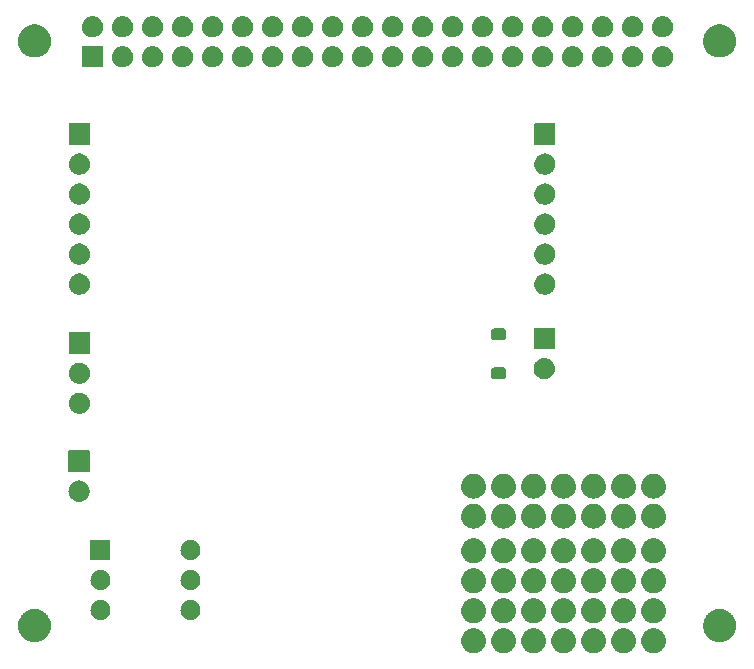
<source format=gbr>
G04 #@! TF.GenerationSoftware,KiCad,Pcbnew,8.0.1*
G04 #@! TF.CreationDate,2025-07-27T10:09:24+02:00*
G04 #@! TF.ProjectId,SVXLink_PiHat_v2,5356584c-696e-46b5-9f50-694861745f76,rev?*
G04 #@! TF.SameCoordinates,Original*
G04 #@! TF.FileFunction,Soldermask,Bot*
G04 #@! TF.FilePolarity,Negative*
%FSLAX46Y46*%
G04 Gerber Fmt 4.6, Leading zero omitted, Abs format (unit mm)*
G04 Created by KiCad (PCBNEW 8.0.1) date 2025-07-27 10:09:24*
%MOMM*%
%LPD*%
G01*
G04 APERTURE LIST*
G04 APERTURE END LIST*
G36*
X117719338Y-108747617D02*
G01*
X117765323Y-108747617D01*
X117816539Y-108757190D01*
X117873440Y-108762795D01*
X117916661Y-108775906D01*
X117955874Y-108783236D01*
X118010185Y-108804276D01*
X118070600Y-108822603D01*
X118105120Y-108841054D01*
X118136632Y-108853262D01*
X118191377Y-108887159D01*
X118252304Y-108919725D01*
X118277906Y-108940736D01*
X118301448Y-108955313D01*
X118353612Y-109002867D01*
X118411569Y-109050431D01*
X118428742Y-109071357D01*
X118444701Y-109085905D01*
X118491029Y-109147253D01*
X118542275Y-109209696D01*
X118552183Y-109228234D01*
X118561522Y-109240600D01*
X118598674Y-109315213D01*
X118639397Y-109391400D01*
X118643740Y-109405717D01*
X118647928Y-109414128D01*
X118672667Y-109501076D01*
X118699205Y-109588560D01*
X118700076Y-109597411D01*
X118700977Y-109600575D01*
X118710338Y-109701602D01*
X118719400Y-109793600D01*
X118710338Y-109885605D01*
X118700977Y-109986624D01*
X118700076Y-109989787D01*
X118699205Y-109998640D01*
X118672662Y-110086138D01*
X118647928Y-110173071D01*
X118643741Y-110181479D01*
X118639397Y-110195800D01*
X118598667Y-110271999D01*
X118561522Y-110346599D01*
X118552185Y-110358962D01*
X118542275Y-110377504D01*
X118491020Y-110439957D01*
X118444701Y-110501294D01*
X118428745Y-110515838D01*
X118411569Y-110536769D01*
X118353601Y-110584341D01*
X118301448Y-110631886D01*
X118277911Y-110646459D01*
X118252304Y-110667475D01*
X118191365Y-110700047D01*
X118136632Y-110733937D01*
X118105126Y-110746142D01*
X118070600Y-110764597D01*
X118010173Y-110782927D01*
X117955874Y-110803963D01*
X117916668Y-110811291D01*
X117873440Y-110824405D01*
X117816536Y-110830009D01*
X117765323Y-110839583D01*
X117719338Y-110839583D01*
X117668400Y-110844600D01*
X117617462Y-110839583D01*
X117571477Y-110839583D01*
X117520263Y-110830009D01*
X117463360Y-110824405D01*
X117420132Y-110811292D01*
X117380925Y-110803963D01*
X117326621Y-110782925D01*
X117266200Y-110764597D01*
X117231675Y-110746143D01*
X117200167Y-110733937D01*
X117145427Y-110700043D01*
X117084496Y-110667475D01*
X117058891Y-110646461D01*
X117035351Y-110631886D01*
X116983188Y-110584333D01*
X116925231Y-110536769D01*
X116908056Y-110515842D01*
X116892098Y-110501294D01*
X116845767Y-110439942D01*
X116794525Y-110377504D01*
X116784616Y-110358966D01*
X116775277Y-110346599D01*
X116738117Y-110271972D01*
X116697403Y-110195800D01*
X116693060Y-110181484D01*
X116688871Y-110173071D01*
X116664121Y-110086085D01*
X116637595Y-109998640D01*
X116636723Y-109989792D01*
X116635822Y-109986624D01*
X116626444Y-109885433D01*
X116617400Y-109793600D01*
X116626444Y-109701773D01*
X116635822Y-109600575D01*
X116636723Y-109597405D01*
X116637595Y-109588560D01*
X116664116Y-109501129D01*
X116688871Y-109414128D01*
X116693061Y-109405712D01*
X116697403Y-109391400D01*
X116738110Y-109315241D01*
X116775277Y-109240600D01*
X116784618Y-109228229D01*
X116794525Y-109209696D01*
X116845757Y-109147268D01*
X116892098Y-109085905D01*
X116908060Y-109071353D01*
X116925231Y-109050431D01*
X116983177Y-109002875D01*
X117035351Y-108955313D01*
X117058896Y-108940734D01*
X117084496Y-108919725D01*
X117145415Y-108887163D01*
X117200167Y-108853262D01*
X117231682Y-108841052D01*
X117266200Y-108822603D01*
X117326609Y-108804277D01*
X117380925Y-108783236D01*
X117420139Y-108775905D01*
X117463360Y-108762795D01*
X117520260Y-108757190D01*
X117571477Y-108747617D01*
X117617462Y-108747617D01*
X117668400Y-108742600D01*
X117719338Y-108747617D01*
G37*
G36*
X120259338Y-108747617D02*
G01*
X120305323Y-108747617D01*
X120356539Y-108757190D01*
X120413440Y-108762795D01*
X120456661Y-108775906D01*
X120495874Y-108783236D01*
X120550185Y-108804276D01*
X120610600Y-108822603D01*
X120645120Y-108841054D01*
X120676632Y-108853262D01*
X120731377Y-108887159D01*
X120792304Y-108919725D01*
X120817906Y-108940736D01*
X120841448Y-108955313D01*
X120893612Y-109002867D01*
X120951569Y-109050431D01*
X120968742Y-109071357D01*
X120984701Y-109085905D01*
X121031029Y-109147253D01*
X121082275Y-109209696D01*
X121092183Y-109228234D01*
X121101522Y-109240600D01*
X121138674Y-109315213D01*
X121179397Y-109391400D01*
X121183740Y-109405717D01*
X121187928Y-109414128D01*
X121212667Y-109501076D01*
X121239205Y-109588560D01*
X121240076Y-109597411D01*
X121240977Y-109600575D01*
X121250338Y-109701602D01*
X121259400Y-109793600D01*
X121250338Y-109885605D01*
X121240977Y-109986624D01*
X121240076Y-109989787D01*
X121239205Y-109998640D01*
X121212662Y-110086138D01*
X121187928Y-110173071D01*
X121183741Y-110181479D01*
X121179397Y-110195800D01*
X121138667Y-110271999D01*
X121101522Y-110346599D01*
X121092185Y-110358962D01*
X121082275Y-110377504D01*
X121031020Y-110439957D01*
X120984701Y-110501294D01*
X120968745Y-110515838D01*
X120951569Y-110536769D01*
X120893601Y-110584341D01*
X120841448Y-110631886D01*
X120817911Y-110646459D01*
X120792304Y-110667475D01*
X120731365Y-110700047D01*
X120676632Y-110733937D01*
X120645126Y-110746142D01*
X120610600Y-110764597D01*
X120550173Y-110782927D01*
X120495874Y-110803963D01*
X120456668Y-110811291D01*
X120413440Y-110824405D01*
X120356536Y-110830009D01*
X120305323Y-110839583D01*
X120259338Y-110839583D01*
X120208400Y-110844600D01*
X120157462Y-110839583D01*
X120111477Y-110839583D01*
X120060263Y-110830009D01*
X120003360Y-110824405D01*
X119960132Y-110811292D01*
X119920925Y-110803963D01*
X119866621Y-110782925D01*
X119806200Y-110764597D01*
X119771675Y-110746143D01*
X119740167Y-110733937D01*
X119685427Y-110700043D01*
X119624496Y-110667475D01*
X119598891Y-110646461D01*
X119575351Y-110631886D01*
X119523188Y-110584333D01*
X119465231Y-110536769D01*
X119448056Y-110515842D01*
X119432098Y-110501294D01*
X119385767Y-110439942D01*
X119334525Y-110377504D01*
X119324616Y-110358966D01*
X119315277Y-110346599D01*
X119278117Y-110271972D01*
X119237403Y-110195800D01*
X119233060Y-110181484D01*
X119228871Y-110173071D01*
X119204121Y-110086085D01*
X119177595Y-109998640D01*
X119176723Y-109989792D01*
X119175822Y-109986624D01*
X119166444Y-109885433D01*
X119157400Y-109793600D01*
X119166444Y-109701773D01*
X119175822Y-109600575D01*
X119176723Y-109597405D01*
X119177595Y-109588560D01*
X119204116Y-109501129D01*
X119228871Y-109414128D01*
X119233061Y-109405712D01*
X119237403Y-109391400D01*
X119278110Y-109315241D01*
X119315277Y-109240600D01*
X119324618Y-109228229D01*
X119334525Y-109209696D01*
X119385757Y-109147268D01*
X119432098Y-109085905D01*
X119448060Y-109071353D01*
X119465231Y-109050431D01*
X119523177Y-109002875D01*
X119575351Y-108955313D01*
X119598896Y-108940734D01*
X119624496Y-108919725D01*
X119685415Y-108887163D01*
X119740167Y-108853262D01*
X119771682Y-108841052D01*
X119806200Y-108822603D01*
X119866609Y-108804277D01*
X119920925Y-108783236D01*
X119960139Y-108775905D01*
X120003360Y-108762795D01*
X120060260Y-108757190D01*
X120111477Y-108747617D01*
X120157462Y-108747617D01*
X120208400Y-108742600D01*
X120259338Y-108747617D01*
G37*
G36*
X122799338Y-108747617D02*
G01*
X122845323Y-108747617D01*
X122896539Y-108757190D01*
X122953440Y-108762795D01*
X122996661Y-108775906D01*
X123035874Y-108783236D01*
X123090185Y-108804276D01*
X123150600Y-108822603D01*
X123185120Y-108841054D01*
X123216632Y-108853262D01*
X123271377Y-108887159D01*
X123332304Y-108919725D01*
X123357906Y-108940736D01*
X123381448Y-108955313D01*
X123433612Y-109002867D01*
X123491569Y-109050431D01*
X123508742Y-109071357D01*
X123524701Y-109085905D01*
X123571029Y-109147253D01*
X123622275Y-109209696D01*
X123632183Y-109228234D01*
X123641522Y-109240600D01*
X123678674Y-109315213D01*
X123719397Y-109391400D01*
X123723740Y-109405717D01*
X123727928Y-109414128D01*
X123752667Y-109501076D01*
X123779205Y-109588560D01*
X123780076Y-109597411D01*
X123780977Y-109600575D01*
X123790338Y-109701602D01*
X123799400Y-109793600D01*
X123790338Y-109885605D01*
X123780977Y-109986624D01*
X123780076Y-109989787D01*
X123779205Y-109998640D01*
X123752662Y-110086138D01*
X123727928Y-110173071D01*
X123723741Y-110181479D01*
X123719397Y-110195800D01*
X123678667Y-110271999D01*
X123641522Y-110346599D01*
X123632185Y-110358962D01*
X123622275Y-110377504D01*
X123571020Y-110439957D01*
X123524701Y-110501294D01*
X123508745Y-110515838D01*
X123491569Y-110536769D01*
X123433601Y-110584341D01*
X123381448Y-110631886D01*
X123357911Y-110646459D01*
X123332304Y-110667475D01*
X123271365Y-110700047D01*
X123216632Y-110733937D01*
X123185126Y-110746142D01*
X123150600Y-110764597D01*
X123090173Y-110782927D01*
X123035874Y-110803963D01*
X122996668Y-110811291D01*
X122953440Y-110824405D01*
X122896536Y-110830009D01*
X122845323Y-110839583D01*
X122799338Y-110839583D01*
X122748400Y-110844600D01*
X122697462Y-110839583D01*
X122651477Y-110839583D01*
X122600263Y-110830009D01*
X122543360Y-110824405D01*
X122500132Y-110811292D01*
X122460925Y-110803963D01*
X122406621Y-110782925D01*
X122346200Y-110764597D01*
X122311675Y-110746143D01*
X122280167Y-110733937D01*
X122225427Y-110700043D01*
X122164496Y-110667475D01*
X122138891Y-110646461D01*
X122115351Y-110631886D01*
X122063188Y-110584333D01*
X122005231Y-110536769D01*
X121988056Y-110515842D01*
X121972098Y-110501294D01*
X121925767Y-110439942D01*
X121874525Y-110377504D01*
X121864616Y-110358966D01*
X121855277Y-110346599D01*
X121818117Y-110271972D01*
X121777403Y-110195800D01*
X121773060Y-110181484D01*
X121768871Y-110173071D01*
X121744121Y-110086085D01*
X121717595Y-109998640D01*
X121716723Y-109989792D01*
X121715822Y-109986624D01*
X121706444Y-109885433D01*
X121697400Y-109793600D01*
X121706444Y-109701773D01*
X121715822Y-109600575D01*
X121716723Y-109597405D01*
X121717595Y-109588560D01*
X121744116Y-109501129D01*
X121768871Y-109414128D01*
X121773061Y-109405712D01*
X121777403Y-109391400D01*
X121818110Y-109315241D01*
X121855277Y-109240600D01*
X121864618Y-109228229D01*
X121874525Y-109209696D01*
X121925757Y-109147268D01*
X121972098Y-109085905D01*
X121988060Y-109071353D01*
X122005231Y-109050431D01*
X122063177Y-109002875D01*
X122115351Y-108955313D01*
X122138896Y-108940734D01*
X122164496Y-108919725D01*
X122225415Y-108887163D01*
X122280167Y-108853262D01*
X122311682Y-108841052D01*
X122346200Y-108822603D01*
X122406609Y-108804277D01*
X122460925Y-108783236D01*
X122500139Y-108775905D01*
X122543360Y-108762795D01*
X122600260Y-108757190D01*
X122651477Y-108747617D01*
X122697462Y-108747617D01*
X122748400Y-108742600D01*
X122799338Y-108747617D01*
G37*
G36*
X125339338Y-108747617D02*
G01*
X125385323Y-108747617D01*
X125436539Y-108757190D01*
X125493440Y-108762795D01*
X125536661Y-108775906D01*
X125575874Y-108783236D01*
X125630185Y-108804276D01*
X125690600Y-108822603D01*
X125725120Y-108841054D01*
X125756632Y-108853262D01*
X125811377Y-108887159D01*
X125872304Y-108919725D01*
X125897906Y-108940736D01*
X125921448Y-108955313D01*
X125973612Y-109002867D01*
X126031569Y-109050431D01*
X126048742Y-109071357D01*
X126064701Y-109085905D01*
X126111029Y-109147253D01*
X126162275Y-109209696D01*
X126172183Y-109228234D01*
X126181522Y-109240600D01*
X126218674Y-109315213D01*
X126259397Y-109391400D01*
X126263740Y-109405717D01*
X126267928Y-109414128D01*
X126292667Y-109501076D01*
X126319205Y-109588560D01*
X126320076Y-109597411D01*
X126320977Y-109600575D01*
X126330338Y-109701602D01*
X126339400Y-109793600D01*
X126330338Y-109885605D01*
X126320977Y-109986624D01*
X126320076Y-109989787D01*
X126319205Y-109998640D01*
X126292662Y-110086138D01*
X126267928Y-110173071D01*
X126263741Y-110181479D01*
X126259397Y-110195800D01*
X126218667Y-110271999D01*
X126181522Y-110346599D01*
X126172185Y-110358962D01*
X126162275Y-110377504D01*
X126111020Y-110439957D01*
X126064701Y-110501294D01*
X126048745Y-110515838D01*
X126031569Y-110536769D01*
X125973601Y-110584341D01*
X125921448Y-110631886D01*
X125897911Y-110646459D01*
X125872304Y-110667475D01*
X125811365Y-110700047D01*
X125756632Y-110733937D01*
X125725126Y-110746142D01*
X125690600Y-110764597D01*
X125630173Y-110782927D01*
X125575874Y-110803963D01*
X125536668Y-110811291D01*
X125493440Y-110824405D01*
X125436536Y-110830009D01*
X125385323Y-110839583D01*
X125339338Y-110839583D01*
X125288400Y-110844600D01*
X125237462Y-110839583D01*
X125191477Y-110839583D01*
X125140263Y-110830009D01*
X125083360Y-110824405D01*
X125040132Y-110811292D01*
X125000925Y-110803963D01*
X124946621Y-110782925D01*
X124886200Y-110764597D01*
X124851675Y-110746143D01*
X124820167Y-110733937D01*
X124765427Y-110700043D01*
X124704496Y-110667475D01*
X124678891Y-110646461D01*
X124655351Y-110631886D01*
X124603188Y-110584333D01*
X124545231Y-110536769D01*
X124528056Y-110515842D01*
X124512098Y-110501294D01*
X124465767Y-110439942D01*
X124414525Y-110377504D01*
X124404616Y-110358966D01*
X124395277Y-110346599D01*
X124358117Y-110271972D01*
X124317403Y-110195800D01*
X124313060Y-110181484D01*
X124308871Y-110173071D01*
X124284121Y-110086085D01*
X124257595Y-109998640D01*
X124256723Y-109989792D01*
X124255822Y-109986624D01*
X124246444Y-109885433D01*
X124237400Y-109793600D01*
X124246444Y-109701773D01*
X124255822Y-109600575D01*
X124256723Y-109597405D01*
X124257595Y-109588560D01*
X124284116Y-109501129D01*
X124308871Y-109414128D01*
X124313061Y-109405712D01*
X124317403Y-109391400D01*
X124358110Y-109315241D01*
X124395277Y-109240600D01*
X124404618Y-109228229D01*
X124414525Y-109209696D01*
X124465757Y-109147268D01*
X124512098Y-109085905D01*
X124528060Y-109071353D01*
X124545231Y-109050431D01*
X124603177Y-109002875D01*
X124655351Y-108955313D01*
X124678896Y-108940734D01*
X124704496Y-108919725D01*
X124765415Y-108887163D01*
X124820167Y-108853262D01*
X124851682Y-108841052D01*
X124886200Y-108822603D01*
X124946609Y-108804277D01*
X125000925Y-108783236D01*
X125040139Y-108775905D01*
X125083360Y-108762795D01*
X125140260Y-108757190D01*
X125191477Y-108747617D01*
X125237462Y-108747617D01*
X125288400Y-108742600D01*
X125339338Y-108747617D01*
G37*
G36*
X127879338Y-108747617D02*
G01*
X127925323Y-108747617D01*
X127976539Y-108757190D01*
X128033440Y-108762795D01*
X128076661Y-108775906D01*
X128115874Y-108783236D01*
X128170185Y-108804276D01*
X128230600Y-108822603D01*
X128265120Y-108841054D01*
X128296632Y-108853262D01*
X128351377Y-108887159D01*
X128412304Y-108919725D01*
X128437906Y-108940736D01*
X128461448Y-108955313D01*
X128513612Y-109002867D01*
X128571569Y-109050431D01*
X128588742Y-109071357D01*
X128604701Y-109085905D01*
X128651029Y-109147253D01*
X128702275Y-109209696D01*
X128712183Y-109228234D01*
X128721522Y-109240600D01*
X128758674Y-109315213D01*
X128799397Y-109391400D01*
X128803740Y-109405717D01*
X128807928Y-109414128D01*
X128832667Y-109501076D01*
X128859205Y-109588560D01*
X128860076Y-109597411D01*
X128860977Y-109600575D01*
X128870338Y-109701602D01*
X128879400Y-109793600D01*
X128870338Y-109885605D01*
X128860977Y-109986624D01*
X128860076Y-109989787D01*
X128859205Y-109998640D01*
X128832662Y-110086138D01*
X128807928Y-110173071D01*
X128803741Y-110181479D01*
X128799397Y-110195800D01*
X128758667Y-110271999D01*
X128721522Y-110346599D01*
X128712185Y-110358962D01*
X128702275Y-110377504D01*
X128651020Y-110439957D01*
X128604701Y-110501294D01*
X128588745Y-110515838D01*
X128571569Y-110536769D01*
X128513601Y-110584341D01*
X128461448Y-110631886D01*
X128437911Y-110646459D01*
X128412304Y-110667475D01*
X128351365Y-110700047D01*
X128296632Y-110733937D01*
X128265126Y-110746142D01*
X128230600Y-110764597D01*
X128170173Y-110782927D01*
X128115874Y-110803963D01*
X128076668Y-110811291D01*
X128033440Y-110824405D01*
X127976536Y-110830009D01*
X127925323Y-110839583D01*
X127879338Y-110839583D01*
X127828400Y-110844600D01*
X127777462Y-110839583D01*
X127731477Y-110839583D01*
X127680263Y-110830009D01*
X127623360Y-110824405D01*
X127580132Y-110811292D01*
X127540925Y-110803963D01*
X127486621Y-110782925D01*
X127426200Y-110764597D01*
X127391675Y-110746143D01*
X127360167Y-110733937D01*
X127305427Y-110700043D01*
X127244496Y-110667475D01*
X127218891Y-110646461D01*
X127195351Y-110631886D01*
X127143188Y-110584333D01*
X127085231Y-110536769D01*
X127068056Y-110515842D01*
X127052098Y-110501294D01*
X127005767Y-110439942D01*
X126954525Y-110377504D01*
X126944616Y-110358966D01*
X126935277Y-110346599D01*
X126898117Y-110271972D01*
X126857403Y-110195800D01*
X126853060Y-110181484D01*
X126848871Y-110173071D01*
X126824121Y-110086085D01*
X126797595Y-109998640D01*
X126796723Y-109989792D01*
X126795822Y-109986624D01*
X126786444Y-109885433D01*
X126777400Y-109793600D01*
X126786444Y-109701773D01*
X126795822Y-109600575D01*
X126796723Y-109597405D01*
X126797595Y-109588560D01*
X126824116Y-109501129D01*
X126848871Y-109414128D01*
X126853061Y-109405712D01*
X126857403Y-109391400D01*
X126898110Y-109315241D01*
X126935277Y-109240600D01*
X126944618Y-109228229D01*
X126954525Y-109209696D01*
X127005757Y-109147268D01*
X127052098Y-109085905D01*
X127068060Y-109071353D01*
X127085231Y-109050431D01*
X127143177Y-109002875D01*
X127195351Y-108955313D01*
X127218896Y-108940734D01*
X127244496Y-108919725D01*
X127305415Y-108887163D01*
X127360167Y-108853262D01*
X127391682Y-108841052D01*
X127426200Y-108822603D01*
X127486609Y-108804277D01*
X127540925Y-108783236D01*
X127580139Y-108775905D01*
X127623360Y-108762795D01*
X127680260Y-108757190D01*
X127731477Y-108747617D01*
X127777462Y-108747617D01*
X127828400Y-108742600D01*
X127879338Y-108747617D01*
G37*
G36*
X130419338Y-108747617D02*
G01*
X130465323Y-108747617D01*
X130516539Y-108757190D01*
X130573440Y-108762795D01*
X130616661Y-108775906D01*
X130655874Y-108783236D01*
X130710185Y-108804276D01*
X130770600Y-108822603D01*
X130805120Y-108841054D01*
X130836632Y-108853262D01*
X130891377Y-108887159D01*
X130952304Y-108919725D01*
X130977906Y-108940736D01*
X131001448Y-108955313D01*
X131053612Y-109002867D01*
X131111569Y-109050431D01*
X131128742Y-109071357D01*
X131144701Y-109085905D01*
X131191029Y-109147253D01*
X131242275Y-109209696D01*
X131252183Y-109228234D01*
X131261522Y-109240600D01*
X131298674Y-109315213D01*
X131339397Y-109391400D01*
X131343740Y-109405717D01*
X131347928Y-109414128D01*
X131372667Y-109501076D01*
X131399205Y-109588560D01*
X131400076Y-109597411D01*
X131400977Y-109600575D01*
X131410338Y-109701602D01*
X131419400Y-109793600D01*
X131410338Y-109885605D01*
X131400977Y-109986624D01*
X131400076Y-109989787D01*
X131399205Y-109998640D01*
X131372662Y-110086138D01*
X131347928Y-110173071D01*
X131343741Y-110181479D01*
X131339397Y-110195800D01*
X131298667Y-110271999D01*
X131261522Y-110346599D01*
X131252185Y-110358962D01*
X131242275Y-110377504D01*
X131191020Y-110439957D01*
X131144701Y-110501294D01*
X131128745Y-110515838D01*
X131111569Y-110536769D01*
X131053601Y-110584341D01*
X131001448Y-110631886D01*
X130977911Y-110646459D01*
X130952304Y-110667475D01*
X130891365Y-110700047D01*
X130836632Y-110733937D01*
X130805126Y-110746142D01*
X130770600Y-110764597D01*
X130710173Y-110782927D01*
X130655874Y-110803963D01*
X130616668Y-110811291D01*
X130573440Y-110824405D01*
X130516536Y-110830009D01*
X130465323Y-110839583D01*
X130419338Y-110839583D01*
X130368400Y-110844600D01*
X130317462Y-110839583D01*
X130271477Y-110839583D01*
X130220263Y-110830009D01*
X130163360Y-110824405D01*
X130120132Y-110811292D01*
X130080925Y-110803963D01*
X130026621Y-110782925D01*
X129966200Y-110764597D01*
X129931675Y-110746143D01*
X129900167Y-110733937D01*
X129845427Y-110700043D01*
X129784496Y-110667475D01*
X129758891Y-110646461D01*
X129735351Y-110631886D01*
X129683188Y-110584333D01*
X129625231Y-110536769D01*
X129608056Y-110515842D01*
X129592098Y-110501294D01*
X129545767Y-110439942D01*
X129494525Y-110377504D01*
X129484616Y-110358966D01*
X129475277Y-110346599D01*
X129438117Y-110271972D01*
X129397403Y-110195800D01*
X129393060Y-110181484D01*
X129388871Y-110173071D01*
X129364121Y-110086085D01*
X129337595Y-109998640D01*
X129336723Y-109989792D01*
X129335822Y-109986624D01*
X129326444Y-109885433D01*
X129317400Y-109793600D01*
X129326444Y-109701773D01*
X129335822Y-109600575D01*
X129336723Y-109597405D01*
X129337595Y-109588560D01*
X129364116Y-109501129D01*
X129388871Y-109414128D01*
X129393061Y-109405712D01*
X129397403Y-109391400D01*
X129438110Y-109315241D01*
X129475277Y-109240600D01*
X129484618Y-109228229D01*
X129494525Y-109209696D01*
X129545757Y-109147268D01*
X129592098Y-109085905D01*
X129608060Y-109071353D01*
X129625231Y-109050431D01*
X129683177Y-109002875D01*
X129735351Y-108955313D01*
X129758896Y-108940734D01*
X129784496Y-108919725D01*
X129845415Y-108887163D01*
X129900167Y-108853262D01*
X129931682Y-108841052D01*
X129966200Y-108822603D01*
X130026609Y-108804277D01*
X130080925Y-108783236D01*
X130120139Y-108775905D01*
X130163360Y-108762795D01*
X130220260Y-108757190D01*
X130271477Y-108747617D01*
X130317462Y-108747617D01*
X130368400Y-108742600D01*
X130419338Y-108747617D01*
G37*
G36*
X132959338Y-108747617D02*
G01*
X133005323Y-108747617D01*
X133056539Y-108757190D01*
X133113440Y-108762795D01*
X133156661Y-108775906D01*
X133195874Y-108783236D01*
X133250185Y-108804276D01*
X133310600Y-108822603D01*
X133345120Y-108841054D01*
X133376632Y-108853262D01*
X133431377Y-108887159D01*
X133492304Y-108919725D01*
X133517906Y-108940736D01*
X133541448Y-108955313D01*
X133593612Y-109002867D01*
X133651569Y-109050431D01*
X133668742Y-109071357D01*
X133684701Y-109085905D01*
X133731029Y-109147253D01*
X133782275Y-109209696D01*
X133792183Y-109228234D01*
X133801522Y-109240600D01*
X133838674Y-109315213D01*
X133879397Y-109391400D01*
X133883740Y-109405717D01*
X133887928Y-109414128D01*
X133912667Y-109501076D01*
X133939205Y-109588560D01*
X133940076Y-109597411D01*
X133940977Y-109600575D01*
X133950338Y-109701602D01*
X133959400Y-109793600D01*
X133950338Y-109885605D01*
X133940977Y-109986624D01*
X133940076Y-109989787D01*
X133939205Y-109998640D01*
X133912662Y-110086138D01*
X133887928Y-110173071D01*
X133883741Y-110181479D01*
X133879397Y-110195800D01*
X133838667Y-110271999D01*
X133801522Y-110346599D01*
X133792185Y-110358962D01*
X133782275Y-110377504D01*
X133731020Y-110439957D01*
X133684701Y-110501294D01*
X133668745Y-110515838D01*
X133651569Y-110536769D01*
X133593601Y-110584341D01*
X133541448Y-110631886D01*
X133517911Y-110646459D01*
X133492304Y-110667475D01*
X133431365Y-110700047D01*
X133376632Y-110733937D01*
X133345126Y-110746142D01*
X133310600Y-110764597D01*
X133250173Y-110782927D01*
X133195874Y-110803963D01*
X133156668Y-110811291D01*
X133113440Y-110824405D01*
X133056536Y-110830009D01*
X133005323Y-110839583D01*
X132959338Y-110839583D01*
X132908400Y-110844600D01*
X132857462Y-110839583D01*
X132811477Y-110839583D01*
X132760263Y-110830009D01*
X132703360Y-110824405D01*
X132660132Y-110811292D01*
X132620925Y-110803963D01*
X132566621Y-110782925D01*
X132506200Y-110764597D01*
X132471675Y-110746143D01*
X132440167Y-110733937D01*
X132385427Y-110700043D01*
X132324496Y-110667475D01*
X132298891Y-110646461D01*
X132275351Y-110631886D01*
X132223188Y-110584333D01*
X132165231Y-110536769D01*
X132148056Y-110515842D01*
X132132098Y-110501294D01*
X132085767Y-110439942D01*
X132034525Y-110377504D01*
X132024616Y-110358966D01*
X132015277Y-110346599D01*
X131978117Y-110271972D01*
X131937403Y-110195800D01*
X131933060Y-110181484D01*
X131928871Y-110173071D01*
X131904121Y-110086085D01*
X131877595Y-109998640D01*
X131876723Y-109989792D01*
X131875822Y-109986624D01*
X131866444Y-109885433D01*
X131857400Y-109793600D01*
X131866444Y-109701773D01*
X131875822Y-109600575D01*
X131876723Y-109597405D01*
X131877595Y-109588560D01*
X131904116Y-109501129D01*
X131928871Y-109414128D01*
X131933061Y-109405712D01*
X131937403Y-109391400D01*
X131978110Y-109315241D01*
X132015277Y-109240600D01*
X132024618Y-109228229D01*
X132034525Y-109209696D01*
X132085757Y-109147268D01*
X132132098Y-109085905D01*
X132148060Y-109071353D01*
X132165231Y-109050431D01*
X132223177Y-109002875D01*
X132275351Y-108955313D01*
X132298896Y-108940734D01*
X132324496Y-108919725D01*
X132385415Y-108887163D01*
X132440167Y-108853262D01*
X132471682Y-108841052D01*
X132506200Y-108822603D01*
X132566609Y-108804277D01*
X132620925Y-108783236D01*
X132660139Y-108775905D01*
X132703360Y-108762795D01*
X132760260Y-108757190D01*
X132811477Y-108747617D01*
X132857462Y-108747617D01*
X132908400Y-108742600D01*
X132959338Y-108747617D01*
G37*
G36*
X80553592Y-107113085D02*
G01*
X80613394Y-107113085D01*
X80666779Y-107121993D01*
X80716809Y-107125931D01*
X80777061Y-107140396D01*
X80841625Y-107151170D01*
X80887412Y-107166889D01*
X80930511Y-107177236D01*
X80993249Y-107203223D01*
X81060475Y-107226302D01*
X81098023Y-107246622D01*
X81133565Y-107261344D01*
X81196560Y-107299947D01*
X81263974Y-107336430D01*
X81293145Y-107359135D01*
X81320957Y-107376178D01*
X81381728Y-107428081D01*
X81446571Y-107478551D01*
X81467725Y-107501530D01*
X81488082Y-107518917D01*
X81543980Y-107584365D01*
X81603286Y-107648788D01*
X81617224Y-107670123D01*
X81630821Y-107686042D01*
X81679138Y-107764888D01*
X81729843Y-107842498D01*
X81737765Y-107860559D01*
X81745655Y-107873434D01*
X81783679Y-107965233D01*
X81822790Y-108054396D01*
X81826215Y-108067924D01*
X81829763Y-108076488D01*
X81854919Y-108181274D01*
X81879592Y-108278703D01*
X81880267Y-108286856D01*
X81881068Y-108290190D01*
X81890988Y-108416235D01*
X81898700Y-108509300D01*
X81890987Y-108602372D01*
X81881068Y-108728409D01*
X81880267Y-108731742D01*
X81879592Y-108739897D01*
X81854915Y-108837343D01*
X81829763Y-108942111D01*
X81826216Y-108950672D01*
X81822790Y-108964204D01*
X81783672Y-109053383D01*
X81745655Y-109145165D01*
X81737767Y-109158036D01*
X81729843Y-109176102D01*
X81679128Y-109253726D01*
X81630821Y-109332557D01*
X81617227Y-109348472D01*
X81603286Y-109369812D01*
X81543968Y-109434247D01*
X81488082Y-109499682D01*
X81467729Y-109517064D01*
X81446571Y-109540049D01*
X81381715Y-109590528D01*
X81320957Y-109642421D01*
X81293151Y-109659460D01*
X81263974Y-109682170D01*
X81196546Y-109718659D01*
X81133565Y-109757255D01*
X81098031Y-109771973D01*
X81060475Y-109792298D01*
X80993235Y-109815381D01*
X80930511Y-109841363D01*
X80887422Y-109851707D01*
X80841625Y-109867430D01*
X80777047Y-109878206D01*
X80716809Y-109892668D01*
X80666790Y-109896604D01*
X80613394Y-109905515D01*
X80553579Y-109905515D01*
X80497700Y-109909913D01*
X80441820Y-109905515D01*
X80382006Y-109905515D01*
X80328610Y-109896604D01*
X80278590Y-109892668D01*
X80218348Y-109878205D01*
X80153775Y-109867430D01*
X80107980Y-109851708D01*
X80064888Y-109841363D01*
X80002158Y-109815379D01*
X79934925Y-109792298D01*
X79897372Y-109771975D01*
X79861834Y-109757255D01*
X79798845Y-109718655D01*
X79731426Y-109682170D01*
X79702252Y-109659463D01*
X79674442Y-109642421D01*
X79613673Y-109590519D01*
X79548829Y-109540049D01*
X79527673Y-109517068D01*
X79507317Y-109499682D01*
X79451417Y-109434232D01*
X79392114Y-109369812D01*
X79378175Y-109348477D01*
X79364578Y-109332557D01*
X79316255Y-109253701D01*
X79265557Y-109176102D01*
X79257635Y-109158042D01*
X79249744Y-109145165D01*
X79211709Y-109053342D01*
X79172610Y-108964204D01*
X79169185Y-108950679D01*
X79165636Y-108942111D01*
X79140465Y-108837267D01*
X79115808Y-108739897D01*
X79115132Y-108731748D01*
X79114331Y-108728409D01*
X79104392Y-108602131D01*
X79096700Y-108509300D01*
X79104391Y-108416476D01*
X79114331Y-108290190D01*
X79115132Y-108286849D01*
X79115808Y-108278703D01*
X79140460Y-108181350D01*
X79165636Y-108076488D01*
X79169185Y-108067918D01*
X79172610Y-108054396D01*
X79211702Y-107965273D01*
X79249744Y-107873434D01*
X79257636Y-107860553D01*
X79265557Y-107842498D01*
X79316245Y-107764913D01*
X79364578Y-107686042D01*
X79378178Y-107670118D01*
X79392114Y-107648788D01*
X79451405Y-107584380D01*
X79507317Y-107518917D01*
X79527678Y-107501526D01*
X79548829Y-107478551D01*
X79613660Y-107428090D01*
X79674442Y-107376178D01*
X79702258Y-107359132D01*
X79731426Y-107336430D01*
X79798831Y-107299952D01*
X79861834Y-107261344D01*
X79897379Y-107246620D01*
X79934925Y-107226302D01*
X80002144Y-107203225D01*
X80064888Y-107177236D01*
X80107989Y-107166888D01*
X80153775Y-107151170D01*
X80218335Y-107140396D01*
X80278590Y-107125931D01*
X80328621Y-107121993D01*
X80382006Y-107113085D01*
X80441808Y-107113085D01*
X80497700Y-107108686D01*
X80553592Y-107113085D01*
G37*
G36*
X138553592Y-107113085D02*
G01*
X138613394Y-107113085D01*
X138666779Y-107121993D01*
X138716809Y-107125931D01*
X138777061Y-107140396D01*
X138841625Y-107151170D01*
X138887412Y-107166889D01*
X138930511Y-107177236D01*
X138993249Y-107203223D01*
X139060475Y-107226302D01*
X139098023Y-107246622D01*
X139133565Y-107261344D01*
X139196560Y-107299947D01*
X139263974Y-107336430D01*
X139293145Y-107359135D01*
X139320957Y-107376178D01*
X139381728Y-107428081D01*
X139446571Y-107478551D01*
X139467725Y-107501530D01*
X139488082Y-107518917D01*
X139543980Y-107584365D01*
X139603286Y-107648788D01*
X139617224Y-107670123D01*
X139630821Y-107686042D01*
X139679138Y-107764888D01*
X139729843Y-107842498D01*
X139737765Y-107860559D01*
X139745655Y-107873434D01*
X139783679Y-107965233D01*
X139822790Y-108054396D01*
X139826215Y-108067924D01*
X139829763Y-108076488D01*
X139854919Y-108181274D01*
X139879592Y-108278703D01*
X139880267Y-108286856D01*
X139881068Y-108290190D01*
X139890988Y-108416235D01*
X139898700Y-108509300D01*
X139890987Y-108602372D01*
X139881068Y-108728409D01*
X139880267Y-108731742D01*
X139879592Y-108739897D01*
X139854915Y-108837343D01*
X139829763Y-108942111D01*
X139826216Y-108950672D01*
X139822790Y-108964204D01*
X139783672Y-109053383D01*
X139745655Y-109145165D01*
X139737767Y-109158036D01*
X139729843Y-109176102D01*
X139679128Y-109253726D01*
X139630821Y-109332557D01*
X139617227Y-109348472D01*
X139603286Y-109369812D01*
X139543968Y-109434247D01*
X139488082Y-109499682D01*
X139467729Y-109517064D01*
X139446571Y-109540049D01*
X139381715Y-109590528D01*
X139320957Y-109642421D01*
X139293151Y-109659460D01*
X139263974Y-109682170D01*
X139196546Y-109718659D01*
X139133565Y-109757255D01*
X139098031Y-109771973D01*
X139060475Y-109792298D01*
X138993235Y-109815381D01*
X138930511Y-109841363D01*
X138887422Y-109851707D01*
X138841625Y-109867430D01*
X138777047Y-109878206D01*
X138716809Y-109892668D01*
X138666790Y-109896604D01*
X138613394Y-109905515D01*
X138553579Y-109905515D01*
X138497700Y-109909913D01*
X138441820Y-109905515D01*
X138382006Y-109905515D01*
X138328610Y-109896604D01*
X138278590Y-109892668D01*
X138218348Y-109878205D01*
X138153775Y-109867430D01*
X138107980Y-109851708D01*
X138064888Y-109841363D01*
X138002158Y-109815379D01*
X137934925Y-109792298D01*
X137897372Y-109771975D01*
X137861834Y-109757255D01*
X137798845Y-109718655D01*
X137731426Y-109682170D01*
X137702252Y-109659463D01*
X137674442Y-109642421D01*
X137613673Y-109590519D01*
X137548829Y-109540049D01*
X137527673Y-109517068D01*
X137507317Y-109499682D01*
X137451417Y-109434232D01*
X137392114Y-109369812D01*
X137378175Y-109348477D01*
X137364578Y-109332557D01*
X137316255Y-109253701D01*
X137265557Y-109176102D01*
X137257635Y-109158042D01*
X137249744Y-109145165D01*
X137211709Y-109053342D01*
X137172610Y-108964204D01*
X137169185Y-108950679D01*
X137165636Y-108942111D01*
X137140465Y-108837267D01*
X137115808Y-108739897D01*
X137115132Y-108731748D01*
X137114331Y-108728409D01*
X137104392Y-108602131D01*
X137096700Y-108509300D01*
X137104391Y-108416476D01*
X137114331Y-108290190D01*
X137115132Y-108286849D01*
X137115808Y-108278703D01*
X137140460Y-108181350D01*
X137165636Y-108076488D01*
X137169185Y-108067918D01*
X137172610Y-108054396D01*
X137211702Y-107965273D01*
X137249744Y-107873434D01*
X137257636Y-107860553D01*
X137265557Y-107842498D01*
X137316245Y-107764913D01*
X137364578Y-107686042D01*
X137378178Y-107670118D01*
X137392114Y-107648788D01*
X137451405Y-107584380D01*
X137507317Y-107518917D01*
X137527678Y-107501526D01*
X137548829Y-107478551D01*
X137613660Y-107428090D01*
X137674442Y-107376178D01*
X137702258Y-107359132D01*
X137731426Y-107336430D01*
X137798831Y-107299952D01*
X137861834Y-107261344D01*
X137897379Y-107246620D01*
X137934925Y-107226302D01*
X138002144Y-107203225D01*
X138064888Y-107177236D01*
X138107989Y-107166888D01*
X138153775Y-107151170D01*
X138218335Y-107140396D01*
X138278590Y-107125931D01*
X138328621Y-107121993D01*
X138382006Y-107113085D01*
X138441808Y-107113085D01*
X138497700Y-107108686D01*
X138553592Y-107113085D01*
G37*
G36*
X117719338Y-106207617D02*
G01*
X117765323Y-106207617D01*
X117816539Y-106217190D01*
X117873440Y-106222795D01*
X117916661Y-106235906D01*
X117955874Y-106243236D01*
X118010185Y-106264276D01*
X118070600Y-106282603D01*
X118105120Y-106301054D01*
X118136632Y-106313262D01*
X118191377Y-106347159D01*
X118252304Y-106379725D01*
X118277906Y-106400736D01*
X118301448Y-106415313D01*
X118353612Y-106462867D01*
X118411569Y-106510431D01*
X118428742Y-106531357D01*
X118444701Y-106545905D01*
X118491029Y-106607253D01*
X118542275Y-106669696D01*
X118552183Y-106688234D01*
X118561522Y-106700600D01*
X118598674Y-106775213D01*
X118639397Y-106851400D01*
X118643740Y-106865717D01*
X118647928Y-106874128D01*
X118672667Y-106961076D01*
X118699205Y-107048560D01*
X118700076Y-107057411D01*
X118700977Y-107060575D01*
X118710338Y-107161602D01*
X118719400Y-107253600D01*
X118710338Y-107345605D01*
X118700977Y-107446624D01*
X118700076Y-107449787D01*
X118699205Y-107458640D01*
X118672662Y-107546138D01*
X118647928Y-107633071D01*
X118643741Y-107641479D01*
X118639397Y-107655800D01*
X118598667Y-107731999D01*
X118561522Y-107806599D01*
X118552185Y-107818962D01*
X118542275Y-107837504D01*
X118491020Y-107899957D01*
X118444701Y-107961294D01*
X118428745Y-107975838D01*
X118411569Y-107996769D01*
X118353601Y-108044341D01*
X118301448Y-108091886D01*
X118277911Y-108106459D01*
X118252304Y-108127475D01*
X118191365Y-108160047D01*
X118136632Y-108193937D01*
X118105126Y-108206142D01*
X118070600Y-108224597D01*
X118010173Y-108242927D01*
X117955874Y-108263963D01*
X117916668Y-108271291D01*
X117873440Y-108284405D01*
X117816536Y-108290009D01*
X117765323Y-108299583D01*
X117719338Y-108299583D01*
X117668400Y-108304600D01*
X117617462Y-108299583D01*
X117571477Y-108299583D01*
X117520263Y-108290009D01*
X117463360Y-108284405D01*
X117420132Y-108271292D01*
X117380925Y-108263963D01*
X117326621Y-108242925D01*
X117266200Y-108224597D01*
X117231675Y-108206143D01*
X117200167Y-108193937D01*
X117145427Y-108160043D01*
X117084496Y-108127475D01*
X117058891Y-108106461D01*
X117035351Y-108091886D01*
X116983188Y-108044333D01*
X116925231Y-107996769D01*
X116908056Y-107975842D01*
X116892098Y-107961294D01*
X116845767Y-107899942D01*
X116794525Y-107837504D01*
X116784616Y-107818966D01*
X116775277Y-107806599D01*
X116738117Y-107731972D01*
X116697403Y-107655800D01*
X116693060Y-107641484D01*
X116688871Y-107633071D01*
X116664121Y-107546085D01*
X116637595Y-107458640D01*
X116636723Y-107449792D01*
X116635822Y-107446624D01*
X116626444Y-107345433D01*
X116617400Y-107253600D01*
X116626444Y-107161773D01*
X116635822Y-107060575D01*
X116636723Y-107057405D01*
X116637595Y-107048560D01*
X116664116Y-106961129D01*
X116688871Y-106874128D01*
X116693061Y-106865712D01*
X116697403Y-106851400D01*
X116738110Y-106775241D01*
X116775277Y-106700600D01*
X116784618Y-106688229D01*
X116794525Y-106669696D01*
X116845757Y-106607268D01*
X116892098Y-106545905D01*
X116908060Y-106531353D01*
X116925231Y-106510431D01*
X116983177Y-106462875D01*
X117035351Y-106415313D01*
X117058896Y-106400734D01*
X117084496Y-106379725D01*
X117145415Y-106347163D01*
X117200167Y-106313262D01*
X117231682Y-106301052D01*
X117266200Y-106282603D01*
X117326609Y-106264277D01*
X117380925Y-106243236D01*
X117420139Y-106235905D01*
X117463360Y-106222795D01*
X117520260Y-106217190D01*
X117571477Y-106207617D01*
X117617462Y-106207617D01*
X117668400Y-106202600D01*
X117719338Y-106207617D01*
G37*
G36*
X120259338Y-106207617D02*
G01*
X120305323Y-106207617D01*
X120356539Y-106217190D01*
X120413440Y-106222795D01*
X120456661Y-106235906D01*
X120495874Y-106243236D01*
X120550185Y-106264276D01*
X120610600Y-106282603D01*
X120645120Y-106301054D01*
X120676632Y-106313262D01*
X120731377Y-106347159D01*
X120792304Y-106379725D01*
X120817906Y-106400736D01*
X120841448Y-106415313D01*
X120893612Y-106462867D01*
X120951569Y-106510431D01*
X120968742Y-106531357D01*
X120984701Y-106545905D01*
X121031029Y-106607253D01*
X121082275Y-106669696D01*
X121092183Y-106688234D01*
X121101522Y-106700600D01*
X121138674Y-106775213D01*
X121179397Y-106851400D01*
X121183740Y-106865717D01*
X121187928Y-106874128D01*
X121212667Y-106961076D01*
X121239205Y-107048560D01*
X121240076Y-107057411D01*
X121240977Y-107060575D01*
X121250338Y-107161602D01*
X121259400Y-107253600D01*
X121250338Y-107345605D01*
X121240977Y-107446624D01*
X121240076Y-107449787D01*
X121239205Y-107458640D01*
X121212662Y-107546138D01*
X121187928Y-107633071D01*
X121183741Y-107641479D01*
X121179397Y-107655800D01*
X121138667Y-107731999D01*
X121101522Y-107806599D01*
X121092185Y-107818962D01*
X121082275Y-107837504D01*
X121031020Y-107899957D01*
X120984701Y-107961294D01*
X120968745Y-107975838D01*
X120951569Y-107996769D01*
X120893601Y-108044341D01*
X120841448Y-108091886D01*
X120817911Y-108106459D01*
X120792304Y-108127475D01*
X120731365Y-108160047D01*
X120676632Y-108193937D01*
X120645126Y-108206142D01*
X120610600Y-108224597D01*
X120550173Y-108242927D01*
X120495874Y-108263963D01*
X120456668Y-108271291D01*
X120413440Y-108284405D01*
X120356536Y-108290009D01*
X120305323Y-108299583D01*
X120259338Y-108299583D01*
X120208400Y-108304600D01*
X120157462Y-108299583D01*
X120111477Y-108299583D01*
X120060263Y-108290009D01*
X120003360Y-108284405D01*
X119960132Y-108271292D01*
X119920925Y-108263963D01*
X119866621Y-108242925D01*
X119806200Y-108224597D01*
X119771675Y-108206143D01*
X119740167Y-108193937D01*
X119685427Y-108160043D01*
X119624496Y-108127475D01*
X119598891Y-108106461D01*
X119575351Y-108091886D01*
X119523188Y-108044333D01*
X119465231Y-107996769D01*
X119448056Y-107975842D01*
X119432098Y-107961294D01*
X119385767Y-107899942D01*
X119334525Y-107837504D01*
X119324616Y-107818966D01*
X119315277Y-107806599D01*
X119278117Y-107731972D01*
X119237403Y-107655800D01*
X119233060Y-107641484D01*
X119228871Y-107633071D01*
X119204121Y-107546085D01*
X119177595Y-107458640D01*
X119176723Y-107449792D01*
X119175822Y-107446624D01*
X119166444Y-107345433D01*
X119157400Y-107253600D01*
X119166444Y-107161773D01*
X119175822Y-107060575D01*
X119176723Y-107057405D01*
X119177595Y-107048560D01*
X119204116Y-106961129D01*
X119228871Y-106874128D01*
X119233061Y-106865712D01*
X119237403Y-106851400D01*
X119278110Y-106775241D01*
X119315277Y-106700600D01*
X119324618Y-106688229D01*
X119334525Y-106669696D01*
X119385757Y-106607268D01*
X119432098Y-106545905D01*
X119448060Y-106531353D01*
X119465231Y-106510431D01*
X119523177Y-106462875D01*
X119575351Y-106415313D01*
X119598896Y-106400734D01*
X119624496Y-106379725D01*
X119685415Y-106347163D01*
X119740167Y-106313262D01*
X119771682Y-106301052D01*
X119806200Y-106282603D01*
X119866609Y-106264277D01*
X119920925Y-106243236D01*
X119960139Y-106235905D01*
X120003360Y-106222795D01*
X120060260Y-106217190D01*
X120111477Y-106207617D01*
X120157462Y-106207617D01*
X120208400Y-106202600D01*
X120259338Y-106207617D01*
G37*
G36*
X122799338Y-106207617D02*
G01*
X122845323Y-106207617D01*
X122896539Y-106217190D01*
X122953440Y-106222795D01*
X122996661Y-106235906D01*
X123035874Y-106243236D01*
X123090185Y-106264276D01*
X123150600Y-106282603D01*
X123185120Y-106301054D01*
X123216632Y-106313262D01*
X123271377Y-106347159D01*
X123332304Y-106379725D01*
X123357906Y-106400736D01*
X123381448Y-106415313D01*
X123433612Y-106462867D01*
X123491569Y-106510431D01*
X123508742Y-106531357D01*
X123524701Y-106545905D01*
X123571029Y-106607253D01*
X123622275Y-106669696D01*
X123632183Y-106688234D01*
X123641522Y-106700600D01*
X123678674Y-106775213D01*
X123719397Y-106851400D01*
X123723740Y-106865717D01*
X123727928Y-106874128D01*
X123752667Y-106961076D01*
X123779205Y-107048560D01*
X123780076Y-107057411D01*
X123780977Y-107060575D01*
X123790338Y-107161602D01*
X123799400Y-107253600D01*
X123790338Y-107345605D01*
X123780977Y-107446624D01*
X123780076Y-107449787D01*
X123779205Y-107458640D01*
X123752662Y-107546138D01*
X123727928Y-107633071D01*
X123723741Y-107641479D01*
X123719397Y-107655800D01*
X123678667Y-107731999D01*
X123641522Y-107806599D01*
X123632185Y-107818962D01*
X123622275Y-107837504D01*
X123571020Y-107899957D01*
X123524701Y-107961294D01*
X123508745Y-107975838D01*
X123491569Y-107996769D01*
X123433601Y-108044341D01*
X123381448Y-108091886D01*
X123357911Y-108106459D01*
X123332304Y-108127475D01*
X123271365Y-108160047D01*
X123216632Y-108193937D01*
X123185126Y-108206142D01*
X123150600Y-108224597D01*
X123090173Y-108242927D01*
X123035874Y-108263963D01*
X122996668Y-108271291D01*
X122953440Y-108284405D01*
X122896536Y-108290009D01*
X122845323Y-108299583D01*
X122799338Y-108299583D01*
X122748400Y-108304600D01*
X122697462Y-108299583D01*
X122651477Y-108299583D01*
X122600263Y-108290009D01*
X122543360Y-108284405D01*
X122500132Y-108271292D01*
X122460925Y-108263963D01*
X122406621Y-108242925D01*
X122346200Y-108224597D01*
X122311675Y-108206143D01*
X122280167Y-108193937D01*
X122225427Y-108160043D01*
X122164496Y-108127475D01*
X122138891Y-108106461D01*
X122115351Y-108091886D01*
X122063188Y-108044333D01*
X122005231Y-107996769D01*
X121988056Y-107975842D01*
X121972098Y-107961294D01*
X121925767Y-107899942D01*
X121874525Y-107837504D01*
X121864616Y-107818966D01*
X121855277Y-107806599D01*
X121818117Y-107731972D01*
X121777403Y-107655800D01*
X121773060Y-107641484D01*
X121768871Y-107633071D01*
X121744121Y-107546085D01*
X121717595Y-107458640D01*
X121716723Y-107449792D01*
X121715822Y-107446624D01*
X121706444Y-107345433D01*
X121697400Y-107253600D01*
X121706444Y-107161773D01*
X121715822Y-107060575D01*
X121716723Y-107057405D01*
X121717595Y-107048560D01*
X121744116Y-106961129D01*
X121768871Y-106874128D01*
X121773061Y-106865712D01*
X121777403Y-106851400D01*
X121818110Y-106775241D01*
X121855277Y-106700600D01*
X121864618Y-106688229D01*
X121874525Y-106669696D01*
X121925757Y-106607268D01*
X121972098Y-106545905D01*
X121988060Y-106531353D01*
X122005231Y-106510431D01*
X122063177Y-106462875D01*
X122115351Y-106415313D01*
X122138896Y-106400734D01*
X122164496Y-106379725D01*
X122225415Y-106347163D01*
X122280167Y-106313262D01*
X122311682Y-106301052D01*
X122346200Y-106282603D01*
X122406609Y-106264277D01*
X122460925Y-106243236D01*
X122500139Y-106235905D01*
X122543360Y-106222795D01*
X122600260Y-106217190D01*
X122651477Y-106207617D01*
X122697462Y-106207617D01*
X122748400Y-106202600D01*
X122799338Y-106207617D01*
G37*
G36*
X125339338Y-106207617D02*
G01*
X125385323Y-106207617D01*
X125436539Y-106217190D01*
X125493440Y-106222795D01*
X125536661Y-106235906D01*
X125575874Y-106243236D01*
X125630185Y-106264276D01*
X125690600Y-106282603D01*
X125725120Y-106301054D01*
X125756632Y-106313262D01*
X125811377Y-106347159D01*
X125872304Y-106379725D01*
X125897906Y-106400736D01*
X125921448Y-106415313D01*
X125973612Y-106462867D01*
X126031569Y-106510431D01*
X126048742Y-106531357D01*
X126064701Y-106545905D01*
X126111029Y-106607253D01*
X126162275Y-106669696D01*
X126172183Y-106688234D01*
X126181522Y-106700600D01*
X126218674Y-106775213D01*
X126259397Y-106851400D01*
X126263740Y-106865717D01*
X126267928Y-106874128D01*
X126292667Y-106961076D01*
X126319205Y-107048560D01*
X126320076Y-107057411D01*
X126320977Y-107060575D01*
X126330338Y-107161602D01*
X126339400Y-107253600D01*
X126330338Y-107345605D01*
X126320977Y-107446624D01*
X126320076Y-107449787D01*
X126319205Y-107458640D01*
X126292662Y-107546138D01*
X126267928Y-107633071D01*
X126263741Y-107641479D01*
X126259397Y-107655800D01*
X126218667Y-107731999D01*
X126181522Y-107806599D01*
X126172185Y-107818962D01*
X126162275Y-107837504D01*
X126111020Y-107899957D01*
X126064701Y-107961294D01*
X126048745Y-107975838D01*
X126031569Y-107996769D01*
X125973601Y-108044341D01*
X125921448Y-108091886D01*
X125897911Y-108106459D01*
X125872304Y-108127475D01*
X125811365Y-108160047D01*
X125756632Y-108193937D01*
X125725126Y-108206142D01*
X125690600Y-108224597D01*
X125630173Y-108242927D01*
X125575874Y-108263963D01*
X125536668Y-108271291D01*
X125493440Y-108284405D01*
X125436536Y-108290009D01*
X125385323Y-108299583D01*
X125339338Y-108299583D01*
X125288400Y-108304600D01*
X125237462Y-108299583D01*
X125191477Y-108299583D01*
X125140263Y-108290009D01*
X125083360Y-108284405D01*
X125040132Y-108271292D01*
X125000925Y-108263963D01*
X124946621Y-108242925D01*
X124886200Y-108224597D01*
X124851675Y-108206143D01*
X124820167Y-108193937D01*
X124765427Y-108160043D01*
X124704496Y-108127475D01*
X124678891Y-108106461D01*
X124655351Y-108091886D01*
X124603188Y-108044333D01*
X124545231Y-107996769D01*
X124528056Y-107975842D01*
X124512098Y-107961294D01*
X124465767Y-107899942D01*
X124414525Y-107837504D01*
X124404616Y-107818966D01*
X124395277Y-107806599D01*
X124358117Y-107731972D01*
X124317403Y-107655800D01*
X124313060Y-107641484D01*
X124308871Y-107633071D01*
X124284121Y-107546085D01*
X124257595Y-107458640D01*
X124256723Y-107449792D01*
X124255822Y-107446624D01*
X124246444Y-107345433D01*
X124237400Y-107253600D01*
X124246444Y-107161773D01*
X124255822Y-107060575D01*
X124256723Y-107057405D01*
X124257595Y-107048560D01*
X124284116Y-106961129D01*
X124308871Y-106874128D01*
X124313061Y-106865712D01*
X124317403Y-106851400D01*
X124358110Y-106775241D01*
X124395277Y-106700600D01*
X124404618Y-106688229D01*
X124414525Y-106669696D01*
X124465757Y-106607268D01*
X124512098Y-106545905D01*
X124528060Y-106531353D01*
X124545231Y-106510431D01*
X124603177Y-106462875D01*
X124655351Y-106415313D01*
X124678896Y-106400734D01*
X124704496Y-106379725D01*
X124765415Y-106347163D01*
X124820167Y-106313262D01*
X124851682Y-106301052D01*
X124886200Y-106282603D01*
X124946609Y-106264277D01*
X125000925Y-106243236D01*
X125040139Y-106235905D01*
X125083360Y-106222795D01*
X125140260Y-106217190D01*
X125191477Y-106207617D01*
X125237462Y-106207617D01*
X125288400Y-106202600D01*
X125339338Y-106207617D01*
G37*
G36*
X127879338Y-106207617D02*
G01*
X127925323Y-106207617D01*
X127976539Y-106217190D01*
X128033440Y-106222795D01*
X128076661Y-106235906D01*
X128115874Y-106243236D01*
X128170185Y-106264276D01*
X128230600Y-106282603D01*
X128265120Y-106301054D01*
X128296632Y-106313262D01*
X128351377Y-106347159D01*
X128412304Y-106379725D01*
X128437906Y-106400736D01*
X128461448Y-106415313D01*
X128513612Y-106462867D01*
X128571569Y-106510431D01*
X128588742Y-106531357D01*
X128604701Y-106545905D01*
X128651029Y-106607253D01*
X128702275Y-106669696D01*
X128712183Y-106688234D01*
X128721522Y-106700600D01*
X128758674Y-106775213D01*
X128799397Y-106851400D01*
X128803740Y-106865717D01*
X128807928Y-106874128D01*
X128832667Y-106961076D01*
X128859205Y-107048560D01*
X128860076Y-107057411D01*
X128860977Y-107060575D01*
X128870338Y-107161602D01*
X128879400Y-107253600D01*
X128870338Y-107345605D01*
X128860977Y-107446624D01*
X128860076Y-107449787D01*
X128859205Y-107458640D01*
X128832662Y-107546138D01*
X128807928Y-107633071D01*
X128803741Y-107641479D01*
X128799397Y-107655800D01*
X128758667Y-107731999D01*
X128721522Y-107806599D01*
X128712185Y-107818962D01*
X128702275Y-107837504D01*
X128651020Y-107899957D01*
X128604701Y-107961294D01*
X128588745Y-107975838D01*
X128571569Y-107996769D01*
X128513601Y-108044341D01*
X128461448Y-108091886D01*
X128437911Y-108106459D01*
X128412304Y-108127475D01*
X128351365Y-108160047D01*
X128296632Y-108193937D01*
X128265126Y-108206142D01*
X128230600Y-108224597D01*
X128170173Y-108242927D01*
X128115874Y-108263963D01*
X128076668Y-108271291D01*
X128033440Y-108284405D01*
X127976536Y-108290009D01*
X127925323Y-108299583D01*
X127879338Y-108299583D01*
X127828400Y-108304600D01*
X127777462Y-108299583D01*
X127731477Y-108299583D01*
X127680263Y-108290009D01*
X127623360Y-108284405D01*
X127580132Y-108271292D01*
X127540925Y-108263963D01*
X127486621Y-108242925D01*
X127426200Y-108224597D01*
X127391675Y-108206143D01*
X127360167Y-108193937D01*
X127305427Y-108160043D01*
X127244496Y-108127475D01*
X127218891Y-108106461D01*
X127195351Y-108091886D01*
X127143188Y-108044333D01*
X127085231Y-107996769D01*
X127068056Y-107975842D01*
X127052098Y-107961294D01*
X127005767Y-107899942D01*
X126954525Y-107837504D01*
X126944616Y-107818966D01*
X126935277Y-107806599D01*
X126898117Y-107731972D01*
X126857403Y-107655800D01*
X126853060Y-107641484D01*
X126848871Y-107633071D01*
X126824121Y-107546085D01*
X126797595Y-107458640D01*
X126796723Y-107449792D01*
X126795822Y-107446624D01*
X126786444Y-107345433D01*
X126777400Y-107253600D01*
X126786444Y-107161773D01*
X126795822Y-107060575D01*
X126796723Y-107057405D01*
X126797595Y-107048560D01*
X126824116Y-106961129D01*
X126848871Y-106874128D01*
X126853061Y-106865712D01*
X126857403Y-106851400D01*
X126898110Y-106775241D01*
X126935277Y-106700600D01*
X126944618Y-106688229D01*
X126954525Y-106669696D01*
X127005757Y-106607268D01*
X127052098Y-106545905D01*
X127068060Y-106531353D01*
X127085231Y-106510431D01*
X127143177Y-106462875D01*
X127195351Y-106415313D01*
X127218896Y-106400734D01*
X127244496Y-106379725D01*
X127305415Y-106347163D01*
X127360167Y-106313262D01*
X127391682Y-106301052D01*
X127426200Y-106282603D01*
X127486609Y-106264277D01*
X127540925Y-106243236D01*
X127580139Y-106235905D01*
X127623360Y-106222795D01*
X127680260Y-106217190D01*
X127731477Y-106207617D01*
X127777462Y-106207617D01*
X127828400Y-106202600D01*
X127879338Y-106207617D01*
G37*
G36*
X130419338Y-106207617D02*
G01*
X130465323Y-106207617D01*
X130516539Y-106217190D01*
X130573440Y-106222795D01*
X130616661Y-106235906D01*
X130655874Y-106243236D01*
X130710185Y-106264276D01*
X130770600Y-106282603D01*
X130805120Y-106301054D01*
X130836632Y-106313262D01*
X130891377Y-106347159D01*
X130952304Y-106379725D01*
X130977906Y-106400736D01*
X131001448Y-106415313D01*
X131053612Y-106462867D01*
X131111569Y-106510431D01*
X131128742Y-106531357D01*
X131144701Y-106545905D01*
X131191029Y-106607253D01*
X131242275Y-106669696D01*
X131252183Y-106688234D01*
X131261522Y-106700600D01*
X131298674Y-106775213D01*
X131339397Y-106851400D01*
X131343740Y-106865717D01*
X131347928Y-106874128D01*
X131372667Y-106961076D01*
X131399205Y-107048560D01*
X131400076Y-107057411D01*
X131400977Y-107060575D01*
X131410338Y-107161602D01*
X131419400Y-107253600D01*
X131410338Y-107345605D01*
X131400977Y-107446624D01*
X131400076Y-107449787D01*
X131399205Y-107458640D01*
X131372662Y-107546138D01*
X131347928Y-107633071D01*
X131343741Y-107641479D01*
X131339397Y-107655800D01*
X131298667Y-107731999D01*
X131261522Y-107806599D01*
X131252185Y-107818962D01*
X131242275Y-107837504D01*
X131191020Y-107899957D01*
X131144701Y-107961294D01*
X131128745Y-107975838D01*
X131111569Y-107996769D01*
X131053601Y-108044341D01*
X131001448Y-108091886D01*
X130977911Y-108106459D01*
X130952304Y-108127475D01*
X130891365Y-108160047D01*
X130836632Y-108193937D01*
X130805126Y-108206142D01*
X130770600Y-108224597D01*
X130710173Y-108242927D01*
X130655874Y-108263963D01*
X130616668Y-108271291D01*
X130573440Y-108284405D01*
X130516536Y-108290009D01*
X130465323Y-108299583D01*
X130419338Y-108299583D01*
X130368400Y-108304600D01*
X130317462Y-108299583D01*
X130271477Y-108299583D01*
X130220263Y-108290009D01*
X130163360Y-108284405D01*
X130120132Y-108271292D01*
X130080925Y-108263963D01*
X130026621Y-108242925D01*
X129966200Y-108224597D01*
X129931675Y-108206143D01*
X129900167Y-108193937D01*
X129845427Y-108160043D01*
X129784496Y-108127475D01*
X129758891Y-108106461D01*
X129735351Y-108091886D01*
X129683188Y-108044333D01*
X129625231Y-107996769D01*
X129608056Y-107975842D01*
X129592098Y-107961294D01*
X129545767Y-107899942D01*
X129494525Y-107837504D01*
X129484616Y-107818966D01*
X129475277Y-107806599D01*
X129438117Y-107731972D01*
X129397403Y-107655800D01*
X129393060Y-107641484D01*
X129388871Y-107633071D01*
X129364121Y-107546085D01*
X129337595Y-107458640D01*
X129336723Y-107449792D01*
X129335822Y-107446624D01*
X129326444Y-107345433D01*
X129317400Y-107253600D01*
X129326444Y-107161773D01*
X129335822Y-107060575D01*
X129336723Y-107057405D01*
X129337595Y-107048560D01*
X129364116Y-106961129D01*
X129388871Y-106874128D01*
X129393061Y-106865712D01*
X129397403Y-106851400D01*
X129438110Y-106775241D01*
X129475277Y-106700600D01*
X129484618Y-106688229D01*
X129494525Y-106669696D01*
X129545757Y-106607268D01*
X129592098Y-106545905D01*
X129608060Y-106531353D01*
X129625231Y-106510431D01*
X129683177Y-106462875D01*
X129735351Y-106415313D01*
X129758896Y-106400734D01*
X129784496Y-106379725D01*
X129845415Y-106347163D01*
X129900167Y-106313262D01*
X129931682Y-106301052D01*
X129966200Y-106282603D01*
X130026609Y-106264277D01*
X130080925Y-106243236D01*
X130120139Y-106235905D01*
X130163360Y-106222795D01*
X130220260Y-106217190D01*
X130271477Y-106207617D01*
X130317462Y-106207617D01*
X130368400Y-106202600D01*
X130419338Y-106207617D01*
G37*
G36*
X132959338Y-106207617D02*
G01*
X133005323Y-106207617D01*
X133056539Y-106217190D01*
X133113440Y-106222795D01*
X133156661Y-106235906D01*
X133195874Y-106243236D01*
X133250185Y-106264276D01*
X133310600Y-106282603D01*
X133345120Y-106301054D01*
X133376632Y-106313262D01*
X133431377Y-106347159D01*
X133492304Y-106379725D01*
X133517906Y-106400736D01*
X133541448Y-106415313D01*
X133593612Y-106462867D01*
X133651569Y-106510431D01*
X133668742Y-106531357D01*
X133684701Y-106545905D01*
X133731029Y-106607253D01*
X133782275Y-106669696D01*
X133792183Y-106688234D01*
X133801522Y-106700600D01*
X133838674Y-106775213D01*
X133879397Y-106851400D01*
X133883740Y-106865717D01*
X133887928Y-106874128D01*
X133912667Y-106961076D01*
X133939205Y-107048560D01*
X133940076Y-107057411D01*
X133940977Y-107060575D01*
X133950338Y-107161602D01*
X133959400Y-107253600D01*
X133950338Y-107345605D01*
X133940977Y-107446624D01*
X133940076Y-107449787D01*
X133939205Y-107458640D01*
X133912662Y-107546138D01*
X133887928Y-107633071D01*
X133883741Y-107641479D01*
X133879397Y-107655800D01*
X133838667Y-107731999D01*
X133801522Y-107806599D01*
X133792185Y-107818962D01*
X133782275Y-107837504D01*
X133731020Y-107899957D01*
X133684701Y-107961294D01*
X133668745Y-107975838D01*
X133651569Y-107996769D01*
X133593601Y-108044341D01*
X133541448Y-108091886D01*
X133517911Y-108106459D01*
X133492304Y-108127475D01*
X133431365Y-108160047D01*
X133376632Y-108193937D01*
X133345126Y-108206142D01*
X133310600Y-108224597D01*
X133250173Y-108242927D01*
X133195874Y-108263963D01*
X133156668Y-108271291D01*
X133113440Y-108284405D01*
X133056536Y-108290009D01*
X133005323Y-108299583D01*
X132959338Y-108299583D01*
X132908400Y-108304600D01*
X132857462Y-108299583D01*
X132811477Y-108299583D01*
X132760263Y-108290009D01*
X132703360Y-108284405D01*
X132660132Y-108271292D01*
X132620925Y-108263963D01*
X132566621Y-108242925D01*
X132506200Y-108224597D01*
X132471675Y-108206143D01*
X132440167Y-108193937D01*
X132385427Y-108160043D01*
X132324496Y-108127475D01*
X132298891Y-108106461D01*
X132275351Y-108091886D01*
X132223188Y-108044333D01*
X132165231Y-107996769D01*
X132148056Y-107975842D01*
X132132098Y-107961294D01*
X132085767Y-107899942D01*
X132034525Y-107837504D01*
X132024616Y-107818966D01*
X132015277Y-107806599D01*
X131978117Y-107731972D01*
X131937403Y-107655800D01*
X131933060Y-107641484D01*
X131928871Y-107633071D01*
X131904121Y-107546085D01*
X131877595Y-107458640D01*
X131876723Y-107449792D01*
X131875822Y-107446624D01*
X131866444Y-107345433D01*
X131857400Y-107253600D01*
X131866444Y-107161773D01*
X131875822Y-107060575D01*
X131876723Y-107057405D01*
X131877595Y-107048560D01*
X131904116Y-106961129D01*
X131928871Y-106874128D01*
X131933061Y-106865712D01*
X131937403Y-106851400D01*
X131978110Y-106775241D01*
X132015277Y-106700600D01*
X132024618Y-106688229D01*
X132034525Y-106669696D01*
X132085757Y-106607268D01*
X132132098Y-106545905D01*
X132148060Y-106531353D01*
X132165231Y-106510431D01*
X132223177Y-106462875D01*
X132275351Y-106415313D01*
X132298896Y-106400734D01*
X132324496Y-106379725D01*
X132385415Y-106347163D01*
X132440167Y-106313262D01*
X132471682Y-106301052D01*
X132506200Y-106282603D01*
X132566609Y-106264277D01*
X132620925Y-106243236D01*
X132660139Y-106235905D01*
X132703360Y-106222795D01*
X132760260Y-106217190D01*
X132811477Y-106207617D01*
X132857462Y-106207617D01*
X132908400Y-106202600D01*
X132959338Y-106207617D01*
G37*
G36*
X86121199Y-106343662D02*
G01*
X86168954Y-106343662D01*
X86210194Y-106352427D01*
X86245901Y-106355945D01*
X86290759Y-106369552D01*
X86342973Y-106380651D01*
X86376384Y-106395526D01*
X86405435Y-106404339D01*
X86451602Y-106429015D01*
X86505500Y-106453012D01*
X86530554Y-106471215D01*
X86552453Y-106482920D01*
X86597128Y-106519584D01*
X86649430Y-106557584D01*
X86666411Y-106576443D01*
X86681320Y-106588679D01*
X86721387Y-106637501D01*
X86768473Y-106689795D01*
X86778364Y-106706927D01*
X86787079Y-106717546D01*
X86819306Y-106777840D01*
X86857427Y-106843867D01*
X86861813Y-106857368D01*
X86865660Y-106864564D01*
X86886861Y-106934455D01*
X86912404Y-107013067D01*
X86913303Y-107021623D01*
X86914054Y-107024098D01*
X86921371Y-107098389D01*
X86931000Y-107190000D01*
X86921370Y-107281619D01*
X86914054Y-107355901D01*
X86913303Y-107358375D01*
X86912404Y-107366933D01*
X86886856Y-107445558D01*
X86865660Y-107515435D01*
X86861814Y-107522629D01*
X86857427Y-107536133D01*
X86819299Y-107602172D01*
X86787079Y-107662453D01*
X86778366Y-107673069D01*
X86768473Y-107690205D01*
X86721378Y-107742509D01*
X86681320Y-107791320D01*
X86666414Y-107803552D01*
X86649430Y-107822416D01*
X86597118Y-107860423D01*
X86552453Y-107897079D01*
X86530559Y-107908780D01*
X86505500Y-107926988D01*
X86451591Y-107950989D01*
X86405435Y-107975660D01*
X86376391Y-107984470D01*
X86342973Y-107999349D01*
X86290748Y-108010449D01*
X86245901Y-108024054D01*
X86210203Y-108027570D01*
X86168954Y-108036338D01*
X86121188Y-108036338D01*
X86080000Y-108040395D01*
X86038811Y-108036338D01*
X85991046Y-108036338D01*
X85949797Y-108027570D01*
X85914098Y-108024054D01*
X85869248Y-108010448D01*
X85817027Y-107999349D01*
X85783610Y-107984471D01*
X85754564Y-107975660D01*
X85708402Y-107950986D01*
X85654500Y-107926988D01*
X85629443Y-107908783D01*
X85607546Y-107897079D01*
X85562873Y-107860416D01*
X85510570Y-107822416D01*
X85493588Y-107803555D01*
X85478679Y-107791320D01*
X85438610Y-107742496D01*
X85391527Y-107690205D01*
X85381636Y-107673073D01*
X85372920Y-107662453D01*
X85340687Y-107602148D01*
X85302573Y-107536133D01*
X85298186Y-107522634D01*
X85294339Y-107515435D01*
X85273128Y-107445512D01*
X85247596Y-107366933D01*
X85246697Y-107358380D01*
X85245945Y-107355901D01*
X85238613Y-107281467D01*
X85229000Y-107190000D01*
X85238612Y-107098540D01*
X85245945Y-107024098D01*
X85246697Y-107021618D01*
X85247596Y-107013067D01*
X85273123Y-106934502D01*
X85294339Y-106864564D01*
X85298187Y-106857363D01*
X85302573Y-106843867D01*
X85340680Y-106777863D01*
X85372920Y-106717546D01*
X85381638Y-106706923D01*
X85391527Y-106689795D01*
X85438601Y-106637513D01*
X85478679Y-106588679D01*
X85493591Y-106576440D01*
X85510570Y-106557584D01*
X85562862Y-106519591D01*
X85607546Y-106482920D01*
X85629448Y-106471213D01*
X85654500Y-106453012D01*
X85708391Y-106429018D01*
X85754564Y-106404339D01*
X85783617Y-106395525D01*
X85817027Y-106380651D01*
X85869237Y-106369553D01*
X85914098Y-106355945D01*
X85949806Y-106352427D01*
X85991046Y-106343662D01*
X86038801Y-106343662D01*
X86080000Y-106339604D01*
X86121199Y-106343662D01*
G37*
G36*
X93741199Y-106343662D02*
G01*
X93788954Y-106343662D01*
X93830194Y-106352427D01*
X93865901Y-106355945D01*
X93910759Y-106369552D01*
X93962973Y-106380651D01*
X93996384Y-106395526D01*
X94025435Y-106404339D01*
X94071602Y-106429015D01*
X94125500Y-106453012D01*
X94150554Y-106471215D01*
X94172453Y-106482920D01*
X94217128Y-106519584D01*
X94269430Y-106557584D01*
X94286411Y-106576443D01*
X94301320Y-106588679D01*
X94341387Y-106637501D01*
X94388473Y-106689795D01*
X94398364Y-106706927D01*
X94407079Y-106717546D01*
X94439306Y-106777840D01*
X94477427Y-106843867D01*
X94481813Y-106857368D01*
X94485660Y-106864564D01*
X94506861Y-106934455D01*
X94532404Y-107013067D01*
X94533303Y-107021623D01*
X94534054Y-107024098D01*
X94541371Y-107098389D01*
X94551000Y-107190000D01*
X94541370Y-107281619D01*
X94534054Y-107355901D01*
X94533303Y-107358375D01*
X94532404Y-107366933D01*
X94506856Y-107445558D01*
X94485660Y-107515435D01*
X94481814Y-107522629D01*
X94477427Y-107536133D01*
X94439299Y-107602172D01*
X94407079Y-107662453D01*
X94398366Y-107673069D01*
X94388473Y-107690205D01*
X94341378Y-107742509D01*
X94301320Y-107791320D01*
X94286414Y-107803552D01*
X94269430Y-107822416D01*
X94217118Y-107860423D01*
X94172453Y-107897079D01*
X94150559Y-107908780D01*
X94125500Y-107926988D01*
X94071591Y-107950989D01*
X94025435Y-107975660D01*
X93996391Y-107984470D01*
X93962973Y-107999349D01*
X93910748Y-108010449D01*
X93865901Y-108024054D01*
X93830203Y-108027570D01*
X93788954Y-108036338D01*
X93741188Y-108036338D01*
X93700000Y-108040395D01*
X93658811Y-108036338D01*
X93611046Y-108036338D01*
X93569797Y-108027570D01*
X93534098Y-108024054D01*
X93489248Y-108010448D01*
X93437027Y-107999349D01*
X93403610Y-107984471D01*
X93374564Y-107975660D01*
X93328402Y-107950986D01*
X93274500Y-107926988D01*
X93249443Y-107908783D01*
X93227546Y-107897079D01*
X93182873Y-107860416D01*
X93130570Y-107822416D01*
X93113588Y-107803555D01*
X93098679Y-107791320D01*
X93058610Y-107742496D01*
X93011527Y-107690205D01*
X93001636Y-107673073D01*
X92992920Y-107662453D01*
X92960687Y-107602148D01*
X92922573Y-107536133D01*
X92918186Y-107522634D01*
X92914339Y-107515435D01*
X92893128Y-107445512D01*
X92867596Y-107366933D01*
X92866697Y-107358380D01*
X92865945Y-107355901D01*
X92858613Y-107281467D01*
X92849000Y-107190000D01*
X92858612Y-107098540D01*
X92865945Y-107024098D01*
X92866697Y-107021618D01*
X92867596Y-107013067D01*
X92893123Y-106934502D01*
X92914339Y-106864564D01*
X92918187Y-106857363D01*
X92922573Y-106843867D01*
X92960680Y-106777863D01*
X92992920Y-106717546D01*
X93001638Y-106706923D01*
X93011527Y-106689795D01*
X93058601Y-106637513D01*
X93098679Y-106588679D01*
X93113591Y-106576440D01*
X93130570Y-106557584D01*
X93182862Y-106519591D01*
X93227546Y-106482920D01*
X93249448Y-106471213D01*
X93274500Y-106453012D01*
X93328391Y-106429018D01*
X93374564Y-106404339D01*
X93403617Y-106395525D01*
X93437027Y-106380651D01*
X93489237Y-106369553D01*
X93534098Y-106355945D01*
X93569806Y-106352427D01*
X93611046Y-106343662D01*
X93658801Y-106343662D01*
X93700000Y-106339604D01*
X93741199Y-106343662D01*
G37*
G36*
X117719338Y-103667617D02*
G01*
X117765323Y-103667617D01*
X117816539Y-103677190D01*
X117873440Y-103682795D01*
X117916661Y-103695906D01*
X117955874Y-103703236D01*
X118010185Y-103724276D01*
X118070600Y-103742603D01*
X118105120Y-103761054D01*
X118136632Y-103773262D01*
X118191377Y-103807159D01*
X118252304Y-103839725D01*
X118277906Y-103860736D01*
X118301448Y-103875313D01*
X118353612Y-103922867D01*
X118411569Y-103970431D01*
X118428742Y-103991357D01*
X118444701Y-104005905D01*
X118491029Y-104067253D01*
X118542275Y-104129696D01*
X118552183Y-104148234D01*
X118561522Y-104160600D01*
X118598674Y-104235213D01*
X118639397Y-104311400D01*
X118643740Y-104325717D01*
X118647928Y-104334128D01*
X118672667Y-104421076D01*
X118699205Y-104508560D01*
X118700076Y-104517411D01*
X118700977Y-104520575D01*
X118710338Y-104621602D01*
X118719400Y-104713600D01*
X118710338Y-104805605D01*
X118700977Y-104906624D01*
X118700076Y-104909787D01*
X118699205Y-104918640D01*
X118672662Y-105006138D01*
X118647928Y-105093071D01*
X118643741Y-105101479D01*
X118639397Y-105115800D01*
X118598667Y-105191999D01*
X118561522Y-105266599D01*
X118552185Y-105278962D01*
X118542275Y-105297504D01*
X118491020Y-105359957D01*
X118444701Y-105421294D01*
X118428745Y-105435838D01*
X118411569Y-105456769D01*
X118353601Y-105504341D01*
X118301448Y-105551886D01*
X118277911Y-105566459D01*
X118252304Y-105587475D01*
X118191365Y-105620047D01*
X118136632Y-105653937D01*
X118105126Y-105666142D01*
X118070600Y-105684597D01*
X118010173Y-105702927D01*
X117955874Y-105723963D01*
X117916668Y-105731291D01*
X117873440Y-105744405D01*
X117816536Y-105750009D01*
X117765323Y-105759583D01*
X117719338Y-105759583D01*
X117668400Y-105764600D01*
X117617462Y-105759583D01*
X117571477Y-105759583D01*
X117520263Y-105750009D01*
X117463360Y-105744405D01*
X117420132Y-105731292D01*
X117380925Y-105723963D01*
X117326621Y-105702925D01*
X117266200Y-105684597D01*
X117231675Y-105666143D01*
X117200167Y-105653937D01*
X117145427Y-105620043D01*
X117084496Y-105587475D01*
X117058891Y-105566461D01*
X117035351Y-105551886D01*
X116983188Y-105504333D01*
X116925231Y-105456769D01*
X116908056Y-105435842D01*
X116892098Y-105421294D01*
X116845767Y-105359942D01*
X116794525Y-105297504D01*
X116784616Y-105278966D01*
X116775277Y-105266599D01*
X116738117Y-105191972D01*
X116697403Y-105115800D01*
X116693060Y-105101484D01*
X116688871Y-105093071D01*
X116664121Y-105006085D01*
X116637595Y-104918640D01*
X116636723Y-104909792D01*
X116635822Y-104906624D01*
X116626444Y-104805433D01*
X116617400Y-104713600D01*
X116626444Y-104621773D01*
X116635822Y-104520575D01*
X116636723Y-104517405D01*
X116637595Y-104508560D01*
X116664116Y-104421129D01*
X116688871Y-104334128D01*
X116693061Y-104325712D01*
X116697403Y-104311400D01*
X116738110Y-104235241D01*
X116775277Y-104160600D01*
X116784618Y-104148229D01*
X116794525Y-104129696D01*
X116845757Y-104067268D01*
X116892098Y-104005905D01*
X116908060Y-103991353D01*
X116925231Y-103970431D01*
X116983177Y-103922875D01*
X117035351Y-103875313D01*
X117058896Y-103860734D01*
X117084496Y-103839725D01*
X117145415Y-103807163D01*
X117200167Y-103773262D01*
X117231682Y-103761052D01*
X117266200Y-103742603D01*
X117326609Y-103724277D01*
X117380925Y-103703236D01*
X117420139Y-103695905D01*
X117463360Y-103682795D01*
X117520260Y-103677190D01*
X117571477Y-103667617D01*
X117617462Y-103667617D01*
X117668400Y-103662600D01*
X117719338Y-103667617D01*
G37*
G36*
X120259338Y-103667617D02*
G01*
X120305323Y-103667617D01*
X120356539Y-103677190D01*
X120413440Y-103682795D01*
X120456661Y-103695906D01*
X120495874Y-103703236D01*
X120550185Y-103724276D01*
X120610600Y-103742603D01*
X120645120Y-103761054D01*
X120676632Y-103773262D01*
X120731377Y-103807159D01*
X120792304Y-103839725D01*
X120817906Y-103860736D01*
X120841448Y-103875313D01*
X120893612Y-103922867D01*
X120951569Y-103970431D01*
X120968742Y-103991357D01*
X120984701Y-104005905D01*
X121031029Y-104067253D01*
X121082275Y-104129696D01*
X121092183Y-104148234D01*
X121101522Y-104160600D01*
X121138674Y-104235213D01*
X121179397Y-104311400D01*
X121183740Y-104325717D01*
X121187928Y-104334128D01*
X121212667Y-104421076D01*
X121239205Y-104508560D01*
X121240076Y-104517411D01*
X121240977Y-104520575D01*
X121250338Y-104621602D01*
X121259400Y-104713600D01*
X121250338Y-104805605D01*
X121240977Y-104906624D01*
X121240076Y-104909787D01*
X121239205Y-104918640D01*
X121212662Y-105006138D01*
X121187928Y-105093071D01*
X121183741Y-105101479D01*
X121179397Y-105115800D01*
X121138667Y-105191999D01*
X121101522Y-105266599D01*
X121092185Y-105278962D01*
X121082275Y-105297504D01*
X121031020Y-105359957D01*
X120984701Y-105421294D01*
X120968745Y-105435838D01*
X120951569Y-105456769D01*
X120893601Y-105504341D01*
X120841448Y-105551886D01*
X120817911Y-105566459D01*
X120792304Y-105587475D01*
X120731365Y-105620047D01*
X120676632Y-105653937D01*
X120645126Y-105666142D01*
X120610600Y-105684597D01*
X120550173Y-105702927D01*
X120495874Y-105723963D01*
X120456668Y-105731291D01*
X120413440Y-105744405D01*
X120356536Y-105750009D01*
X120305323Y-105759583D01*
X120259338Y-105759583D01*
X120208400Y-105764600D01*
X120157462Y-105759583D01*
X120111477Y-105759583D01*
X120060263Y-105750009D01*
X120003360Y-105744405D01*
X119960132Y-105731292D01*
X119920925Y-105723963D01*
X119866621Y-105702925D01*
X119806200Y-105684597D01*
X119771675Y-105666143D01*
X119740167Y-105653937D01*
X119685427Y-105620043D01*
X119624496Y-105587475D01*
X119598891Y-105566461D01*
X119575351Y-105551886D01*
X119523188Y-105504333D01*
X119465231Y-105456769D01*
X119448056Y-105435842D01*
X119432098Y-105421294D01*
X119385767Y-105359942D01*
X119334525Y-105297504D01*
X119324616Y-105278966D01*
X119315277Y-105266599D01*
X119278117Y-105191972D01*
X119237403Y-105115800D01*
X119233060Y-105101484D01*
X119228871Y-105093071D01*
X119204121Y-105006085D01*
X119177595Y-104918640D01*
X119176723Y-104909792D01*
X119175822Y-104906624D01*
X119166444Y-104805433D01*
X119157400Y-104713600D01*
X119166444Y-104621773D01*
X119175822Y-104520575D01*
X119176723Y-104517405D01*
X119177595Y-104508560D01*
X119204116Y-104421129D01*
X119228871Y-104334128D01*
X119233061Y-104325712D01*
X119237403Y-104311400D01*
X119278110Y-104235241D01*
X119315277Y-104160600D01*
X119324618Y-104148229D01*
X119334525Y-104129696D01*
X119385757Y-104067268D01*
X119432098Y-104005905D01*
X119448060Y-103991353D01*
X119465231Y-103970431D01*
X119523177Y-103922875D01*
X119575351Y-103875313D01*
X119598896Y-103860734D01*
X119624496Y-103839725D01*
X119685415Y-103807163D01*
X119740167Y-103773262D01*
X119771682Y-103761052D01*
X119806200Y-103742603D01*
X119866609Y-103724277D01*
X119920925Y-103703236D01*
X119960139Y-103695905D01*
X120003360Y-103682795D01*
X120060260Y-103677190D01*
X120111477Y-103667617D01*
X120157462Y-103667617D01*
X120208400Y-103662600D01*
X120259338Y-103667617D01*
G37*
G36*
X122799338Y-103667617D02*
G01*
X122845323Y-103667617D01*
X122896539Y-103677190D01*
X122953440Y-103682795D01*
X122996661Y-103695906D01*
X123035874Y-103703236D01*
X123090185Y-103724276D01*
X123150600Y-103742603D01*
X123185120Y-103761054D01*
X123216632Y-103773262D01*
X123271377Y-103807159D01*
X123332304Y-103839725D01*
X123357906Y-103860736D01*
X123381448Y-103875313D01*
X123433612Y-103922867D01*
X123491569Y-103970431D01*
X123508742Y-103991357D01*
X123524701Y-104005905D01*
X123571029Y-104067253D01*
X123622275Y-104129696D01*
X123632183Y-104148234D01*
X123641522Y-104160600D01*
X123678674Y-104235213D01*
X123719397Y-104311400D01*
X123723740Y-104325717D01*
X123727928Y-104334128D01*
X123752667Y-104421076D01*
X123779205Y-104508560D01*
X123780076Y-104517411D01*
X123780977Y-104520575D01*
X123790338Y-104621602D01*
X123799400Y-104713600D01*
X123790338Y-104805605D01*
X123780977Y-104906624D01*
X123780076Y-104909787D01*
X123779205Y-104918640D01*
X123752662Y-105006138D01*
X123727928Y-105093071D01*
X123723741Y-105101479D01*
X123719397Y-105115800D01*
X123678667Y-105191999D01*
X123641522Y-105266599D01*
X123632185Y-105278962D01*
X123622275Y-105297504D01*
X123571020Y-105359957D01*
X123524701Y-105421294D01*
X123508745Y-105435838D01*
X123491569Y-105456769D01*
X123433601Y-105504341D01*
X123381448Y-105551886D01*
X123357911Y-105566459D01*
X123332304Y-105587475D01*
X123271365Y-105620047D01*
X123216632Y-105653937D01*
X123185126Y-105666142D01*
X123150600Y-105684597D01*
X123090173Y-105702927D01*
X123035874Y-105723963D01*
X122996668Y-105731291D01*
X122953440Y-105744405D01*
X122896536Y-105750009D01*
X122845323Y-105759583D01*
X122799338Y-105759583D01*
X122748400Y-105764600D01*
X122697462Y-105759583D01*
X122651477Y-105759583D01*
X122600263Y-105750009D01*
X122543360Y-105744405D01*
X122500132Y-105731292D01*
X122460925Y-105723963D01*
X122406621Y-105702925D01*
X122346200Y-105684597D01*
X122311675Y-105666143D01*
X122280167Y-105653937D01*
X122225427Y-105620043D01*
X122164496Y-105587475D01*
X122138891Y-105566461D01*
X122115351Y-105551886D01*
X122063188Y-105504333D01*
X122005231Y-105456769D01*
X121988056Y-105435842D01*
X121972098Y-105421294D01*
X121925767Y-105359942D01*
X121874525Y-105297504D01*
X121864616Y-105278966D01*
X121855277Y-105266599D01*
X121818117Y-105191972D01*
X121777403Y-105115800D01*
X121773060Y-105101484D01*
X121768871Y-105093071D01*
X121744121Y-105006085D01*
X121717595Y-104918640D01*
X121716723Y-104909792D01*
X121715822Y-104906624D01*
X121706444Y-104805433D01*
X121697400Y-104713600D01*
X121706444Y-104621773D01*
X121715822Y-104520575D01*
X121716723Y-104517405D01*
X121717595Y-104508560D01*
X121744116Y-104421129D01*
X121768871Y-104334128D01*
X121773061Y-104325712D01*
X121777403Y-104311400D01*
X121818110Y-104235241D01*
X121855277Y-104160600D01*
X121864618Y-104148229D01*
X121874525Y-104129696D01*
X121925757Y-104067268D01*
X121972098Y-104005905D01*
X121988060Y-103991353D01*
X122005231Y-103970431D01*
X122063177Y-103922875D01*
X122115351Y-103875313D01*
X122138896Y-103860734D01*
X122164496Y-103839725D01*
X122225415Y-103807163D01*
X122280167Y-103773262D01*
X122311682Y-103761052D01*
X122346200Y-103742603D01*
X122406609Y-103724277D01*
X122460925Y-103703236D01*
X122500139Y-103695905D01*
X122543360Y-103682795D01*
X122600260Y-103677190D01*
X122651477Y-103667617D01*
X122697462Y-103667617D01*
X122748400Y-103662600D01*
X122799338Y-103667617D01*
G37*
G36*
X125339338Y-103667617D02*
G01*
X125385323Y-103667617D01*
X125436539Y-103677190D01*
X125493440Y-103682795D01*
X125536661Y-103695906D01*
X125575874Y-103703236D01*
X125630185Y-103724276D01*
X125690600Y-103742603D01*
X125725120Y-103761054D01*
X125756632Y-103773262D01*
X125811377Y-103807159D01*
X125872304Y-103839725D01*
X125897906Y-103860736D01*
X125921448Y-103875313D01*
X125973612Y-103922867D01*
X126031569Y-103970431D01*
X126048742Y-103991357D01*
X126064701Y-104005905D01*
X126111029Y-104067253D01*
X126162275Y-104129696D01*
X126172183Y-104148234D01*
X126181522Y-104160600D01*
X126218674Y-104235213D01*
X126259397Y-104311400D01*
X126263740Y-104325717D01*
X126267928Y-104334128D01*
X126292667Y-104421076D01*
X126319205Y-104508560D01*
X126320076Y-104517411D01*
X126320977Y-104520575D01*
X126330338Y-104621602D01*
X126339400Y-104713600D01*
X126330338Y-104805605D01*
X126320977Y-104906624D01*
X126320076Y-104909787D01*
X126319205Y-104918640D01*
X126292662Y-105006138D01*
X126267928Y-105093071D01*
X126263741Y-105101479D01*
X126259397Y-105115800D01*
X126218667Y-105191999D01*
X126181522Y-105266599D01*
X126172185Y-105278962D01*
X126162275Y-105297504D01*
X126111020Y-105359957D01*
X126064701Y-105421294D01*
X126048745Y-105435838D01*
X126031569Y-105456769D01*
X125973601Y-105504341D01*
X125921448Y-105551886D01*
X125897911Y-105566459D01*
X125872304Y-105587475D01*
X125811365Y-105620047D01*
X125756632Y-105653937D01*
X125725126Y-105666142D01*
X125690600Y-105684597D01*
X125630173Y-105702927D01*
X125575874Y-105723963D01*
X125536668Y-105731291D01*
X125493440Y-105744405D01*
X125436536Y-105750009D01*
X125385323Y-105759583D01*
X125339338Y-105759583D01*
X125288400Y-105764600D01*
X125237462Y-105759583D01*
X125191477Y-105759583D01*
X125140263Y-105750009D01*
X125083360Y-105744405D01*
X125040132Y-105731292D01*
X125000925Y-105723963D01*
X124946621Y-105702925D01*
X124886200Y-105684597D01*
X124851675Y-105666143D01*
X124820167Y-105653937D01*
X124765427Y-105620043D01*
X124704496Y-105587475D01*
X124678891Y-105566461D01*
X124655351Y-105551886D01*
X124603188Y-105504333D01*
X124545231Y-105456769D01*
X124528056Y-105435842D01*
X124512098Y-105421294D01*
X124465767Y-105359942D01*
X124414525Y-105297504D01*
X124404616Y-105278966D01*
X124395277Y-105266599D01*
X124358117Y-105191972D01*
X124317403Y-105115800D01*
X124313060Y-105101484D01*
X124308871Y-105093071D01*
X124284121Y-105006085D01*
X124257595Y-104918640D01*
X124256723Y-104909792D01*
X124255822Y-104906624D01*
X124246444Y-104805433D01*
X124237400Y-104713600D01*
X124246444Y-104621773D01*
X124255822Y-104520575D01*
X124256723Y-104517405D01*
X124257595Y-104508560D01*
X124284116Y-104421129D01*
X124308871Y-104334128D01*
X124313061Y-104325712D01*
X124317403Y-104311400D01*
X124358110Y-104235241D01*
X124395277Y-104160600D01*
X124404618Y-104148229D01*
X124414525Y-104129696D01*
X124465757Y-104067268D01*
X124512098Y-104005905D01*
X124528060Y-103991353D01*
X124545231Y-103970431D01*
X124603177Y-103922875D01*
X124655351Y-103875313D01*
X124678896Y-103860734D01*
X124704496Y-103839725D01*
X124765415Y-103807163D01*
X124820167Y-103773262D01*
X124851682Y-103761052D01*
X124886200Y-103742603D01*
X124946609Y-103724277D01*
X125000925Y-103703236D01*
X125040139Y-103695905D01*
X125083360Y-103682795D01*
X125140260Y-103677190D01*
X125191477Y-103667617D01*
X125237462Y-103667617D01*
X125288400Y-103662600D01*
X125339338Y-103667617D01*
G37*
G36*
X127879338Y-103667617D02*
G01*
X127925323Y-103667617D01*
X127976539Y-103677190D01*
X128033440Y-103682795D01*
X128076661Y-103695906D01*
X128115874Y-103703236D01*
X128170185Y-103724276D01*
X128230600Y-103742603D01*
X128265120Y-103761054D01*
X128296632Y-103773262D01*
X128351377Y-103807159D01*
X128412304Y-103839725D01*
X128437906Y-103860736D01*
X128461448Y-103875313D01*
X128513612Y-103922867D01*
X128571569Y-103970431D01*
X128588742Y-103991357D01*
X128604701Y-104005905D01*
X128651029Y-104067253D01*
X128702275Y-104129696D01*
X128712183Y-104148234D01*
X128721522Y-104160600D01*
X128758674Y-104235213D01*
X128799397Y-104311400D01*
X128803740Y-104325717D01*
X128807928Y-104334128D01*
X128832667Y-104421076D01*
X128859205Y-104508560D01*
X128860076Y-104517411D01*
X128860977Y-104520575D01*
X128870338Y-104621602D01*
X128879400Y-104713600D01*
X128870338Y-104805605D01*
X128860977Y-104906624D01*
X128860076Y-104909787D01*
X128859205Y-104918640D01*
X128832662Y-105006138D01*
X128807928Y-105093071D01*
X128803741Y-105101479D01*
X128799397Y-105115800D01*
X128758667Y-105191999D01*
X128721522Y-105266599D01*
X128712185Y-105278962D01*
X128702275Y-105297504D01*
X128651020Y-105359957D01*
X128604701Y-105421294D01*
X128588745Y-105435838D01*
X128571569Y-105456769D01*
X128513601Y-105504341D01*
X128461448Y-105551886D01*
X128437911Y-105566459D01*
X128412304Y-105587475D01*
X128351365Y-105620047D01*
X128296632Y-105653937D01*
X128265126Y-105666142D01*
X128230600Y-105684597D01*
X128170173Y-105702927D01*
X128115874Y-105723963D01*
X128076668Y-105731291D01*
X128033440Y-105744405D01*
X127976536Y-105750009D01*
X127925323Y-105759583D01*
X127879338Y-105759583D01*
X127828400Y-105764600D01*
X127777462Y-105759583D01*
X127731477Y-105759583D01*
X127680263Y-105750009D01*
X127623360Y-105744405D01*
X127580132Y-105731292D01*
X127540925Y-105723963D01*
X127486621Y-105702925D01*
X127426200Y-105684597D01*
X127391675Y-105666143D01*
X127360167Y-105653937D01*
X127305427Y-105620043D01*
X127244496Y-105587475D01*
X127218891Y-105566461D01*
X127195351Y-105551886D01*
X127143188Y-105504333D01*
X127085231Y-105456769D01*
X127068056Y-105435842D01*
X127052098Y-105421294D01*
X127005767Y-105359942D01*
X126954525Y-105297504D01*
X126944616Y-105278966D01*
X126935277Y-105266599D01*
X126898117Y-105191972D01*
X126857403Y-105115800D01*
X126853060Y-105101484D01*
X126848871Y-105093071D01*
X126824121Y-105006085D01*
X126797595Y-104918640D01*
X126796723Y-104909792D01*
X126795822Y-104906624D01*
X126786444Y-104805433D01*
X126777400Y-104713600D01*
X126786444Y-104621773D01*
X126795822Y-104520575D01*
X126796723Y-104517405D01*
X126797595Y-104508560D01*
X126824116Y-104421129D01*
X126848871Y-104334128D01*
X126853061Y-104325712D01*
X126857403Y-104311400D01*
X126898110Y-104235241D01*
X126935277Y-104160600D01*
X126944618Y-104148229D01*
X126954525Y-104129696D01*
X127005757Y-104067268D01*
X127052098Y-104005905D01*
X127068060Y-103991353D01*
X127085231Y-103970431D01*
X127143177Y-103922875D01*
X127195351Y-103875313D01*
X127218896Y-103860734D01*
X127244496Y-103839725D01*
X127305415Y-103807163D01*
X127360167Y-103773262D01*
X127391682Y-103761052D01*
X127426200Y-103742603D01*
X127486609Y-103724277D01*
X127540925Y-103703236D01*
X127580139Y-103695905D01*
X127623360Y-103682795D01*
X127680260Y-103677190D01*
X127731477Y-103667617D01*
X127777462Y-103667617D01*
X127828400Y-103662600D01*
X127879338Y-103667617D01*
G37*
G36*
X130419338Y-103667617D02*
G01*
X130465323Y-103667617D01*
X130516539Y-103677190D01*
X130573440Y-103682795D01*
X130616661Y-103695906D01*
X130655874Y-103703236D01*
X130710185Y-103724276D01*
X130770600Y-103742603D01*
X130805120Y-103761054D01*
X130836632Y-103773262D01*
X130891377Y-103807159D01*
X130952304Y-103839725D01*
X130977906Y-103860736D01*
X131001448Y-103875313D01*
X131053612Y-103922867D01*
X131111569Y-103970431D01*
X131128742Y-103991357D01*
X131144701Y-104005905D01*
X131191029Y-104067253D01*
X131242275Y-104129696D01*
X131252183Y-104148234D01*
X131261522Y-104160600D01*
X131298674Y-104235213D01*
X131339397Y-104311400D01*
X131343740Y-104325717D01*
X131347928Y-104334128D01*
X131372667Y-104421076D01*
X131399205Y-104508560D01*
X131400076Y-104517411D01*
X131400977Y-104520575D01*
X131410338Y-104621602D01*
X131419400Y-104713600D01*
X131410338Y-104805605D01*
X131400977Y-104906624D01*
X131400076Y-104909787D01*
X131399205Y-104918640D01*
X131372662Y-105006138D01*
X131347928Y-105093071D01*
X131343741Y-105101479D01*
X131339397Y-105115800D01*
X131298667Y-105191999D01*
X131261522Y-105266599D01*
X131252185Y-105278962D01*
X131242275Y-105297504D01*
X131191020Y-105359957D01*
X131144701Y-105421294D01*
X131128745Y-105435838D01*
X131111569Y-105456769D01*
X131053601Y-105504341D01*
X131001448Y-105551886D01*
X130977911Y-105566459D01*
X130952304Y-105587475D01*
X130891365Y-105620047D01*
X130836632Y-105653937D01*
X130805126Y-105666142D01*
X130770600Y-105684597D01*
X130710173Y-105702927D01*
X130655874Y-105723963D01*
X130616668Y-105731291D01*
X130573440Y-105744405D01*
X130516536Y-105750009D01*
X130465323Y-105759583D01*
X130419338Y-105759583D01*
X130368400Y-105764600D01*
X130317462Y-105759583D01*
X130271477Y-105759583D01*
X130220263Y-105750009D01*
X130163360Y-105744405D01*
X130120132Y-105731292D01*
X130080925Y-105723963D01*
X130026621Y-105702925D01*
X129966200Y-105684597D01*
X129931675Y-105666143D01*
X129900167Y-105653937D01*
X129845427Y-105620043D01*
X129784496Y-105587475D01*
X129758891Y-105566461D01*
X129735351Y-105551886D01*
X129683188Y-105504333D01*
X129625231Y-105456769D01*
X129608056Y-105435842D01*
X129592098Y-105421294D01*
X129545767Y-105359942D01*
X129494525Y-105297504D01*
X129484616Y-105278966D01*
X129475277Y-105266599D01*
X129438117Y-105191972D01*
X129397403Y-105115800D01*
X129393060Y-105101484D01*
X129388871Y-105093071D01*
X129364121Y-105006085D01*
X129337595Y-104918640D01*
X129336723Y-104909792D01*
X129335822Y-104906624D01*
X129326444Y-104805433D01*
X129317400Y-104713600D01*
X129326444Y-104621773D01*
X129335822Y-104520575D01*
X129336723Y-104517405D01*
X129337595Y-104508560D01*
X129364116Y-104421129D01*
X129388871Y-104334128D01*
X129393061Y-104325712D01*
X129397403Y-104311400D01*
X129438110Y-104235241D01*
X129475277Y-104160600D01*
X129484618Y-104148229D01*
X129494525Y-104129696D01*
X129545757Y-104067268D01*
X129592098Y-104005905D01*
X129608060Y-103991353D01*
X129625231Y-103970431D01*
X129683177Y-103922875D01*
X129735351Y-103875313D01*
X129758896Y-103860734D01*
X129784496Y-103839725D01*
X129845415Y-103807163D01*
X129900167Y-103773262D01*
X129931682Y-103761052D01*
X129966200Y-103742603D01*
X130026609Y-103724277D01*
X130080925Y-103703236D01*
X130120139Y-103695905D01*
X130163360Y-103682795D01*
X130220260Y-103677190D01*
X130271477Y-103667617D01*
X130317462Y-103667617D01*
X130368400Y-103662600D01*
X130419338Y-103667617D01*
G37*
G36*
X132959338Y-103667617D02*
G01*
X133005323Y-103667617D01*
X133056539Y-103677190D01*
X133113440Y-103682795D01*
X133156661Y-103695906D01*
X133195874Y-103703236D01*
X133250185Y-103724276D01*
X133310600Y-103742603D01*
X133345120Y-103761054D01*
X133376632Y-103773262D01*
X133431377Y-103807159D01*
X133492304Y-103839725D01*
X133517906Y-103860736D01*
X133541448Y-103875313D01*
X133593612Y-103922867D01*
X133651569Y-103970431D01*
X133668742Y-103991357D01*
X133684701Y-104005905D01*
X133731029Y-104067253D01*
X133782275Y-104129696D01*
X133792183Y-104148234D01*
X133801522Y-104160600D01*
X133838674Y-104235213D01*
X133879397Y-104311400D01*
X133883740Y-104325717D01*
X133887928Y-104334128D01*
X133912667Y-104421076D01*
X133939205Y-104508560D01*
X133940076Y-104517411D01*
X133940977Y-104520575D01*
X133950338Y-104621602D01*
X133959400Y-104713600D01*
X133950338Y-104805605D01*
X133940977Y-104906624D01*
X133940076Y-104909787D01*
X133939205Y-104918640D01*
X133912662Y-105006138D01*
X133887928Y-105093071D01*
X133883741Y-105101479D01*
X133879397Y-105115800D01*
X133838667Y-105191999D01*
X133801522Y-105266599D01*
X133792185Y-105278962D01*
X133782275Y-105297504D01*
X133731020Y-105359957D01*
X133684701Y-105421294D01*
X133668745Y-105435838D01*
X133651569Y-105456769D01*
X133593601Y-105504341D01*
X133541448Y-105551886D01*
X133517911Y-105566459D01*
X133492304Y-105587475D01*
X133431365Y-105620047D01*
X133376632Y-105653937D01*
X133345126Y-105666142D01*
X133310600Y-105684597D01*
X133250173Y-105702927D01*
X133195874Y-105723963D01*
X133156668Y-105731291D01*
X133113440Y-105744405D01*
X133056536Y-105750009D01*
X133005323Y-105759583D01*
X132959338Y-105759583D01*
X132908400Y-105764600D01*
X132857462Y-105759583D01*
X132811477Y-105759583D01*
X132760263Y-105750009D01*
X132703360Y-105744405D01*
X132660132Y-105731292D01*
X132620925Y-105723963D01*
X132566621Y-105702925D01*
X132506200Y-105684597D01*
X132471675Y-105666143D01*
X132440167Y-105653937D01*
X132385427Y-105620043D01*
X132324496Y-105587475D01*
X132298891Y-105566461D01*
X132275351Y-105551886D01*
X132223188Y-105504333D01*
X132165231Y-105456769D01*
X132148056Y-105435842D01*
X132132098Y-105421294D01*
X132085767Y-105359942D01*
X132034525Y-105297504D01*
X132024616Y-105278966D01*
X132015277Y-105266599D01*
X131978117Y-105191972D01*
X131937403Y-105115800D01*
X131933060Y-105101484D01*
X131928871Y-105093071D01*
X131904121Y-105006085D01*
X131877595Y-104918640D01*
X131876723Y-104909792D01*
X131875822Y-104906624D01*
X131866444Y-104805433D01*
X131857400Y-104713600D01*
X131866444Y-104621773D01*
X131875822Y-104520575D01*
X131876723Y-104517405D01*
X131877595Y-104508560D01*
X131904116Y-104421129D01*
X131928871Y-104334128D01*
X131933061Y-104325712D01*
X131937403Y-104311400D01*
X131978110Y-104235241D01*
X132015277Y-104160600D01*
X132024618Y-104148229D01*
X132034525Y-104129696D01*
X132085757Y-104067268D01*
X132132098Y-104005905D01*
X132148060Y-103991353D01*
X132165231Y-103970431D01*
X132223177Y-103922875D01*
X132275351Y-103875313D01*
X132298896Y-103860734D01*
X132324496Y-103839725D01*
X132385415Y-103807163D01*
X132440167Y-103773262D01*
X132471682Y-103761052D01*
X132506200Y-103742603D01*
X132566609Y-103724277D01*
X132620925Y-103703236D01*
X132660139Y-103695905D01*
X132703360Y-103682795D01*
X132760260Y-103677190D01*
X132811477Y-103667617D01*
X132857462Y-103667617D01*
X132908400Y-103662600D01*
X132959338Y-103667617D01*
G37*
G36*
X86121199Y-103803662D02*
G01*
X86168954Y-103803662D01*
X86210194Y-103812427D01*
X86245901Y-103815945D01*
X86290759Y-103829552D01*
X86342973Y-103840651D01*
X86376384Y-103855526D01*
X86405435Y-103864339D01*
X86451602Y-103889015D01*
X86505500Y-103913012D01*
X86530554Y-103931215D01*
X86552453Y-103942920D01*
X86597128Y-103979584D01*
X86649430Y-104017584D01*
X86666411Y-104036443D01*
X86681320Y-104048679D01*
X86721387Y-104097501D01*
X86768473Y-104149795D01*
X86778364Y-104166927D01*
X86787079Y-104177546D01*
X86819306Y-104237840D01*
X86857427Y-104303867D01*
X86861813Y-104317368D01*
X86865660Y-104324564D01*
X86886861Y-104394455D01*
X86912404Y-104473067D01*
X86913303Y-104481623D01*
X86914054Y-104484098D01*
X86921371Y-104558389D01*
X86931000Y-104650000D01*
X86921370Y-104741619D01*
X86914054Y-104815901D01*
X86913303Y-104818375D01*
X86912404Y-104826933D01*
X86886856Y-104905558D01*
X86865660Y-104975435D01*
X86861814Y-104982629D01*
X86857427Y-104996133D01*
X86819299Y-105062172D01*
X86787079Y-105122453D01*
X86778366Y-105133069D01*
X86768473Y-105150205D01*
X86721378Y-105202509D01*
X86681320Y-105251320D01*
X86666414Y-105263552D01*
X86649430Y-105282416D01*
X86597118Y-105320423D01*
X86552453Y-105357079D01*
X86530559Y-105368780D01*
X86505500Y-105386988D01*
X86451591Y-105410989D01*
X86405435Y-105435660D01*
X86376391Y-105444470D01*
X86342973Y-105459349D01*
X86290748Y-105470449D01*
X86245901Y-105484054D01*
X86210203Y-105487570D01*
X86168954Y-105496338D01*
X86121188Y-105496338D01*
X86080000Y-105500395D01*
X86038811Y-105496338D01*
X85991046Y-105496338D01*
X85949797Y-105487570D01*
X85914098Y-105484054D01*
X85869248Y-105470448D01*
X85817027Y-105459349D01*
X85783610Y-105444471D01*
X85754564Y-105435660D01*
X85708402Y-105410986D01*
X85654500Y-105386988D01*
X85629443Y-105368783D01*
X85607546Y-105357079D01*
X85562873Y-105320416D01*
X85510570Y-105282416D01*
X85493588Y-105263555D01*
X85478679Y-105251320D01*
X85438610Y-105202496D01*
X85391527Y-105150205D01*
X85381636Y-105133073D01*
X85372920Y-105122453D01*
X85340687Y-105062148D01*
X85302573Y-104996133D01*
X85298186Y-104982634D01*
X85294339Y-104975435D01*
X85273128Y-104905512D01*
X85247596Y-104826933D01*
X85246697Y-104818380D01*
X85245945Y-104815901D01*
X85238613Y-104741467D01*
X85229000Y-104650000D01*
X85238612Y-104558540D01*
X85245945Y-104484098D01*
X85246697Y-104481618D01*
X85247596Y-104473067D01*
X85273123Y-104394502D01*
X85294339Y-104324564D01*
X85298187Y-104317363D01*
X85302573Y-104303867D01*
X85340680Y-104237863D01*
X85372920Y-104177546D01*
X85381638Y-104166923D01*
X85391527Y-104149795D01*
X85438601Y-104097513D01*
X85478679Y-104048679D01*
X85493591Y-104036440D01*
X85510570Y-104017584D01*
X85562862Y-103979591D01*
X85607546Y-103942920D01*
X85629448Y-103931213D01*
X85654500Y-103913012D01*
X85708391Y-103889018D01*
X85754564Y-103864339D01*
X85783617Y-103855525D01*
X85817027Y-103840651D01*
X85869237Y-103829553D01*
X85914098Y-103815945D01*
X85949806Y-103812427D01*
X85991046Y-103803662D01*
X86038801Y-103803662D01*
X86080000Y-103799604D01*
X86121199Y-103803662D01*
G37*
G36*
X93741199Y-103803662D02*
G01*
X93788954Y-103803662D01*
X93830194Y-103812427D01*
X93865901Y-103815945D01*
X93910759Y-103829552D01*
X93962973Y-103840651D01*
X93996384Y-103855526D01*
X94025435Y-103864339D01*
X94071602Y-103889015D01*
X94125500Y-103913012D01*
X94150554Y-103931215D01*
X94172453Y-103942920D01*
X94217128Y-103979584D01*
X94269430Y-104017584D01*
X94286411Y-104036443D01*
X94301320Y-104048679D01*
X94341387Y-104097501D01*
X94388473Y-104149795D01*
X94398364Y-104166927D01*
X94407079Y-104177546D01*
X94439306Y-104237840D01*
X94477427Y-104303867D01*
X94481813Y-104317368D01*
X94485660Y-104324564D01*
X94506861Y-104394455D01*
X94532404Y-104473067D01*
X94533303Y-104481623D01*
X94534054Y-104484098D01*
X94541371Y-104558389D01*
X94551000Y-104650000D01*
X94541370Y-104741619D01*
X94534054Y-104815901D01*
X94533303Y-104818375D01*
X94532404Y-104826933D01*
X94506856Y-104905558D01*
X94485660Y-104975435D01*
X94481814Y-104982629D01*
X94477427Y-104996133D01*
X94439299Y-105062172D01*
X94407079Y-105122453D01*
X94398366Y-105133069D01*
X94388473Y-105150205D01*
X94341378Y-105202509D01*
X94301320Y-105251320D01*
X94286414Y-105263552D01*
X94269430Y-105282416D01*
X94217118Y-105320423D01*
X94172453Y-105357079D01*
X94150559Y-105368780D01*
X94125500Y-105386988D01*
X94071591Y-105410989D01*
X94025435Y-105435660D01*
X93996391Y-105444470D01*
X93962973Y-105459349D01*
X93910748Y-105470449D01*
X93865901Y-105484054D01*
X93830203Y-105487570D01*
X93788954Y-105496338D01*
X93741188Y-105496338D01*
X93700000Y-105500395D01*
X93658811Y-105496338D01*
X93611046Y-105496338D01*
X93569797Y-105487570D01*
X93534098Y-105484054D01*
X93489248Y-105470448D01*
X93437027Y-105459349D01*
X93403610Y-105444471D01*
X93374564Y-105435660D01*
X93328402Y-105410986D01*
X93274500Y-105386988D01*
X93249443Y-105368783D01*
X93227546Y-105357079D01*
X93182873Y-105320416D01*
X93130570Y-105282416D01*
X93113588Y-105263555D01*
X93098679Y-105251320D01*
X93058610Y-105202496D01*
X93011527Y-105150205D01*
X93001636Y-105133073D01*
X92992920Y-105122453D01*
X92960687Y-105062148D01*
X92922573Y-104996133D01*
X92918186Y-104982634D01*
X92914339Y-104975435D01*
X92893128Y-104905512D01*
X92867596Y-104826933D01*
X92866697Y-104818380D01*
X92865945Y-104815901D01*
X92858613Y-104741467D01*
X92849000Y-104650000D01*
X92858612Y-104558540D01*
X92865945Y-104484098D01*
X92866697Y-104481618D01*
X92867596Y-104473067D01*
X92893123Y-104394502D01*
X92914339Y-104324564D01*
X92918187Y-104317363D01*
X92922573Y-104303867D01*
X92960680Y-104237863D01*
X92992920Y-104177546D01*
X93001638Y-104166923D01*
X93011527Y-104149795D01*
X93058601Y-104097513D01*
X93098679Y-104048679D01*
X93113591Y-104036440D01*
X93130570Y-104017584D01*
X93182862Y-103979591D01*
X93227546Y-103942920D01*
X93249448Y-103931213D01*
X93274500Y-103913012D01*
X93328391Y-103889018D01*
X93374564Y-103864339D01*
X93403617Y-103855525D01*
X93437027Y-103840651D01*
X93489237Y-103829553D01*
X93534098Y-103815945D01*
X93569806Y-103812427D01*
X93611046Y-103803662D01*
X93658801Y-103803662D01*
X93700000Y-103799604D01*
X93741199Y-103803662D01*
G37*
G36*
X117719338Y-101127617D02*
G01*
X117765323Y-101127617D01*
X117816539Y-101137190D01*
X117873440Y-101142795D01*
X117916661Y-101155906D01*
X117955874Y-101163236D01*
X118010185Y-101184276D01*
X118070600Y-101202603D01*
X118105120Y-101221054D01*
X118136632Y-101233262D01*
X118191377Y-101267159D01*
X118252304Y-101299725D01*
X118277906Y-101320736D01*
X118301448Y-101335313D01*
X118353612Y-101382867D01*
X118411569Y-101430431D01*
X118428742Y-101451357D01*
X118444701Y-101465905D01*
X118491029Y-101527253D01*
X118542275Y-101589696D01*
X118552183Y-101608234D01*
X118561522Y-101620600D01*
X118598674Y-101695213D01*
X118639397Y-101771400D01*
X118643740Y-101785717D01*
X118647928Y-101794128D01*
X118672667Y-101881076D01*
X118699205Y-101968560D01*
X118700076Y-101977411D01*
X118700977Y-101980575D01*
X118710338Y-102081602D01*
X118719400Y-102173600D01*
X118710338Y-102265605D01*
X118700977Y-102366624D01*
X118700076Y-102369787D01*
X118699205Y-102378640D01*
X118672662Y-102466138D01*
X118647928Y-102553071D01*
X118643741Y-102561479D01*
X118639397Y-102575800D01*
X118598667Y-102651999D01*
X118561522Y-102726599D01*
X118552185Y-102738962D01*
X118542275Y-102757504D01*
X118491020Y-102819957D01*
X118444701Y-102881294D01*
X118428745Y-102895838D01*
X118411569Y-102916769D01*
X118353601Y-102964341D01*
X118301448Y-103011886D01*
X118277911Y-103026459D01*
X118252304Y-103047475D01*
X118191365Y-103080047D01*
X118136632Y-103113937D01*
X118105126Y-103126142D01*
X118070600Y-103144597D01*
X118010173Y-103162927D01*
X117955874Y-103183963D01*
X117916668Y-103191291D01*
X117873440Y-103204405D01*
X117816536Y-103210009D01*
X117765323Y-103219583D01*
X117719338Y-103219583D01*
X117668400Y-103224600D01*
X117617462Y-103219583D01*
X117571477Y-103219583D01*
X117520263Y-103210009D01*
X117463360Y-103204405D01*
X117420132Y-103191292D01*
X117380925Y-103183963D01*
X117326621Y-103162925D01*
X117266200Y-103144597D01*
X117231675Y-103126143D01*
X117200167Y-103113937D01*
X117145427Y-103080043D01*
X117084496Y-103047475D01*
X117058891Y-103026461D01*
X117035351Y-103011886D01*
X116983188Y-102964333D01*
X116925231Y-102916769D01*
X116908056Y-102895842D01*
X116892098Y-102881294D01*
X116845767Y-102819942D01*
X116794525Y-102757504D01*
X116784616Y-102738966D01*
X116775277Y-102726599D01*
X116738117Y-102651972D01*
X116697403Y-102575800D01*
X116693060Y-102561484D01*
X116688871Y-102553071D01*
X116664121Y-102466085D01*
X116637595Y-102378640D01*
X116636723Y-102369792D01*
X116635822Y-102366624D01*
X116626444Y-102265433D01*
X116617400Y-102173600D01*
X116626444Y-102081773D01*
X116635822Y-101980575D01*
X116636723Y-101977405D01*
X116637595Y-101968560D01*
X116664116Y-101881129D01*
X116688871Y-101794128D01*
X116693061Y-101785712D01*
X116697403Y-101771400D01*
X116738110Y-101695241D01*
X116775277Y-101620600D01*
X116784618Y-101608229D01*
X116794525Y-101589696D01*
X116845757Y-101527268D01*
X116892098Y-101465905D01*
X116908060Y-101451353D01*
X116925231Y-101430431D01*
X116983177Y-101382875D01*
X117035351Y-101335313D01*
X117058896Y-101320734D01*
X117084496Y-101299725D01*
X117145415Y-101267163D01*
X117200167Y-101233262D01*
X117231682Y-101221052D01*
X117266200Y-101202603D01*
X117326609Y-101184277D01*
X117380925Y-101163236D01*
X117420139Y-101155905D01*
X117463360Y-101142795D01*
X117520260Y-101137190D01*
X117571477Y-101127617D01*
X117617462Y-101127617D01*
X117668400Y-101122600D01*
X117719338Y-101127617D01*
G37*
G36*
X120259338Y-101127617D02*
G01*
X120305323Y-101127617D01*
X120356539Y-101137190D01*
X120413440Y-101142795D01*
X120456661Y-101155906D01*
X120495874Y-101163236D01*
X120550185Y-101184276D01*
X120610600Y-101202603D01*
X120645120Y-101221054D01*
X120676632Y-101233262D01*
X120731377Y-101267159D01*
X120792304Y-101299725D01*
X120817906Y-101320736D01*
X120841448Y-101335313D01*
X120893612Y-101382867D01*
X120951569Y-101430431D01*
X120968742Y-101451357D01*
X120984701Y-101465905D01*
X121031029Y-101527253D01*
X121082275Y-101589696D01*
X121092183Y-101608234D01*
X121101522Y-101620600D01*
X121138674Y-101695213D01*
X121179397Y-101771400D01*
X121183740Y-101785717D01*
X121187928Y-101794128D01*
X121212667Y-101881076D01*
X121239205Y-101968560D01*
X121240076Y-101977411D01*
X121240977Y-101980575D01*
X121250338Y-102081602D01*
X121259400Y-102173600D01*
X121250338Y-102265605D01*
X121240977Y-102366624D01*
X121240076Y-102369787D01*
X121239205Y-102378640D01*
X121212662Y-102466138D01*
X121187928Y-102553071D01*
X121183741Y-102561479D01*
X121179397Y-102575800D01*
X121138667Y-102651999D01*
X121101522Y-102726599D01*
X121092185Y-102738962D01*
X121082275Y-102757504D01*
X121031020Y-102819957D01*
X120984701Y-102881294D01*
X120968745Y-102895838D01*
X120951569Y-102916769D01*
X120893601Y-102964341D01*
X120841448Y-103011886D01*
X120817911Y-103026459D01*
X120792304Y-103047475D01*
X120731365Y-103080047D01*
X120676632Y-103113937D01*
X120645126Y-103126142D01*
X120610600Y-103144597D01*
X120550173Y-103162927D01*
X120495874Y-103183963D01*
X120456668Y-103191291D01*
X120413440Y-103204405D01*
X120356536Y-103210009D01*
X120305323Y-103219583D01*
X120259338Y-103219583D01*
X120208400Y-103224600D01*
X120157462Y-103219583D01*
X120111477Y-103219583D01*
X120060263Y-103210009D01*
X120003360Y-103204405D01*
X119960132Y-103191292D01*
X119920925Y-103183963D01*
X119866621Y-103162925D01*
X119806200Y-103144597D01*
X119771675Y-103126143D01*
X119740167Y-103113937D01*
X119685427Y-103080043D01*
X119624496Y-103047475D01*
X119598891Y-103026461D01*
X119575351Y-103011886D01*
X119523188Y-102964333D01*
X119465231Y-102916769D01*
X119448056Y-102895842D01*
X119432098Y-102881294D01*
X119385767Y-102819942D01*
X119334525Y-102757504D01*
X119324616Y-102738966D01*
X119315277Y-102726599D01*
X119278117Y-102651972D01*
X119237403Y-102575800D01*
X119233060Y-102561484D01*
X119228871Y-102553071D01*
X119204121Y-102466085D01*
X119177595Y-102378640D01*
X119176723Y-102369792D01*
X119175822Y-102366624D01*
X119166444Y-102265433D01*
X119157400Y-102173600D01*
X119166444Y-102081773D01*
X119175822Y-101980575D01*
X119176723Y-101977405D01*
X119177595Y-101968560D01*
X119204116Y-101881129D01*
X119228871Y-101794128D01*
X119233061Y-101785712D01*
X119237403Y-101771400D01*
X119278110Y-101695241D01*
X119315277Y-101620600D01*
X119324618Y-101608229D01*
X119334525Y-101589696D01*
X119385757Y-101527268D01*
X119432098Y-101465905D01*
X119448060Y-101451353D01*
X119465231Y-101430431D01*
X119523177Y-101382875D01*
X119575351Y-101335313D01*
X119598896Y-101320734D01*
X119624496Y-101299725D01*
X119685415Y-101267163D01*
X119740167Y-101233262D01*
X119771682Y-101221052D01*
X119806200Y-101202603D01*
X119866609Y-101184277D01*
X119920925Y-101163236D01*
X119960139Y-101155905D01*
X120003360Y-101142795D01*
X120060260Y-101137190D01*
X120111477Y-101127617D01*
X120157462Y-101127617D01*
X120208400Y-101122600D01*
X120259338Y-101127617D01*
G37*
G36*
X122799338Y-101127617D02*
G01*
X122845323Y-101127617D01*
X122896539Y-101137190D01*
X122953440Y-101142795D01*
X122996661Y-101155906D01*
X123035874Y-101163236D01*
X123090185Y-101184276D01*
X123150600Y-101202603D01*
X123185120Y-101221054D01*
X123216632Y-101233262D01*
X123271377Y-101267159D01*
X123332304Y-101299725D01*
X123357906Y-101320736D01*
X123381448Y-101335313D01*
X123433612Y-101382867D01*
X123491569Y-101430431D01*
X123508742Y-101451357D01*
X123524701Y-101465905D01*
X123571029Y-101527253D01*
X123622275Y-101589696D01*
X123632183Y-101608234D01*
X123641522Y-101620600D01*
X123678674Y-101695213D01*
X123719397Y-101771400D01*
X123723740Y-101785717D01*
X123727928Y-101794128D01*
X123752667Y-101881076D01*
X123779205Y-101968560D01*
X123780076Y-101977411D01*
X123780977Y-101980575D01*
X123790338Y-102081602D01*
X123799400Y-102173600D01*
X123790338Y-102265605D01*
X123780977Y-102366624D01*
X123780076Y-102369787D01*
X123779205Y-102378640D01*
X123752662Y-102466138D01*
X123727928Y-102553071D01*
X123723741Y-102561479D01*
X123719397Y-102575800D01*
X123678667Y-102651999D01*
X123641522Y-102726599D01*
X123632185Y-102738962D01*
X123622275Y-102757504D01*
X123571020Y-102819957D01*
X123524701Y-102881294D01*
X123508745Y-102895838D01*
X123491569Y-102916769D01*
X123433601Y-102964341D01*
X123381448Y-103011886D01*
X123357911Y-103026459D01*
X123332304Y-103047475D01*
X123271365Y-103080047D01*
X123216632Y-103113937D01*
X123185126Y-103126142D01*
X123150600Y-103144597D01*
X123090173Y-103162927D01*
X123035874Y-103183963D01*
X122996668Y-103191291D01*
X122953440Y-103204405D01*
X122896536Y-103210009D01*
X122845323Y-103219583D01*
X122799338Y-103219583D01*
X122748400Y-103224600D01*
X122697462Y-103219583D01*
X122651477Y-103219583D01*
X122600263Y-103210009D01*
X122543360Y-103204405D01*
X122500132Y-103191292D01*
X122460925Y-103183963D01*
X122406621Y-103162925D01*
X122346200Y-103144597D01*
X122311675Y-103126143D01*
X122280167Y-103113937D01*
X122225427Y-103080043D01*
X122164496Y-103047475D01*
X122138891Y-103026461D01*
X122115351Y-103011886D01*
X122063188Y-102964333D01*
X122005231Y-102916769D01*
X121988056Y-102895842D01*
X121972098Y-102881294D01*
X121925767Y-102819942D01*
X121874525Y-102757504D01*
X121864616Y-102738966D01*
X121855277Y-102726599D01*
X121818117Y-102651972D01*
X121777403Y-102575800D01*
X121773060Y-102561484D01*
X121768871Y-102553071D01*
X121744121Y-102466085D01*
X121717595Y-102378640D01*
X121716723Y-102369792D01*
X121715822Y-102366624D01*
X121706444Y-102265433D01*
X121697400Y-102173600D01*
X121706444Y-102081773D01*
X121715822Y-101980575D01*
X121716723Y-101977405D01*
X121717595Y-101968560D01*
X121744116Y-101881129D01*
X121768871Y-101794128D01*
X121773061Y-101785712D01*
X121777403Y-101771400D01*
X121818110Y-101695241D01*
X121855277Y-101620600D01*
X121864618Y-101608229D01*
X121874525Y-101589696D01*
X121925757Y-101527268D01*
X121972098Y-101465905D01*
X121988060Y-101451353D01*
X122005231Y-101430431D01*
X122063177Y-101382875D01*
X122115351Y-101335313D01*
X122138896Y-101320734D01*
X122164496Y-101299725D01*
X122225415Y-101267163D01*
X122280167Y-101233262D01*
X122311682Y-101221052D01*
X122346200Y-101202603D01*
X122406609Y-101184277D01*
X122460925Y-101163236D01*
X122500139Y-101155905D01*
X122543360Y-101142795D01*
X122600260Y-101137190D01*
X122651477Y-101127617D01*
X122697462Y-101127617D01*
X122748400Y-101122600D01*
X122799338Y-101127617D01*
G37*
G36*
X125339338Y-101127617D02*
G01*
X125385323Y-101127617D01*
X125436539Y-101137190D01*
X125493440Y-101142795D01*
X125536661Y-101155906D01*
X125575874Y-101163236D01*
X125630185Y-101184276D01*
X125690600Y-101202603D01*
X125725120Y-101221054D01*
X125756632Y-101233262D01*
X125811377Y-101267159D01*
X125872304Y-101299725D01*
X125897906Y-101320736D01*
X125921448Y-101335313D01*
X125973612Y-101382867D01*
X126031569Y-101430431D01*
X126048742Y-101451357D01*
X126064701Y-101465905D01*
X126111029Y-101527253D01*
X126162275Y-101589696D01*
X126172183Y-101608234D01*
X126181522Y-101620600D01*
X126218674Y-101695213D01*
X126259397Y-101771400D01*
X126263740Y-101785717D01*
X126267928Y-101794128D01*
X126292667Y-101881076D01*
X126319205Y-101968560D01*
X126320076Y-101977411D01*
X126320977Y-101980575D01*
X126330338Y-102081602D01*
X126339400Y-102173600D01*
X126330338Y-102265605D01*
X126320977Y-102366624D01*
X126320076Y-102369787D01*
X126319205Y-102378640D01*
X126292662Y-102466138D01*
X126267928Y-102553071D01*
X126263741Y-102561479D01*
X126259397Y-102575800D01*
X126218667Y-102651999D01*
X126181522Y-102726599D01*
X126172185Y-102738962D01*
X126162275Y-102757504D01*
X126111020Y-102819957D01*
X126064701Y-102881294D01*
X126048745Y-102895838D01*
X126031569Y-102916769D01*
X125973601Y-102964341D01*
X125921448Y-103011886D01*
X125897911Y-103026459D01*
X125872304Y-103047475D01*
X125811365Y-103080047D01*
X125756632Y-103113937D01*
X125725126Y-103126142D01*
X125690600Y-103144597D01*
X125630173Y-103162927D01*
X125575874Y-103183963D01*
X125536668Y-103191291D01*
X125493440Y-103204405D01*
X125436536Y-103210009D01*
X125385323Y-103219583D01*
X125339338Y-103219583D01*
X125288400Y-103224600D01*
X125237462Y-103219583D01*
X125191477Y-103219583D01*
X125140263Y-103210009D01*
X125083360Y-103204405D01*
X125040132Y-103191292D01*
X125000925Y-103183963D01*
X124946621Y-103162925D01*
X124886200Y-103144597D01*
X124851675Y-103126143D01*
X124820167Y-103113937D01*
X124765427Y-103080043D01*
X124704496Y-103047475D01*
X124678891Y-103026461D01*
X124655351Y-103011886D01*
X124603188Y-102964333D01*
X124545231Y-102916769D01*
X124528056Y-102895842D01*
X124512098Y-102881294D01*
X124465767Y-102819942D01*
X124414525Y-102757504D01*
X124404616Y-102738966D01*
X124395277Y-102726599D01*
X124358117Y-102651972D01*
X124317403Y-102575800D01*
X124313060Y-102561484D01*
X124308871Y-102553071D01*
X124284121Y-102466085D01*
X124257595Y-102378640D01*
X124256723Y-102369792D01*
X124255822Y-102366624D01*
X124246444Y-102265433D01*
X124237400Y-102173600D01*
X124246444Y-102081773D01*
X124255822Y-101980575D01*
X124256723Y-101977405D01*
X124257595Y-101968560D01*
X124284116Y-101881129D01*
X124308871Y-101794128D01*
X124313061Y-101785712D01*
X124317403Y-101771400D01*
X124358110Y-101695241D01*
X124395277Y-101620600D01*
X124404618Y-101608229D01*
X124414525Y-101589696D01*
X124465757Y-101527268D01*
X124512098Y-101465905D01*
X124528060Y-101451353D01*
X124545231Y-101430431D01*
X124603177Y-101382875D01*
X124655351Y-101335313D01*
X124678896Y-101320734D01*
X124704496Y-101299725D01*
X124765415Y-101267163D01*
X124820167Y-101233262D01*
X124851682Y-101221052D01*
X124886200Y-101202603D01*
X124946609Y-101184277D01*
X125000925Y-101163236D01*
X125040139Y-101155905D01*
X125083360Y-101142795D01*
X125140260Y-101137190D01*
X125191477Y-101127617D01*
X125237462Y-101127617D01*
X125288400Y-101122600D01*
X125339338Y-101127617D01*
G37*
G36*
X127879338Y-101127617D02*
G01*
X127925323Y-101127617D01*
X127976539Y-101137190D01*
X128033440Y-101142795D01*
X128076661Y-101155906D01*
X128115874Y-101163236D01*
X128170185Y-101184276D01*
X128230600Y-101202603D01*
X128265120Y-101221054D01*
X128296632Y-101233262D01*
X128351377Y-101267159D01*
X128412304Y-101299725D01*
X128437906Y-101320736D01*
X128461448Y-101335313D01*
X128513612Y-101382867D01*
X128571569Y-101430431D01*
X128588742Y-101451357D01*
X128604701Y-101465905D01*
X128651029Y-101527253D01*
X128702275Y-101589696D01*
X128712183Y-101608234D01*
X128721522Y-101620600D01*
X128758674Y-101695213D01*
X128799397Y-101771400D01*
X128803740Y-101785717D01*
X128807928Y-101794128D01*
X128832667Y-101881076D01*
X128859205Y-101968560D01*
X128860076Y-101977411D01*
X128860977Y-101980575D01*
X128870338Y-102081602D01*
X128879400Y-102173600D01*
X128870338Y-102265605D01*
X128860977Y-102366624D01*
X128860076Y-102369787D01*
X128859205Y-102378640D01*
X128832662Y-102466138D01*
X128807928Y-102553071D01*
X128803741Y-102561479D01*
X128799397Y-102575800D01*
X128758667Y-102651999D01*
X128721522Y-102726599D01*
X128712185Y-102738962D01*
X128702275Y-102757504D01*
X128651020Y-102819957D01*
X128604701Y-102881294D01*
X128588745Y-102895838D01*
X128571569Y-102916769D01*
X128513601Y-102964341D01*
X128461448Y-103011886D01*
X128437911Y-103026459D01*
X128412304Y-103047475D01*
X128351365Y-103080047D01*
X128296632Y-103113937D01*
X128265126Y-103126142D01*
X128230600Y-103144597D01*
X128170173Y-103162927D01*
X128115874Y-103183963D01*
X128076668Y-103191291D01*
X128033440Y-103204405D01*
X127976536Y-103210009D01*
X127925323Y-103219583D01*
X127879338Y-103219583D01*
X127828400Y-103224600D01*
X127777462Y-103219583D01*
X127731477Y-103219583D01*
X127680263Y-103210009D01*
X127623360Y-103204405D01*
X127580132Y-103191292D01*
X127540925Y-103183963D01*
X127486621Y-103162925D01*
X127426200Y-103144597D01*
X127391675Y-103126143D01*
X127360167Y-103113937D01*
X127305427Y-103080043D01*
X127244496Y-103047475D01*
X127218891Y-103026461D01*
X127195351Y-103011886D01*
X127143188Y-102964333D01*
X127085231Y-102916769D01*
X127068056Y-102895842D01*
X127052098Y-102881294D01*
X127005767Y-102819942D01*
X126954525Y-102757504D01*
X126944616Y-102738966D01*
X126935277Y-102726599D01*
X126898117Y-102651972D01*
X126857403Y-102575800D01*
X126853060Y-102561484D01*
X126848871Y-102553071D01*
X126824121Y-102466085D01*
X126797595Y-102378640D01*
X126796723Y-102369792D01*
X126795822Y-102366624D01*
X126786444Y-102265433D01*
X126777400Y-102173600D01*
X126786444Y-102081773D01*
X126795822Y-101980575D01*
X126796723Y-101977405D01*
X126797595Y-101968560D01*
X126824116Y-101881129D01*
X126848871Y-101794128D01*
X126853061Y-101785712D01*
X126857403Y-101771400D01*
X126898110Y-101695241D01*
X126935277Y-101620600D01*
X126944618Y-101608229D01*
X126954525Y-101589696D01*
X127005757Y-101527268D01*
X127052098Y-101465905D01*
X127068060Y-101451353D01*
X127085231Y-101430431D01*
X127143177Y-101382875D01*
X127195351Y-101335313D01*
X127218896Y-101320734D01*
X127244496Y-101299725D01*
X127305415Y-101267163D01*
X127360167Y-101233262D01*
X127391682Y-101221052D01*
X127426200Y-101202603D01*
X127486609Y-101184277D01*
X127540925Y-101163236D01*
X127580139Y-101155905D01*
X127623360Y-101142795D01*
X127680260Y-101137190D01*
X127731477Y-101127617D01*
X127777462Y-101127617D01*
X127828400Y-101122600D01*
X127879338Y-101127617D01*
G37*
G36*
X130419338Y-101127617D02*
G01*
X130465323Y-101127617D01*
X130516539Y-101137190D01*
X130573440Y-101142795D01*
X130616661Y-101155906D01*
X130655874Y-101163236D01*
X130710185Y-101184276D01*
X130770600Y-101202603D01*
X130805120Y-101221054D01*
X130836632Y-101233262D01*
X130891377Y-101267159D01*
X130952304Y-101299725D01*
X130977906Y-101320736D01*
X131001448Y-101335313D01*
X131053612Y-101382867D01*
X131111569Y-101430431D01*
X131128742Y-101451357D01*
X131144701Y-101465905D01*
X131191029Y-101527253D01*
X131242275Y-101589696D01*
X131252183Y-101608234D01*
X131261522Y-101620600D01*
X131298674Y-101695213D01*
X131339397Y-101771400D01*
X131343740Y-101785717D01*
X131347928Y-101794128D01*
X131372667Y-101881076D01*
X131399205Y-101968560D01*
X131400076Y-101977411D01*
X131400977Y-101980575D01*
X131410338Y-102081602D01*
X131419400Y-102173600D01*
X131410338Y-102265605D01*
X131400977Y-102366624D01*
X131400076Y-102369787D01*
X131399205Y-102378640D01*
X131372662Y-102466138D01*
X131347928Y-102553071D01*
X131343741Y-102561479D01*
X131339397Y-102575800D01*
X131298667Y-102651999D01*
X131261522Y-102726599D01*
X131252185Y-102738962D01*
X131242275Y-102757504D01*
X131191020Y-102819957D01*
X131144701Y-102881294D01*
X131128745Y-102895838D01*
X131111569Y-102916769D01*
X131053601Y-102964341D01*
X131001448Y-103011886D01*
X130977911Y-103026459D01*
X130952304Y-103047475D01*
X130891365Y-103080047D01*
X130836632Y-103113937D01*
X130805126Y-103126142D01*
X130770600Y-103144597D01*
X130710173Y-103162927D01*
X130655874Y-103183963D01*
X130616668Y-103191291D01*
X130573440Y-103204405D01*
X130516536Y-103210009D01*
X130465323Y-103219583D01*
X130419338Y-103219583D01*
X130368400Y-103224600D01*
X130317462Y-103219583D01*
X130271477Y-103219583D01*
X130220263Y-103210009D01*
X130163360Y-103204405D01*
X130120132Y-103191292D01*
X130080925Y-103183963D01*
X130026621Y-103162925D01*
X129966200Y-103144597D01*
X129931675Y-103126143D01*
X129900167Y-103113937D01*
X129845427Y-103080043D01*
X129784496Y-103047475D01*
X129758891Y-103026461D01*
X129735351Y-103011886D01*
X129683188Y-102964333D01*
X129625231Y-102916769D01*
X129608056Y-102895842D01*
X129592098Y-102881294D01*
X129545767Y-102819942D01*
X129494525Y-102757504D01*
X129484616Y-102738966D01*
X129475277Y-102726599D01*
X129438117Y-102651972D01*
X129397403Y-102575800D01*
X129393060Y-102561484D01*
X129388871Y-102553071D01*
X129364121Y-102466085D01*
X129337595Y-102378640D01*
X129336723Y-102369792D01*
X129335822Y-102366624D01*
X129326444Y-102265433D01*
X129317400Y-102173600D01*
X129326444Y-102081773D01*
X129335822Y-101980575D01*
X129336723Y-101977405D01*
X129337595Y-101968560D01*
X129364116Y-101881129D01*
X129388871Y-101794128D01*
X129393061Y-101785712D01*
X129397403Y-101771400D01*
X129438110Y-101695241D01*
X129475277Y-101620600D01*
X129484618Y-101608229D01*
X129494525Y-101589696D01*
X129545757Y-101527268D01*
X129592098Y-101465905D01*
X129608060Y-101451353D01*
X129625231Y-101430431D01*
X129683177Y-101382875D01*
X129735351Y-101335313D01*
X129758896Y-101320734D01*
X129784496Y-101299725D01*
X129845415Y-101267163D01*
X129900167Y-101233262D01*
X129931682Y-101221052D01*
X129966200Y-101202603D01*
X130026609Y-101184277D01*
X130080925Y-101163236D01*
X130120139Y-101155905D01*
X130163360Y-101142795D01*
X130220260Y-101137190D01*
X130271477Y-101127617D01*
X130317462Y-101127617D01*
X130368400Y-101122600D01*
X130419338Y-101127617D01*
G37*
G36*
X132959338Y-101127617D02*
G01*
X133005323Y-101127617D01*
X133056539Y-101137190D01*
X133113440Y-101142795D01*
X133156661Y-101155906D01*
X133195874Y-101163236D01*
X133250185Y-101184276D01*
X133310600Y-101202603D01*
X133345120Y-101221054D01*
X133376632Y-101233262D01*
X133431377Y-101267159D01*
X133492304Y-101299725D01*
X133517906Y-101320736D01*
X133541448Y-101335313D01*
X133593612Y-101382867D01*
X133651569Y-101430431D01*
X133668742Y-101451357D01*
X133684701Y-101465905D01*
X133731029Y-101527253D01*
X133782275Y-101589696D01*
X133792183Y-101608234D01*
X133801522Y-101620600D01*
X133838674Y-101695213D01*
X133879397Y-101771400D01*
X133883740Y-101785717D01*
X133887928Y-101794128D01*
X133912667Y-101881076D01*
X133939205Y-101968560D01*
X133940076Y-101977411D01*
X133940977Y-101980575D01*
X133950338Y-102081602D01*
X133959400Y-102173600D01*
X133950338Y-102265605D01*
X133940977Y-102366624D01*
X133940076Y-102369787D01*
X133939205Y-102378640D01*
X133912662Y-102466138D01*
X133887928Y-102553071D01*
X133883741Y-102561479D01*
X133879397Y-102575800D01*
X133838667Y-102651999D01*
X133801522Y-102726599D01*
X133792185Y-102738962D01*
X133782275Y-102757504D01*
X133731020Y-102819957D01*
X133684701Y-102881294D01*
X133668745Y-102895838D01*
X133651569Y-102916769D01*
X133593601Y-102964341D01*
X133541448Y-103011886D01*
X133517911Y-103026459D01*
X133492304Y-103047475D01*
X133431365Y-103080047D01*
X133376632Y-103113937D01*
X133345126Y-103126142D01*
X133310600Y-103144597D01*
X133250173Y-103162927D01*
X133195874Y-103183963D01*
X133156668Y-103191291D01*
X133113440Y-103204405D01*
X133056536Y-103210009D01*
X133005323Y-103219583D01*
X132959338Y-103219583D01*
X132908400Y-103224600D01*
X132857462Y-103219583D01*
X132811477Y-103219583D01*
X132760263Y-103210009D01*
X132703360Y-103204405D01*
X132660132Y-103191292D01*
X132620925Y-103183963D01*
X132566621Y-103162925D01*
X132506200Y-103144597D01*
X132471675Y-103126143D01*
X132440167Y-103113937D01*
X132385427Y-103080043D01*
X132324496Y-103047475D01*
X132298891Y-103026461D01*
X132275351Y-103011886D01*
X132223188Y-102964333D01*
X132165231Y-102916769D01*
X132148056Y-102895842D01*
X132132098Y-102881294D01*
X132085767Y-102819942D01*
X132034525Y-102757504D01*
X132024616Y-102738966D01*
X132015277Y-102726599D01*
X131978117Y-102651972D01*
X131937403Y-102575800D01*
X131933060Y-102561484D01*
X131928871Y-102553071D01*
X131904121Y-102466085D01*
X131877595Y-102378640D01*
X131876723Y-102369792D01*
X131875822Y-102366624D01*
X131866444Y-102265433D01*
X131857400Y-102173600D01*
X131866444Y-102081773D01*
X131875822Y-101980575D01*
X131876723Y-101977405D01*
X131877595Y-101968560D01*
X131904116Y-101881129D01*
X131928871Y-101794128D01*
X131933061Y-101785712D01*
X131937403Y-101771400D01*
X131978110Y-101695241D01*
X132015277Y-101620600D01*
X132024618Y-101608229D01*
X132034525Y-101589696D01*
X132085757Y-101527268D01*
X132132098Y-101465905D01*
X132148060Y-101451353D01*
X132165231Y-101430431D01*
X132223177Y-101382875D01*
X132275351Y-101335313D01*
X132298896Y-101320734D01*
X132324496Y-101299725D01*
X132385415Y-101267163D01*
X132440167Y-101233262D01*
X132471682Y-101221052D01*
X132506200Y-101202603D01*
X132566609Y-101184277D01*
X132620925Y-101163236D01*
X132660139Y-101155905D01*
X132703360Y-101142795D01*
X132760260Y-101137190D01*
X132811477Y-101127617D01*
X132857462Y-101127617D01*
X132908400Y-101122600D01*
X132959338Y-101127617D01*
G37*
G36*
X86899517Y-101262882D02*
G01*
X86916062Y-101273938D01*
X86927118Y-101290483D01*
X86931000Y-101310000D01*
X86931000Y-102910000D01*
X86927118Y-102929517D01*
X86916062Y-102946062D01*
X86899517Y-102957118D01*
X86880000Y-102961000D01*
X85280000Y-102961000D01*
X85260483Y-102957118D01*
X85243938Y-102946062D01*
X85232882Y-102929517D01*
X85229000Y-102910000D01*
X85229000Y-101310000D01*
X85232882Y-101290483D01*
X85243938Y-101273938D01*
X85260483Y-101262882D01*
X85280000Y-101259000D01*
X86880000Y-101259000D01*
X86899517Y-101262882D01*
G37*
G36*
X93741199Y-101263662D02*
G01*
X93788954Y-101263662D01*
X93830194Y-101272427D01*
X93865901Y-101275945D01*
X93910759Y-101289552D01*
X93962973Y-101300651D01*
X93996384Y-101315526D01*
X94025435Y-101324339D01*
X94071602Y-101349015D01*
X94125500Y-101373012D01*
X94150554Y-101391215D01*
X94172453Y-101402920D01*
X94217128Y-101439584D01*
X94269430Y-101477584D01*
X94286411Y-101496443D01*
X94301320Y-101508679D01*
X94341387Y-101557501D01*
X94388473Y-101609795D01*
X94398364Y-101626927D01*
X94407079Y-101637546D01*
X94439306Y-101697840D01*
X94477427Y-101763867D01*
X94481813Y-101777368D01*
X94485660Y-101784564D01*
X94506861Y-101854455D01*
X94532404Y-101933067D01*
X94533303Y-101941623D01*
X94534054Y-101944098D01*
X94541371Y-102018389D01*
X94551000Y-102110000D01*
X94541370Y-102201619D01*
X94534054Y-102275901D01*
X94533303Y-102278375D01*
X94532404Y-102286933D01*
X94506856Y-102365558D01*
X94485660Y-102435435D01*
X94481814Y-102442629D01*
X94477427Y-102456133D01*
X94439299Y-102522172D01*
X94407079Y-102582453D01*
X94398366Y-102593069D01*
X94388473Y-102610205D01*
X94341378Y-102662509D01*
X94301320Y-102711320D01*
X94286414Y-102723552D01*
X94269430Y-102742416D01*
X94217118Y-102780423D01*
X94172453Y-102817079D01*
X94150559Y-102828780D01*
X94125500Y-102846988D01*
X94071591Y-102870989D01*
X94025435Y-102895660D01*
X93996391Y-102904470D01*
X93962973Y-102919349D01*
X93910748Y-102930449D01*
X93865901Y-102944054D01*
X93830203Y-102947570D01*
X93788954Y-102956338D01*
X93741188Y-102956338D01*
X93700000Y-102960395D01*
X93658811Y-102956338D01*
X93611046Y-102956338D01*
X93569797Y-102947570D01*
X93534098Y-102944054D01*
X93489248Y-102930448D01*
X93437027Y-102919349D01*
X93403610Y-102904471D01*
X93374564Y-102895660D01*
X93328402Y-102870986D01*
X93274500Y-102846988D01*
X93249443Y-102828783D01*
X93227546Y-102817079D01*
X93182873Y-102780416D01*
X93130570Y-102742416D01*
X93113588Y-102723555D01*
X93098679Y-102711320D01*
X93058610Y-102662496D01*
X93011527Y-102610205D01*
X93001636Y-102593073D01*
X92992920Y-102582453D01*
X92960687Y-102522148D01*
X92922573Y-102456133D01*
X92918186Y-102442634D01*
X92914339Y-102435435D01*
X92893128Y-102365512D01*
X92867596Y-102286933D01*
X92866697Y-102278380D01*
X92865945Y-102275901D01*
X92858613Y-102201467D01*
X92849000Y-102110000D01*
X92858612Y-102018540D01*
X92865945Y-101944098D01*
X92866697Y-101941618D01*
X92867596Y-101933067D01*
X92893123Y-101854502D01*
X92914339Y-101784564D01*
X92918187Y-101777363D01*
X92922573Y-101763867D01*
X92960680Y-101697863D01*
X92992920Y-101637546D01*
X93001638Y-101626923D01*
X93011527Y-101609795D01*
X93058601Y-101557513D01*
X93098679Y-101508679D01*
X93113591Y-101496440D01*
X93130570Y-101477584D01*
X93182862Y-101439591D01*
X93227546Y-101402920D01*
X93249448Y-101391213D01*
X93274500Y-101373012D01*
X93328391Y-101349018D01*
X93374564Y-101324339D01*
X93403617Y-101315525D01*
X93437027Y-101300651D01*
X93489237Y-101289553D01*
X93534098Y-101275945D01*
X93569806Y-101272427D01*
X93611046Y-101263662D01*
X93658801Y-101263662D01*
X93700000Y-101259604D01*
X93741199Y-101263662D01*
G37*
G36*
X117719338Y-98206617D02*
G01*
X117765323Y-98206617D01*
X117816539Y-98216190D01*
X117873440Y-98221795D01*
X117916661Y-98234906D01*
X117955874Y-98242236D01*
X118010185Y-98263276D01*
X118070600Y-98281603D01*
X118105120Y-98300054D01*
X118136632Y-98312262D01*
X118191377Y-98346159D01*
X118252304Y-98378725D01*
X118277906Y-98399736D01*
X118301448Y-98414313D01*
X118353612Y-98461867D01*
X118411569Y-98509431D01*
X118428742Y-98530357D01*
X118444701Y-98544905D01*
X118491029Y-98606253D01*
X118542275Y-98668696D01*
X118552183Y-98687234D01*
X118561522Y-98699600D01*
X118598674Y-98774213D01*
X118639397Y-98850400D01*
X118643740Y-98864717D01*
X118647928Y-98873128D01*
X118672667Y-98960076D01*
X118699205Y-99047560D01*
X118700076Y-99056411D01*
X118700977Y-99059575D01*
X118710338Y-99160602D01*
X118719400Y-99252600D01*
X118710338Y-99344605D01*
X118700977Y-99445624D01*
X118700076Y-99448787D01*
X118699205Y-99457640D01*
X118672662Y-99545138D01*
X118647928Y-99632071D01*
X118643741Y-99640479D01*
X118639397Y-99654800D01*
X118598667Y-99730999D01*
X118561522Y-99805599D01*
X118552185Y-99817962D01*
X118542275Y-99836504D01*
X118491020Y-99898957D01*
X118444701Y-99960294D01*
X118428745Y-99974838D01*
X118411569Y-99995769D01*
X118353601Y-100043341D01*
X118301448Y-100090886D01*
X118277911Y-100105459D01*
X118252304Y-100126475D01*
X118191365Y-100159047D01*
X118136632Y-100192937D01*
X118105126Y-100205142D01*
X118070600Y-100223597D01*
X118010173Y-100241927D01*
X117955874Y-100262963D01*
X117916668Y-100270291D01*
X117873440Y-100283405D01*
X117816536Y-100289009D01*
X117765323Y-100298583D01*
X117719338Y-100298583D01*
X117668400Y-100303600D01*
X117617462Y-100298583D01*
X117571477Y-100298583D01*
X117520263Y-100289009D01*
X117463360Y-100283405D01*
X117420132Y-100270292D01*
X117380925Y-100262963D01*
X117326621Y-100241925D01*
X117266200Y-100223597D01*
X117231675Y-100205143D01*
X117200167Y-100192937D01*
X117145427Y-100159043D01*
X117084496Y-100126475D01*
X117058891Y-100105461D01*
X117035351Y-100090886D01*
X116983188Y-100043333D01*
X116925231Y-99995769D01*
X116908056Y-99974842D01*
X116892098Y-99960294D01*
X116845767Y-99898942D01*
X116794525Y-99836504D01*
X116784616Y-99817966D01*
X116775277Y-99805599D01*
X116738117Y-99730972D01*
X116697403Y-99654800D01*
X116693060Y-99640484D01*
X116688871Y-99632071D01*
X116664121Y-99545085D01*
X116637595Y-99457640D01*
X116636723Y-99448792D01*
X116635822Y-99445624D01*
X116626444Y-99344433D01*
X116617400Y-99252600D01*
X116626444Y-99160773D01*
X116635822Y-99059575D01*
X116636723Y-99056405D01*
X116637595Y-99047560D01*
X116664116Y-98960129D01*
X116688871Y-98873128D01*
X116693061Y-98864712D01*
X116697403Y-98850400D01*
X116738110Y-98774241D01*
X116775277Y-98699600D01*
X116784618Y-98687229D01*
X116794525Y-98668696D01*
X116845757Y-98606268D01*
X116892098Y-98544905D01*
X116908060Y-98530353D01*
X116925231Y-98509431D01*
X116983177Y-98461875D01*
X117035351Y-98414313D01*
X117058896Y-98399734D01*
X117084496Y-98378725D01*
X117145415Y-98346163D01*
X117200167Y-98312262D01*
X117231682Y-98300052D01*
X117266200Y-98281603D01*
X117326609Y-98263277D01*
X117380925Y-98242236D01*
X117420139Y-98234905D01*
X117463360Y-98221795D01*
X117520260Y-98216190D01*
X117571477Y-98206617D01*
X117617462Y-98206617D01*
X117668400Y-98201600D01*
X117719338Y-98206617D01*
G37*
G36*
X120259338Y-98206617D02*
G01*
X120305323Y-98206617D01*
X120356539Y-98216190D01*
X120413440Y-98221795D01*
X120456661Y-98234906D01*
X120495874Y-98242236D01*
X120550185Y-98263276D01*
X120610600Y-98281603D01*
X120645120Y-98300054D01*
X120676632Y-98312262D01*
X120731377Y-98346159D01*
X120792304Y-98378725D01*
X120817906Y-98399736D01*
X120841448Y-98414313D01*
X120893612Y-98461867D01*
X120951569Y-98509431D01*
X120968742Y-98530357D01*
X120984701Y-98544905D01*
X121031029Y-98606253D01*
X121082275Y-98668696D01*
X121092183Y-98687234D01*
X121101522Y-98699600D01*
X121138674Y-98774213D01*
X121179397Y-98850400D01*
X121183740Y-98864717D01*
X121187928Y-98873128D01*
X121212667Y-98960076D01*
X121239205Y-99047560D01*
X121240076Y-99056411D01*
X121240977Y-99059575D01*
X121250338Y-99160602D01*
X121259400Y-99252600D01*
X121250338Y-99344605D01*
X121240977Y-99445624D01*
X121240076Y-99448787D01*
X121239205Y-99457640D01*
X121212662Y-99545138D01*
X121187928Y-99632071D01*
X121183741Y-99640479D01*
X121179397Y-99654800D01*
X121138667Y-99730999D01*
X121101522Y-99805599D01*
X121092185Y-99817962D01*
X121082275Y-99836504D01*
X121031020Y-99898957D01*
X120984701Y-99960294D01*
X120968745Y-99974838D01*
X120951569Y-99995769D01*
X120893601Y-100043341D01*
X120841448Y-100090886D01*
X120817911Y-100105459D01*
X120792304Y-100126475D01*
X120731365Y-100159047D01*
X120676632Y-100192937D01*
X120645126Y-100205142D01*
X120610600Y-100223597D01*
X120550173Y-100241927D01*
X120495874Y-100262963D01*
X120456668Y-100270291D01*
X120413440Y-100283405D01*
X120356536Y-100289009D01*
X120305323Y-100298583D01*
X120259338Y-100298583D01*
X120208400Y-100303600D01*
X120157462Y-100298583D01*
X120111477Y-100298583D01*
X120060263Y-100289009D01*
X120003360Y-100283405D01*
X119960132Y-100270292D01*
X119920925Y-100262963D01*
X119866621Y-100241925D01*
X119806200Y-100223597D01*
X119771675Y-100205143D01*
X119740167Y-100192937D01*
X119685427Y-100159043D01*
X119624496Y-100126475D01*
X119598891Y-100105461D01*
X119575351Y-100090886D01*
X119523188Y-100043333D01*
X119465231Y-99995769D01*
X119448056Y-99974842D01*
X119432098Y-99960294D01*
X119385767Y-99898942D01*
X119334525Y-99836504D01*
X119324616Y-99817966D01*
X119315277Y-99805599D01*
X119278117Y-99730972D01*
X119237403Y-99654800D01*
X119233060Y-99640484D01*
X119228871Y-99632071D01*
X119204121Y-99545085D01*
X119177595Y-99457640D01*
X119176723Y-99448792D01*
X119175822Y-99445624D01*
X119166444Y-99344433D01*
X119157400Y-99252600D01*
X119166444Y-99160773D01*
X119175822Y-99059575D01*
X119176723Y-99056405D01*
X119177595Y-99047560D01*
X119204116Y-98960129D01*
X119228871Y-98873128D01*
X119233061Y-98864712D01*
X119237403Y-98850400D01*
X119278110Y-98774241D01*
X119315277Y-98699600D01*
X119324618Y-98687229D01*
X119334525Y-98668696D01*
X119385757Y-98606268D01*
X119432098Y-98544905D01*
X119448060Y-98530353D01*
X119465231Y-98509431D01*
X119523177Y-98461875D01*
X119575351Y-98414313D01*
X119598896Y-98399734D01*
X119624496Y-98378725D01*
X119685415Y-98346163D01*
X119740167Y-98312262D01*
X119771682Y-98300052D01*
X119806200Y-98281603D01*
X119866609Y-98263277D01*
X119920925Y-98242236D01*
X119960139Y-98234905D01*
X120003360Y-98221795D01*
X120060260Y-98216190D01*
X120111477Y-98206617D01*
X120157462Y-98206617D01*
X120208400Y-98201600D01*
X120259338Y-98206617D01*
G37*
G36*
X122799338Y-98206617D02*
G01*
X122845323Y-98206617D01*
X122896539Y-98216190D01*
X122953440Y-98221795D01*
X122996661Y-98234906D01*
X123035874Y-98242236D01*
X123090185Y-98263276D01*
X123150600Y-98281603D01*
X123185120Y-98300054D01*
X123216632Y-98312262D01*
X123271377Y-98346159D01*
X123332304Y-98378725D01*
X123357906Y-98399736D01*
X123381448Y-98414313D01*
X123433612Y-98461867D01*
X123491569Y-98509431D01*
X123508742Y-98530357D01*
X123524701Y-98544905D01*
X123571029Y-98606253D01*
X123622275Y-98668696D01*
X123632183Y-98687234D01*
X123641522Y-98699600D01*
X123678674Y-98774213D01*
X123719397Y-98850400D01*
X123723740Y-98864717D01*
X123727928Y-98873128D01*
X123752667Y-98960076D01*
X123779205Y-99047560D01*
X123780076Y-99056411D01*
X123780977Y-99059575D01*
X123790338Y-99160602D01*
X123799400Y-99252600D01*
X123790338Y-99344605D01*
X123780977Y-99445624D01*
X123780076Y-99448787D01*
X123779205Y-99457640D01*
X123752662Y-99545138D01*
X123727928Y-99632071D01*
X123723741Y-99640479D01*
X123719397Y-99654800D01*
X123678667Y-99730999D01*
X123641522Y-99805599D01*
X123632185Y-99817962D01*
X123622275Y-99836504D01*
X123571020Y-99898957D01*
X123524701Y-99960294D01*
X123508745Y-99974838D01*
X123491569Y-99995769D01*
X123433601Y-100043341D01*
X123381448Y-100090886D01*
X123357911Y-100105459D01*
X123332304Y-100126475D01*
X123271365Y-100159047D01*
X123216632Y-100192937D01*
X123185126Y-100205142D01*
X123150600Y-100223597D01*
X123090173Y-100241927D01*
X123035874Y-100262963D01*
X122996668Y-100270291D01*
X122953440Y-100283405D01*
X122896536Y-100289009D01*
X122845323Y-100298583D01*
X122799338Y-100298583D01*
X122748400Y-100303600D01*
X122697462Y-100298583D01*
X122651477Y-100298583D01*
X122600263Y-100289009D01*
X122543360Y-100283405D01*
X122500132Y-100270292D01*
X122460925Y-100262963D01*
X122406621Y-100241925D01*
X122346200Y-100223597D01*
X122311675Y-100205143D01*
X122280167Y-100192937D01*
X122225427Y-100159043D01*
X122164496Y-100126475D01*
X122138891Y-100105461D01*
X122115351Y-100090886D01*
X122063188Y-100043333D01*
X122005231Y-99995769D01*
X121988056Y-99974842D01*
X121972098Y-99960294D01*
X121925767Y-99898942D01*
X121874525Y-99836504D01*
X121864616Y-99817966D01*
X121855277Y-99805599D01*
X121818117Y-99730972D01*
X121777403Y-99654800D01*
X121773060Y-99640484D01*
X121768871Y-99632071D01*
X121744121Y-99545085D01*
X121717595Y-99457640D01*
X121716723Y-99448792D01*
X121715822Y-99445624D01*
X121706444Y-99344433D01*
X121697400Y-99252600D01*
X121706444Y-99160773D01*
X121715822Y-99059575D01*
X121716723Y-99056405D01*
X121717595Y-99047560D01*
X121744116Y-98960129D01*
X121768871Y-98873128D01*
X121773061Y-98864712D01*
X121777403Y-98850400D01*
X121818110Y-98774241D01*
X121855277Y-98699600D01*
X121864618Y-98687229D01*
X121874525Y-98668696D01*
X121925757Y-98606268D01*
X121972098Y-98544905D01*
X121988060Y-98530353D01*
X122005231Y-98509431D01*
X122063177Y-98461875D01*
X122115351Y-98414313D01*
X122138896Y-98399734D01*
X122164496Y-98378725D01*
X122225415Y-98346163D01*
X122280167Y-98312262D01*
X122311682Y-98300052D01*
X122346200Y-98281603D01*
X122406609Y-98263277D01*
X122460925Y-98242236D01*
X122500139Y-98234905D01*
X122543360Y-98221795D01*
X122600260Y-98216190D01*
X122651477Y-98206617D01*
X122697462Y-98206617D01*
X122748400Y-98201600D01*
X122799338Y-98206617D01*
G37*
G36*
X125339338Y-98206617D02*
G01*
X125385323Y-98206617D01*
X125436539Y-98216190D01*
X125493440Y-98221795D01*
X125536661Y-98234906D01*
X125575874Y-98242236D01*
X125630185Y-98263276D01*
X125690600Y-98281603D01*
X125725120Y-98300054D01*
X125756632Y-98312262D01*
X125811377Y-98346159D01*
X125872304Y-98378725D01*
X125897906Y-98399736D01*
X125921448Y-98414313D01*
X125973612Y-98461867D01*
X126031569Y-98509431D01*
X126048742Y-98530357D01*
X126064701Y-98544905D01*
X126111029Y-98606253D01*
X126162275Y-98668696D01*
X126172183Y-98687234D01*
X126181522Y-98699600D01*
X126218674Y-98774213D01*
X126259397Y-98850400D01*
X126263740Y-98864717D01*
X126267928Y-98873128D01*
X126292667Y-98960076D01*
X126319205Y-99047560D01*
X126320076Y-99056411D01*
X126320977Y-99059575D01*
X126330338Y-99160602D01*
X126339400Y-99252600D01*
X126330338Y-99344605D01*
X126320977Y-99445624D01*
X126320076Y-99448787D01*
X126319205Y-99457640D01*
X126292662Y-99545138D01*
X126267928Y-99632071D01*
X126263741Y-99640479D01*
X126259397Y-99654800D01*
X126218667Y-99730999D01*
X126181522Y-99805599D01*
X126172185Y-99817962D01*
X126162275Y-99836504D01*
X126111020Y-99898957D01*
X126064701Y-99960294D01*
X126048745Y-99974838D01*
X126031569Y-99995769D01*
X125973601Y-100043341D01*
X125921448Y-100090886D01*
X125897911Y-100105459D01*
X125872304Y-100126475D01*
X125811365Y-100159047D01*
X125756632Y-100192937D01*
X125725126Y-100205142D01*
X125690600Y-100223597D01*
X125630173Y-100241927D01*
X125575874Y-100262963D01*
X125536668Y-100270291D01*
X125493440Y-100283405D01*
X125436536Y-100289009D01*
X125385323Y-100298583D01*
X125339338Y-100298583D01*
X125288400Y-100303600D01*
X125237462Y-100298583D01*
X125191477Y-100298583D01*
X125140263Y-100289009D01*
X125083360Y-100283405D01*
X125040132Y-100270292D01*
X125000925Y-100262963D01*
X124946621Y-100241925D01*
X124886200Y-100223597D01*
X124851675Y-100205143D01*
X124820167Y-100192937D01*
X124765427Y-100159043D01*
X124704496Y-100126475D01*
X124678891Y-100105461D01*
X124655351Y-100090886D01*
X124603188Y-100043333D01*
X124545231Y-99995769D01*
X124528056Y-99974842D01*
X124512098Y-99960294D01*
X124465767Y-99898942D01*
X124414525Y-99836504D01*
X124404616Y-99817966D01*
X124395277Y-99805599D01*
X124358117Y-99730972D01*
X124317403Y-99654800D01*
X124313060Y-99640484D01*
X124308871Y-99632071D01*
X124284121Y-99545085D01*
X124257595Y-99457640D01*
X124256723Y-99448792D01*
X124255822Y-99445624D01*
X124246444Y-99344433D01*
X124237400Y-99252600D01*
X124246444Y-99160773D01*
X124255822Y-99059575D01*
X124256723Y-99056405D01*
X124257595Y-99047560D01*
X124284116Y-98960129D01*
X124308871Y-98873128D01*
X124313061Y-98864712D01*
X124317403Y-98850400D01*
X124358110Y-98774241D01*
X124395277Y-98699600D01*
X124404618Y-98687229D01*
X124414525Y-98668696D01*
X124465757Y-98606268D01*
X124512098Y-98544905D01*
X124528060Y-98530353D01*
X124545231Y-98509431D01*
X124603177Y-98461875D01*
X124655351Y-98414313D01*
X124678896Y-98399734D01*
X124704496Y-98378725D01*
X124765415Y-98346163D01*
X124820167Y-98312262D01*
X124851682Y-98300052D01*
X124886200Y-98281603D01*
X124946609Y-98263277D01*
X125000925Y-98242236D01*
X125040139Y-98234905D01*
X125083360Y-98221795D01*
X125140260Y-98216190D01*
X125191477Y-98206617D01*
X125237462Y-98206617D01*
X125288400Y-98201600D01*
X125339338Y-98206617D01*
G37*
G36*
X127879338Y-98206617D02*
G01*
X127925323Y-98206617D01*
X127976539Y-98216190D01*
X128033440Y-98221795D01*
X128076661Y-98234906D01*
X128115874Y-98242236D01*
X128170185Y-98263276D01*
X128230600Y-98281603D01*
X128265120Y-98300054D01*
X128296632Y-98312262D01*
X128351377Y-98346159D01*
X128412304Y-98378725D01*
X128437906Y-98399736D01*
X128461448Y-98414313D01*
X128513612Y-98461867D01*
X128571569Y-98509431D01*
X128588742Y-98530357D01*
X128604701Y-98544905D01*
X128651029Y-98606253D01*
X128702275Y-98668696D01*
X128712183Y-98687234D01*
X128721522Y-98699600D01*
X128758674Y-98774213D01*
X128799397Y-98850400D01*
X128803740Y-98864717D01*
X128807928Y-98873128D01*
X128832667Y-98960076D01*
X128859205Y-99047560D01*
X128860076Y-99056411D01*
X128860977Y-99059575D01*
X128870338Y-99160602D01*
X128879400Y-99252600D01*
X128870338Y-99344605D01*
X128860977Y-99445624D01*
X128860076Y-99448787D01*
X128859205Y-99457640D01*
X128832662Y-99545138D01*
X128807928Y-99632071D01*
X128803741Y-99640479D01*
X128799397Y-99654800D01*
X128758667Y-99730999D01*
X128721522Y-99805599D01*
X128712185Y-99817962D01*
X128702275Y-99836504D01*
X128651020Y-99898957D01*
X128604701Y-99960294D01*
X128588745Y-99974838D01*
X128571569Y-99995769D01*
X128513601Y-100043341D01*
X128461448Y-100090886D01*
X128437911Y-100105459D01*
X128412304Y-100126475D01*
X128351365Y-100159047D01*
X128296632Y-100192937D01*
X128265126Y-100205142D01*
X128230600Y-100223597D01*
X128170173Y-100241927D01*
X128115874Y-100262963D01*
X128076668Y-100270291D01*
X128033440Y-100283405D01*
X127976536Y-100289009D01*
X127925323Y-100298583D01*
X127879338Y-100298583D01*
X127828400Y-100303600D01*
X127777462Y-100298583D01*
X127731477Y-100298583D01*
X127680263Y-100289009D01*
X127623360Y-100283405D01*
X127580132Y-100270292D01*
X127540925Y-100262963D01*
X127486621Y-100241925D01*
X127426200Y-100223597D01*
X127391675Y-100205143D01*
X127360167Y-100192937D01*
X127305427Y-100159043D01*
X127244496Y-100126475D01*
X127218891Y-100105461D01*
X127195351Y-100090886D01*
X127143188Y-100043333D01*
X127085231Y-99995769D01*
X127068056Y-99974842D01*
X127052098Y-99960294D01*
X127005767Y-99898942D01*
X126954525Y-99836504D01*
X126944616Y-99817966D01*
X126935277Y-99805599D01*
X126898117Y-99730972D01*
X126857403Y-99654800D01*
X126853060Y-99640484D01*
X126848871Y-99632071D01*
X126824121Y-99545085D01*
X126797595Y-99457640D01*
X126796723Y-99448792D01*
X126795822Y-99445624D01*
X126786444Y-99344433D01*
X126777400Y-99252600D01*
X126786444Y-99160773D01*
X126795822Y-99059575D01*
X126796723Y-99056405D01*
X126797595Y-99047560D01*
X126824116Y-98960129D01*
X126848871Y-98873128D01*
X126853061Y-98864712D01*
X126857403Y-98850400D01*
X126898110Y-98774241D01*
X126935277Y-98699600D01*
X126944618Y-98687229D01*
X126954525Y-98668696D01*
X127005757Y-98606268D01*
X127052098Y-98544905D01*
X127068060Y-98530353D01*
X127085231Y-98509431D01*
X127143177Y-98461875D01*
X127195351Y-98414313D01*
X127218896Y-98399734D01*
X127244496Y-98378725D01*
X127305415Y-98346163D01*
X127360167Y-98312262D01*
X127391682Y-98300052D01*
X127426200Y-98281603D01*
X127486609Y-98263277D01*
X127540925Y-98242236D01*
X127580139Y-98234905D01*
X127623360Y-98221795D01*
X127680260Y-98216190D01*
X127731477Y-98206617D01*
X127777462Y-98206617D01*
X127828400Y-98201600D01*
X127879338Y-98206617D01*
G37*
G36*
X130419338Y-98206617D02*
G01*
X130465323Y-98206617D01*
X130516539Y-98216190D01*
X130573440Y-98221795D01*
X130616661Y-98234906D01*
X130655874Y-98242236D01*
X130710185Y-98263276D01*
X130770600Y-98281603D01*
X130805120Y-98300054D01*
X130836632Y-98312262D01*
X130891377Y-98346159D01*
X130952304Y-98378725D01*
X130977906Y-98399736D01*
X131001448Y-98414313D01*
X131053612Y-98461867D01*
X131111569Y-98509431D01*
X131128742Y-98530357D01*
X131144701Y-98544905D01*
X131191029Y-98606253D01*
X131242275Y-98668696D01*
X131252183Y-98687234D01*
X131261522Y-98699600D01*
X131298674Y-98774213D01*
X131339397Y-98850400D01*
X131343740Y-98864717D01*
X131347928Y-98873128D01*
X131372667Y-98960076D01*
X131399205Y-99047560D01*
X131400076Y-99056411D01*
X131400977Y-99059575D01*
X131410338Y-99160602D01*
X131419400Y-99252600D01*
X131410338Y-99344605D01*
X131400977Y-99445624D01*
X131400076Y-99448787D01*
X131399205Y-99457640D01*
X131372662Y-99545138D01*
X131347928Y-99632071D01*
X131343741Y-99640479D01*
X131339397Y-99654800D01*
X131298667Y-99730999D01*
X131261522Y-99805599D01*
X131252185Y-99817962D01*
X131242275Y-99836504D01*
X131191020Y-99898957D01*
X131144701Y-99960294D01*
X131128745Y-99974838D01*
X131111569Y-99995769D01*
X131053601Y-100043341D01*
X131001448Y-100090886D01*
X130977911Y-100105459D01*
X130952304Y-100126475D01*
X130891365Y-100159047D01*
X130836632Y-100192937D01*
X130805126Y-100205142D01*
X130770600Y-100223597D01*
X130710173Y-100241927D01*
X130655874Y-100262963D01*
X130616668Y-100270291D01*
X130573440Y-100283405D01*
X130516536Y-100289009D01*
X130465323Y-100298583D01*
X130419338Y-100298583D01*
X130368400Y-100303600D01*
X130317462Y-100298583D01*
X130271477Y-100298583D01*
X130220263Y-100289009D01*
X130163360Y-100283405D01*
X130120132Y-100270292D01*
X130080925Y-100262963D01*
X130026621Y-100241925D01*
X129966200Y-100223597D01*
X129931675Y-100205143D01*
X129900167Y-100192937D01*
X129845427Y-100159043D01*
X129784496Y-100126475D01*
X129758891Y-100105461D01*
X129735351Y-100090886D01*
X129683188Y-100043333D01*
X129625231Y-99995769D01*
X129608056Y-99974842D01*
X129592098Y-99960294D01*
X129545767Y-99898942D01*
X129494525Y-99836504D01*
X129484616Y-99817966D01*
X129475277Y-99805599D01*
X129438117Y-99730972D01*
X129397403Y-99654800D01*
X129393060Y-99640484D01*
X129388871Y-99632071D01*
X129364121Y-99545085D01*
X129337595Y-99457640D01*
X129336723Y-99448792D01*
X129335822Y-99445624D01*
X129326444Y-99344433D01*
X129317400Y-99252600D01*
X129326444Y-99160773D01*
X129335822Y-99059575D01*
X129336723Y-99056405D01*
X129337595Y-99047560D01*
X129364116Y-98960129D01*
X129388871Y-98873128D01*
X129393061Y-98864712D01*
X129397403Y-98850400D01*
X129438110Y-98774241D01*
X129475277Y-98699600D01*
X129484618Y-98687229D01*
X129494525Y-98668696D01*
X129545757Y-98606268D01*
X129592098Y-98544905D01*
X129608060Y-98530353D01*
X129625231Y-98509431D01*
X129683177Y-98461875D01*
X129735351Y-98414313D01*
X129758896Y-98399734D01*
X129784496Y-98378725D01*
X129845415Y-98346163D01*
X129900167Y-98312262D01*
X129931682Y-98300052D01*
X129966200Y-98281603D01*
X130026609Y-98263277D01*
X130080925Y-98242236D01*
X130120139Y-98234905D01*
X130163360Y-98221795D01*
X130220260Y-98216190D01*
X130271477Y-98206617D01*
X130317462Y-98206617D01*
X130368400Y-98201600D01*
X130419338Y-98206617D01*
G37*
G36*
X132959338Y-98206617D02*
G01*
X133005323Y-98206617D01*
X133056539Y-98216190D01*
X133113440Y-98221795D01*
X133156661Y-98234906D01*
X133195874Y-98242236D01*
X133250185Y-98263276D01*
X133310600Y-98281603D01*
X133345120Y-98300054D01*
X133376632Y-98312262D01*
X133431377Y-98346159D01*
X133492304Y-98378725D01*
X133517906Y-98399736D01*
X133541448Y-98414313D01*
X133593612Y-98461867D01*
X133651569Y-98509431D01*
X133668742Y-98530357D01*
X133684701Y-98544905D01*
X133731029Y-98606253D01*
X133782275Y-98668696D01*
X133792183Y-98687234D01*
X133801522Y-98699600D01*
X133838674Y-98774213D01*
X133879397Y-98850400D01*
X133883740Y-98864717D01*
X133887928Y-98873128D01*
X133912667Y-98960076D01*
X133939205Y-99047560D01*
X133940076Y-99056411D01*
X133940977Y-99059575D01*
X133950338Y-99160602D01*
X133959400Y-99252600D01*
X133950338Y-99344605D01*
X133940977Y-99445624D01*
X133940076Y-99448787D01*
X133939205Y-99457640D01*
X133912662Y-99545138D01*
X133887928Y-99632071D01*
X133883741Y-99640479D01*
X133879397Y-99654800D01*
X133838667Y-99730999D01*
X133801522Y-99805599D01*
X133792185Y-99817962D01*
X133782275Y-99836504D01*
X133731020Y-99898957D01*
X133684701Y-99960294D01*
X133668745Y-99974838D01*
X133651569Y-99995769D01*
X133593601Y-100043341D01*
X133541448Y-100090886D01*
X133517911Y-100105459D01*
X133492304Y-100126475D01*
X133431365Y-100159047D01*
X133376632Y-100192937D01*
X133345126Y-100205142D01*
X133310600Y-100223597D01*
X133250173Y-100241927D01*
X133195874Y-100262963D01*
X133156668Y-100270291D01*
X133113440Y-100283405D01*
X133056536Y-100289009D01*
X133005323Y-100298583D01*
X132959338Y-100298583D01*
X132908400Y-100303600D01*
X132857462Y-100298583D01*
X132811477Y-100298583D01*
X132760263Y-100289009D01*
X132703360Y-100283405D01*
X132660132Y-100270292D01*
X132620925Y-100262963D01*
X132566621Y-100241925D01*
X132506200Y-100223597D01*
X132471675Y-100205143D01*
X132440167Y-100192937D01*
X132385427Y-100159043D01*
X132324496Y-100126475D01*
X132298891Y-100105461D01*
X132275351Y-100090886D01*
X132223188Y-100043333D01*
X132165231Y-99995769D01*
X132148056Y-99974842D01*
X132132098Y-99960294D01*
X132085767Y-99898942D01*
X132034525Y-99836504D01*
X132024616Y-99817966D01*
X132015277Y-99805599D01*
X131978117Y-99730972D01*
X131937403Y-99654800D01*
X131933060Y-99640484D01*
X131928871Y-99632071D01*
X131904121Y-99545085D01*
X131877595Y-99457640D01*
X131876723Y-99448792D01*
X131875822Y-99445624D01*
X131866444Y-99344433D01*
X131857400Y-99252600D01*
X131866444Y-99160773D01*
X131875822Y-99059575D01*
X131876723Y-99056405D01*
X131877595Y-99047560D01*
X131904116Y-98960129D01*
X131928871Y-98873128D01*
X131933061Y-98864712D01*
X131937403Y-98850400D01*
X131978110Y-98774241D01*
X132015277Y-98699600D01*
X132024618Y-98687229D01*
X132034525Y-98668696D01*
X132085757Y-98606268D01*
X132132098Y-98544905D01*
X132148060Y-98530353D01*
X132165231Y-98509431D01*
X132223177Y-98461875D01*
X132275351Y-98414313D01*
X132298896Y-98399734D01*
X132324496Y-98378725D01*
X132385415Y-98346163D01*
X132440167Y-98312262D01*
X132471682Y-98300052D01*
X132506200Y-98281603D01*
X132566609Y-98263277D01*
X132620925Y-98242236D01*
X132660139Y-98234905D01*
X132703360Y-98221795D01*
X132760260Y-98216190D01*
X132811477Y-98206617D01*
X132857462Y-98206617D01*
X132908400Y-98201600D01*
X132959338Y-98206617D01*
G37*
G36*
X84313983Y-96233936D02*
G01*
X84364180Y-96233936D01*
X84407524Y-96243149D01*
X84445659Y-96246905D01*
X84493566Y-96261437D01*
X84548424Y-96273098D01*
X84583530Y-96288728D01*
X84614566Y-96298143D01*
X84663884Y-96324504D01*
X84720500Y-96349711D01*
X84746822Y-96368835D01*
X84770232Y-96381348D01*
X84817988Y-96420540D01*
X84872887Y-96460427D01*
X84890711Y-96480223D01*
X84906675Y-96493324D01*
X84949572Y-96545594D01*
X84998924Y-96600405D01*
X85009292Y-96618363D01*
X85018651Y-96629767D01*
X85053273Y-96694542D01*
X85093104Y-96763530D01*
X85097685Y-96777630D01*
X85101856Y-96785433D01*
X85124852Y-96861242D01*
X85151311Y-96942672D01*
X85152242Y-96951532D01*
X85153094Y-96954340D01*
X85161384Y-97038513D01*
X85171000Y-97130000D01*
X85161383Y-97221494D01*
X85153094Y-97305659D01*
X85152242Y-97308466D01*
X85151311Y-97317328D01*
X85124848Y-97398771D01*
X85101856Y-97474566D01*
X85097686Y-97482366D01*
X85093104Y-97496470D01*
X85053266Y-97565470D01*
X85018651Y-97630232D01*
X85009294Y-97641633D01*
X84998924Y-97659595D01*
X84949563Y-97714415D01*
X84906675Y-97766675D01*
X84890714Y-97779773D01*
X84872887Y-97799573D01*
X84817977Y-97839467D01*
X84770232Y-97878651D01*
X84746827Y-97891161D01*
X84720500Y-97910289D01*
X84663873Y-97935500D01*
X84614566Y-97961856D01*
X84583537Y-97971268D01*
X84548424Y-97986902D01*
X84493555Y-97998564D01*
X84445659Y-98013094D01*
X84407532Y-98016849D01*
X84364180Y-98026064D01*
X84313973Y-98026064D01*
X84270000Y-98030395D01*
X84226027Y-98026064D01*
X84175820Y-98026064D01*
X84132467Y-98016849D01*
X84094340Y-98013094D01*
X84046441Y-97998563D01*
X83991576Y-97986902D01*
X83956464Y-97971269D01*
X83925433Y-97961856D01*
X83876120Y-97935498D01*
X83819500Y-97910289D01*
X83793175Y-97891163D01*
X83769767Y-97878651D01*
X83722013Y-97839460D01*
X83667113Y-97799573D01*
X83649287Y-97779776D01*
X83633324Y-97766675D01*
X83590425Y-97714402D01*
X83541076Y-97659595D01*
X83530708Y-97641637D01*
X83521348Y-97630232D01*
X83486719Y-97565447D01*
X83446896Y-97496470D01*
X83442315Y-97482371D01*
X83438143Y-97474566D01*
X83415136Y-97398725D01*
X83388689Y-97317328D01*
X83387758Y-97308471D01*
X83386905Y-97305659D01*
X83378600Y-97221342D01*
X83369000Y-97130000D01*
X83378599Y-97038664D01*
X83386905Y-96954340D01*
X83387758Y-96951527D01*
X83388689Y-96942672D01*
X83415132Y-96861288D01*
X83438143Y-96785433D01*
X83442315Y-96777626D01*
X83446896Y-96763530D01*
X83486712Y-96694565D01*
X83521348Y-96629767D01*
X83530710Y-96618359D01*
X83541076Y-96600405D01*
X83590416Y-96545607D01*
X83633324Y-96493324D01*
X83649291Y-96480219D01*
X83667113Y-96460427D01*
X83722002Y-96420546D01*
X83769767Y-96381348D01*
X83793180Y-96368833D01*
X83819500Y-96349711D01*
X83876109Y-96324506D01*
X83925433Y-96298143D01*
X83956471Y-96288727D01*
X83991576Y-96273098D01*
X84046430Y-96261438D01*
X84094340Y-96246905D01*
X84132476Y-96243148D01*
X84175820Y-96233936D01*
X84226016Y-96233936D01*
X84270000Y-96229604D01*
X84313983Y-96233936D01*
G37*
G36*
X117719338Y-95666617D02*
G01*
X117765323Y-95666617D01*
X117816539Y-95676190D01*
X117873440Y-95681795D01*
X117916661Y-95694906D01*
X117955874Y-95702236D01*
X118010185Y-95723276D01*
X118070600Y-95741603D01*
X118105120Y-95760054D01*
X118136632Y-95772262D01*
X118191377Y-95806159D01*
X118252304Y-95838725D01*
X118277906Y-95859736D01*
X118301448Y-95874313D01*
X118353612Y-95921867D01*
X118411569Y-95969431D01*
X118428742Y-95990357D01*
X118444701Y-96004905D01*
X118491029Y-96066253D01*
X118542275Y-96128696D01*
X118552183Y-96147234D01*
X118561522Y-96159600D01*
X118598674Y-96234213D01*
X118639397Y-96310400D01*
X118643740Y-96324717D01*
X118647928Y-96333128D01*
X118672667Y-96420076D01*
X118699205Y-96507560D01*
X118700076Y-96516411D01*
X118700977Y-96519575D01*
X118710338Y-96620602D01*
X118719400Y-96712600D01*
X118710338Y-96804605D01*
X118700977Y-96905624D01*
X118700076Y-96908787D01*
X118699205Y-96917640D01*
X118672662Y-97005138D01*
X118647928Y-97092071D01*
X118643741Y-97100479D01*
X118639397Y-97114800D01*
X118598667Y-97190999D01*
X118561522Y-97265599D01*
X118552185Y-97277962D01*
X118542275Y-97296504D01*
X118491020Y-97358957D01*
X118444701Y-97420294D01*
X118428745Y-97434838D01*
X118411569Y-97455769D01*
X118353601Y-97503341D01*
X118301448Y-97550886D01*
X118277911Y-97565459D01*
X118252304Y-97586475D01*
X118191365Y-97619047D01*
X118136632Y-97652937D01*
X118105126Y-97665142D01*
X118070600Y-97683597D01*
X118010173Y-97701927D01*
X117955874Y-97722963D01*
X117916668Y-97730291D01*
X117873440Y-97743405D01*
X117816536Y-97749009D01*
X117765323Y-97758583D01*
X117719338Y-97758583D01*
X117668400Y-97763600D01*
X117617462Y-97758583D01*
X117571477Y-97758583D01*
X117520263Y-97749009D01*
X117463360Y-97743405D01*
X117420132Y-97730292D01*
X117380925Y-97722963D01*
X117326621Y-97701925D01*
X117266200Y-97683597D01*
X117231675Y-97665143D01*
X117200167Y-97652937D01*
X117145427Y-97619043D01*
X117084496Y-97586475D01*
X117058891Y-97565461D01*
X117035351Y-97550886D01*
X116983188Y-97503333D01*
X116925231Y-97455769D01*
X116908056Y-97434842D01*
X116892098Y-97420294D01*
X116845767Y-97358942D01*
X116794525Y-97296504D01*
X116784616Y-97277966D01*
X116775277Y-97265599D01*
X116738117Y-97190972D01*
X116697403Y-97114800D01*
X116693060Y-97100484D01*
X116688871Y-97092071D01*
X116664121Y-97005085D01*
X116637595Y-96917640D01*
X116636723Y-96908792D01*
X116635822Y-96905624D01*
X116626444Y-96804433D01*
X116617400Y-96712600D01*
X116626444Y-96620773D01*
X116635822Y-96519575D01*
X116636723Y-96516405D01*
X116637595Y-96507560D01*
X116664116Y-96420129D01*
X116688871Y-96333128D01*
X116693061Y-96324712D01*
X116697403Y-96310400D01*
X116738110Y-96234241D01*
X116775277Y-96159600D01*
X116784618Y-96147229D01*
X116794525Y-96128696D01*
X116845757Y-96066268D01*
X116892098Y-96004905D01*
X116908060Y-95990353D01*
X116925231Y-95969431D01*
X116983177Y-95921875D01*
X117035351Y-95874313D01*
X117058896Y-95859734D01*
X117084496Y-95838725D01*
X117145415Y-95806163D01*
X117200167Y-95772262D01*
X117231682Y-95760052D01*
X117266200Y-95741603D01*
X117326609Y-95723277D01*
X117380925Y-95702236D01*
X117420139Y-95694905D01*
X117463360Y-95681795D01*
X117520260Y-95676190D01*
X117571477Y-95666617D01*
X117617462Y-95666617D01*
X117668400Y-95661600D01*
X117719338Y-95666617D01*
G37*
G36*
X120259338Y-95666617D02*
G01*
X120305323Y-95666617D01*
X120356539Y-95676190D01*
X120413440Y-95681795D01*
X120456661Y-95694906D01*
X120495874Y-95702236D01*
X120550185Y-95723276D01*
X120610600Y-95741603D01*
X120645120Y-95760054D01*
X120676632Y-95772262D01*
X120731377Y-95806159D01*
X120792304Y-95838725D01*
X120817906Y-95859736D01*
X120841448Y-95874313D01*
X120893612Y-95921867D01*
X120951569Y-95969431D01*
X120968742Y-95990357D01*
X120984701Y-96004905D01*
X121031029Y-96066253D01*
X121082275Y-96128696D01*
X121092183Y-96147234D01*
X121101522Y-96159600D01*
X121138674Y-96234213D01*
X121179397Y-96310400D01*
X121183740Y-96324717D01*
X121187928Y-96333128D01*
X121212667Y-96420076D01*
X121239205Y-96507560D01*
X121240076Y-96516411D01*
X121240977Y-96519575D01*
X121250338Y-96620602D01*
X121259400Y-96712600D01*
X121250338Y-96804605D01*
X121240977Y-96905624D01*
X121240076Y-96908787D01*
X121239205Y-96917640D01*
X121212662Y-97005138D01*
X121187928Y-97092071D01*
X121183741Y-97100479D01*
X121179397Y-97114800D01*
X121138667Y-97190999D01*
X121101522Y-97265599D01*
X121092185Y-97277962D01*
X121082275Y-97296504D01*
X121031020Y-97358957D01*
X120984701Y-97420294D01*
X120968745Y-97434838D01*
X120951569Y-97455769D01*
X120893601Y-97503341D01*
X120841448Y-97550886D01*
X120817911Y-97565459D01*
X120792304Y-97586475D01*
X120731365Y-97619047D01*
X120676632Y-97652937D01*
X120645126Y-97665142D01*
X120610600Y-97683597D01*
X120550173Y-97701927D01*
X120495874Y-97722963D01*
X120456668Y-97730291D01*
X120413440Y-97743405D01*
X120356536Y-97749009D01*
X120305323Y-97758583D01*
X120259338Y-97758583D01*
X120208400Y-97763600D01*
X120157462Y-97758583D01*
X120111477Y-97758583D01*
X120060263Y-97749009D01*
X120003360Y-97743405D01*
X119960132Y-97730292D01*
X119920925Y-97722963D01*
X119866621Y-97701925D01*
X119806200Y-97683597D01*
X119771675Y-97665143D01*
X119740167Y-97652937D01*
X119685427Y-97619043D01*
X119624496Y-97586475D01*
X119598891Y-97565461D01*
X119575351Y-97550886D01*
X119523188Y-97503333D01*
X119465231Y-97455769D01*
X119448056Y-97434842D01*
X119432098Y-97420294D01*
X119385767Y-97358942D01*
X119334525Y-97296504D01*
X119324616Y-97277966D01*
X119315277Y-97265599D01*
X119278117Y-97190972D01*
X119237403Y-97114800D01*
X119233060Y-97100484D01*
X119228871Y-97092071D01*
X119204121Y-97005085D01*
X119177595Y-96917640D01*
X119176723Y-96908792D01*
X119175822Y-96905624D01*
X119166444Y-96804433D01*
X119157400Y-96712600D01*
X119166444Y-96620773D01*
X119175822Y-96519575D01*
X119176723Y-96516405D01*
X119177595Y-96507560D01*
X119204116Y-96420129D01*
X119228871Y-96333128D01*
X119233061Y-96324712D01*
X119237403Y-96310400D01*
X119278110Y-96234241D01*
X119315277Y-96159600D01*
X119324618Y-96147229D01*
X119334525Y-96128696D01*
X119385757Y-96066268D01*
X119432098Y-96004905D01*
X119448060Y-95990353D01*
X119465231Y-95969431D01*
X119523177Y-95921875D01*
X119575351Y-95874313D01*
X119598896Y-95859734D01*
X119624496Y-95838725D01*
X119685415Y-95806163D01*
X119740167Y-95772262D01*
X119771682Y-95760052D01*
X119806200Y-95741603D01*
X119866609Y-95723277D01*
X119920925Y-95702236D01*
X119960139Y-95694905D01*
X120003360Y-95681795D01*
X120060260Y-95676190D01*
X120111477Y-95666617D01*
X120157462Y-95666617D01*
X120208400Y-95661600D01*
X120259338Y-95666617D01*
G37*
G36*
X122799338Y-95666617D02*
G01*
X122845323Y-95666617D01*
X122896539Y-95676190D01*
X122953440Y-95681795D01*
X122996661Y-95694906D01*
X123035874Y-95702236D01*
X123090185Y-95723276D01*
X123150600Y-95741603D01*
X123185120Y-95760054D01*
X123216632Y-95772262D01*
X123271377Y-95806159D01*
X123332304Y-95838725D01*
X123357906Y-95859736D01*
X123381448Y-95874313D01*
X123433612Y-95921867D01*
X123491569Y-95969431D01*
X123508742Y-95990357D01*
X123524701Y-96004905D01*
X123571029Y-96066253D01*
X123622275Y-96128696D01*
X123632183Y-96147234D01*
X123641522Y-96159600D01*
X123678674Y-96234213D01*
X123719397Y-96310400D01*
X123723740Y-96324717D01*
X123727928Y-96333128D01*
X123752667Y-96420076D01*
X123779205Y-96507560D01*
X123780076Y-96516411D01*
X123780977Y-96519575D01*
X123790338Y-96620602D01*
X123799400Y-96712600D01*
X123790338Y-96804605D01*
X123780977Y-96905624D01*
X123780076Y-96908787D01*
X123779205Y-96917640D01*
X123752662Y-97005138D01*
X123727928Y-97092071D01*
X123723741Y-97100479D01*
X123719397Y-97114800D01*
X123678667Y-97190999D01*
X123641522Y-97265599D01*
X123632185Y-97277962D01*
X123622275Y-97296504D01*
X123571020Y-97358957D01*
X123524701Y-97420294D01*
X123508745Y-97434838D01*
X123491569Y-97455769D01*
X123433601Y-97503341D01*
X123381448Y-97550886D01*
X123357911Y-97565459D01*
X123332304Y-97586475D01*
X123271365Y-97619047D01*
X123216632Y-97652937D01*
X123185126Y-97665142D01*
X123150600Y-97683597D01*
X123090173Y-97701927D01*
X123035874Y-97722963D01*
X122996668Y-97730291D01*
X122953440Y-97743405D01*
X122896536Y-97749009D01*
X122845323Y-97758583D01*
X122799338Y-97758583D01*
X122748400Y-97763600D01*
X122697462Y-97758583D01*
X122651477Y-97758583D01*
X122600263Y-97749009D01*
X122543360Y-97743405D01*
X122500132Y-97730292D01*
X122460925Y-97722963D01*
X122406621Y-97701925D01*
X122346200Y-97683597D01*
X122311675Y-97665143D01*
X122280167Y-97652937D01*
X122225427Y-97619043D01*
X122164496Y-97586475D01*
X122138891Y-97565461D01*
X122115351Y-97550886D01*
X122063188Y-97503333D01*
X122005231Y-97455769D01*
X121988056Y-97434842D01*
X121972098Y-97420294D01*
X121925767Y-97358942D01*
X121874525Y-97296504D01*
X121864616Y-97277966D01*
X121855277Y-97265599D01*
X121818117Y-97190972D01*
X121777403Y-97114800D01*
X121773060Y-97100484D01*
X121768871Y-97092071D01*
X121744121Y-97005085D01*
X121717595Y-96917640D01*
X121716723Y-96908792D01*
X121715822Y-96905624D01*
X121706444Y-96804433D01*
X121697400Y-96712600D01*
X121706444Y-96620773D01*
X121715822Y-96519575D01*
X121716723Y-96516405D01*
X121717595Y-96507560D01*
X121744116Y-96420129D01*
X121768871Y-96333128D01*
X121773061Y-96324712D01*
X121777403Y-96310400D01*
X121818110Y-96234241D01*
X121855277Y-96159600D01*
X121864618Y-96147229D01*
X121874525Y-96128696D01*
X121925757Y-96066268D01*
X121972098Y-96004905D01*
X121988060Y-95990353D01*
X122005231Y-95969431D01*
X122063177Y-95921875D01*
X122115351Y-95874313D01*
X122138896Y-95859734D01*
X122164496Y-95838725D01*
X122225415Y-95806163D01*
X122280167Y-95772262D01*
X122311682Y-95760052D01*
X122346200Y-95741603D01*
X122406609Y-95723277D01*
X122460925Y-95702236D01*
X122500139Y-95694905D01*
X122543360Y-95681795D01*
X122600260Y-95676190D01*
X122651477Y-95666617D01*
X122697462Y-95666617D01*
X122748400Y-95661600D01*
X122799338Y-95666617D01*
G37*
G36*
X125339338Y-95666617D02*
G01*
X125385323Y-95666617D01*
X125436539Y-95676190D01*
X125493440Y-95681795D01*
X125536661Y-95694906D01*
X125575874Y-95702236D01*
X125630185Y-95723276D01*
X125690600Y-95741603D01*
X125725120Y-95760054D01*
X125756632Y-95772262D01*
X125811377Y-95806159D01*
X125872304Y-95838725D01*
X125897906Y-95859736D01*
X125921448Y-95874313D01*
X125973612Y-95921867D01*
X126031569Y-95969431D01*
X126048742Y-95990357D01*
X126064701Y-96004905D01*
X126111029Y-96066253D01*
X126162275Y-96128696D01*
X126172183Y-96147234D01*
X126181522Y-96159600D01*
X126218674Y-96234213D01*
X126259397Y-96310400D01*
X126263740Y-96324717D01*
X126267928Y-96333128D01*
X126292667Y-96420076D01*
X126319205Y-96507560D01*
X126320076Y-96516411D01*
X126320977Y-96519575D01*
X126330338Y-96620602D01*
X126339400Y-96712600D01*
X126330338Y-96804605D01*
X126320977Y-96905624D01*
X126320076Y-96908787D01*
X126319205Y-96917640D01*
X126292662Y-97005138D01*
X126267928Y-97092071D01*
X126263741Y-97100479D01*
X126259397Y-97114800D01*
X126218667Y-97190999D01*
X126181522Y-97265599D01*
X126172185Y-97277962D01*
X126162275Y-97296504D01*
X126111020Y-97358957D01*
X126064701Y-97420294D01*
X126048745Y-97434838D01*
X126031569Y-97455769D01*
X125973601Y-97503341D01*
X125921448Y-97550886D01*
X125897911Y-97565459D01*
X125872304Y-97586475D01*
X125811365Y-97619047D01*
X125756632Y-97652937D01*
X125725126Y-97665142D01*
X125690600Y-97683597D01*
X125630173Y-97701927D01*
X125575874Y-97722963D01*
X125536668Y-97730291D01*
X125493440Y-97743405D01*
X125436536Y-97749009D01*
X125385323Y-97758583D01*
X125339338Y-97758583D01*
X125288400Y-97763600D01*
X125237462Y-97758583D01*
X125191477Y-97758583D01*
X125140263Y-97749009D01*
X125083360Y-97743405D01*
X125040132Y-97730292D01*
X125000925Y-97722963D01*
X124946621Y-97701925D01*
X124886200Y-97683597D01*
X124851675Y-97665143D01*
X124820167Y-97652937D01*
X124765427Y-97619043D01*
X124704496Y-97586475D01*
X124678891Y-97565461D01*
X124655351Y-97550886D01*
X124603188Y-97503333D01*
X124545231Y-97455769D01*
X124528056Y-97434842D01*
X124512098Y-97420294D01*
X124465767Y-97358942D01*
X124414525Y-97296504D01*
X124404616Y-97277966D01*
X124395277Y-97265599D01*
X124358117Y-97190972D01*
X124317403Y-97114800D01*
X124313060Y-97100484D01*
X124308871Y-97092071D01*
X124284121Y-97005085D01*
X124257595Y-96917640D01*
X124256723Y-96908792D01*
X124255822Y-96905624D01*
X124246444Y-96804433D01*
X124237400Y-96712600D01*
X124246444Y-96620773D01*
X124255822Y-96519575D01*
X124256723Y-96516405D01*
X124257595Y-96507560D01*
X124284116Y-96420129D01*
X124308871Y-96333128D01*
X124313061Y-96324712D01*
X124317403Y-96310400D01*
X124358110Y-96234241D01*
X124395277Y-96159600D01*
X124404618Y-96147229D01*
X124414525Y-96128696D01*
X124465757Y-96066268D01*
X124512098Y-96004905D01*
X124528060Y-95990353D01*
X124545231Y-95969431D01*
X124603177Y-95921875D01*
X124655351Y-95874313D01*
X124678896Y-95859734D01*
X124704496Y-95838725D01*
X124765415Y-95806163D01*
X124820167Y-95772262D01*
X124851682Y-95760052D01*
X124886200Y-95741603D01*
X124946609Y-95723277D01*
X125000925Y-95702236D01*
X125040139Y-95694905D01*
X125083360Y-95681795D01*
X125140260Y-95676190D01*
X125191477Y-95666617D01*
X125237462Y-95666617D01*
X125288400Y-95661600D01*
X125339338Y-95666617D01*
G37*
G36*
X127879338Y-95666617D02*
G01*
X127925323Y-95666617D01*
X127976539Y-95676190D01*
X128033440Y-95681795D01*
X128076661Y-95694906D01*
X128115874Y-95702236D01*
X128170185Y-95723276D01*
X128230600Y-95741603D01*
X128265120Y-95760054D01*
X128296632Y-95772262D01*
X128351377Y-95806159D01*
X128412304Y-95838725D01*
X128437906Y-95859736D01*
X128461448Y-95874313D01*
X128513612Y-95921867D01*
X128571569Y-95969431D01*
X128588742Y-95990357D01*
X128604701Y-96004905D01*
X128651029Y-96066253D01*
X128702275Y-96128696D01*
X128712183Y-96147234D01*
X128721522Y-96159600D01*
X128758674Y-96234213D01*
X128799397Y-96310400D01*
X128803740Y-96324717D01*
X128807928Y-96333128D01*
X128832667Y-96420076D01*
X128859205Y-96507560D01*
X128860076Y-96516411D01*
X128860977Y-96519575D01*
X128870338Y-96620602D01*
X128879400Y-96712600D01*
X128870338Y-96804605D01*
X128860977Y-96905624D01*
X128860076Y-96908787D01*
X128859205Y-96917640D01*
X128832662Y-97005138D01*
X128807928Y-97092071D01*
X128803741Y-97100479D01*
X128799397Y-97114800D01*
X128758667Y-97190999D01*
X128721522Y-97265599D01*
X128712185Y-97277962D01*
X128702275Y-97296504D01*
X128651020Y-97358957D01*
X128604701Y-97420294D01*
X128588745Y-97434838D01*
X128571569Y-97455769D01*
X128513601Y-97503341D01*
X128461448Y-97550886D01*
X128437911Y-97565459D01*
X128412304Y-97586475D01*
X128351365Y-97619047D01*
X128296632Y-97652937D01*
X128265126Y-97665142D01*
X128230600Y-97683597D01*
X128170173Y-97701927D01*
X128115874Y-97722963D01*
X128076668Y-97730291D01*
X128033440Y-97743405D01*
X127976536Y-97749009D01*
X127925323Y-97758583D01*
X127879338Y-97758583D01*
X127828400Y-97763600D01*
X127777462Y-97758583D01*
X127731477Y-97758583D01*
X127680263Y-97749009D01*
X127623360Y-97743405D01*
X127580132Y-97730292D01*
X127540925Y-97722963D01*
X127486621Y-97701925D01*
X127426200Y-97683597D01*
X127391675Y-97665143D01*
X127360167Y-97652937D01*
X127305427Y-97619043D01*
X127244496Y-97586475D01*
X127218891Y-97565461D01*
X127195351Y-97550886D01*
X127143188Y-97503333D01*
X127085231Y-97455769D01*
X127068056Y-97434842D01*
X127052098Y-97420294D01*
X127005767Y-97358942D01*
X126954525Y-97296504D01*
X126944616Y-97277966D01*
X126935277Y-97265599D01*
X126898117Y-97190972D01*
X126857403Y-97114800D01*
X126853060Y-97100484D01*
X126848871Y-97092071D01*
X126824121Y-97005085D01*
X126797595Y-96917640D01*
X126796723Y-96908792D01*
X126795822Y-96905624D01*
X126786444Y-96804433D01*
X126777400Y-96712600D01*
X126786444Y-96620773D01*
X126795822Y-96519575D01*
X126796723Y-96516405D01*
X126797595Y-96507560D01*
X126824116Y-96420129D01*
X126848871Y-96333128D01*
X126853061Y-96324712D01*
X126857403Y-96310400D01*
X126898110Y-96234241D01*
X126935277Y-96159600D01*
X126944618Y-96147229D01*
X126954525Y-96128696D01*
X127005757Y-96066268D01*
X127052098Y-96004905D01*
X127068060Y-95990353D01*
X127085231Y-95969431D01*
X127143177Y-95921875D01*
X127195351Y-95874313D01*
X127218896Y-95859734D01*
X127244496Y-95838725D01*
X127305415Y-95806163D01*
X127360167Y-95772262D01*
X127391682Y-95760052D01*
X127426200Y-95741603D01*
X127486609Y-95723277D01*
X127540925Y-95702236D01*
X127580139Y-95694905D01*
X127623360Y-95681795D01*
X127680260Y-95676190D01*
X127731477Y-95666617D01*
X127777462Y-95666617D01*
X127828400Y-95661600D01*
X127879338Y-95666617D01*
G37*
G36*
X130419338Y-95666617D02*
G01*
X130465323Y-95666617D01*
X130516539Y-95676190D01*
X130573440Y-95681795D01*
X130616661Y-95694906D01*
X130655874Y-95702236D01*
X130710185Y-95723276D01*
X130770600Y-95741603D01*
X130805120Y-95760054D01*
X130836632Y-95772262D01*
X130891377Y-95806159D01*
X130952304Y-95838725D01*
X130977906Y-95859736D01*
X131001448Y-95874313D01*
X131053612Y-95921867D01*
X131111569Y-95969431D01*
X131128742Y-95990357D01*
X131144701Y-96004905D01*
X131191029Y-96066253D01*
X131242275Y-96128696D01*
X131252183Y-96147234D01*
X131261522Y-96159600D01*
X131298674Y-96234213D01*
X131339397Y-96310400D01*
X131343740Y-96324717D01*
X131347928Y-96333128D01*
X131372667Y-96420076D01*
X131399205Y-96507560D01*
X131400076Y-96516411D01*
X131400977Y-96519575D01*
X131410338Y-96620602D01*
X131419400Y-96712600D01*
X131410338Y-96804605D01*
X131400977Y-96905624D01*
X131400076Y-96908787D01*
X131399205Y-96917640D01*
X131372662Y-97005138D01*
X131347928Y-97092071D01*
X131343741Y-97100479D01*
X131339397Y-97114800D01*
X131298667Y-97190999D01*
X131261522Y-97265599D01*
X131252185Y-97277962D01*
X131242275Y-97296504D01*
X131191020Y-97358957D01*
X131144701Y-97420294D01*
X131128745Y-97434838D01*
X131111569Y-97455769D01*
X131053601Y-97503341D01*
X131001448Y-97550886D01*
X130977911Y-97565459D01*
X130952304Y-97586475D01*
X130891365Y-97619047D01*
X130836632Y-97652937D01*
X130805126Y-97665142D01*
X130770600Y-97683597D01*
X130710173Y-97701927D01*
X130655874Y-97722963D01*
X130616668Y-97730291D01*
X130573440Y-97743405D01*
X130516536Y-97749009D01*
X130465323Y-97758583D01*
X130419338Y-97758583D01*
X130368400Y-97763600D01*
X130317462Y-97758583D01*
X130271477Y-97758583D01*
X130220263Y-97749009D01*
X130163360Y-97743405D01*
X130120132Y-97730292D01*
X130080925Y-97722963D01*
X130026621Y-97701925D01*
X129966200Y-97683597D01*
X129931675Y-97665143D01*
X129900167Y-97652937D01*
X129845427Y-97619043D01*
X129784496Y-97586475D01*
X129758891Y-97565461D01*
X129735351Y-97550886D01*
X129683188Y-97503333D01*
X129625231Y-97455769D01*
X129608056Y-97434842D01*
X129592098Y-97420294D01*
X129545767Y-97358942D01*
X129494525Y-97296504D01*
X129484616Y-97277966D01*
X129475277Y-97265599D01*
X129438117Y-97190972D01*
X129397403Y-97114800D01*
X129393060Y-97100484D01*
X129388871Y-97092071D01*
X129364121Y-97005085D01*
X129337595Y-96917640D01*
X129336723Y-96908792D01*
X129335822Y-96905624D01*
X129326444Y-96804433D01*
X129317400Y-96712600D01*
X129326444Y-96620773D01*
X129335822Y-96519575D01*
X129336723Y-96516405D01*
X129337595Y-96507560D01*
X129364116Y-96420129D01*
X129388871Y-96333128D01*
X129393061Y-96324712D01*
X129397403Y-96310400D01*
X129438110Y-96234241D01*
X129475277Y-96159600D01*
X129484618Y-96147229D01*
X129494525Y-96128696D01*
X129545757Y-96066268D01*
X129592098Y-96004905D01*
X129608060Y-95990353D01*
X129625231Y-95969431D01*
X129683177Y-95921875D01*
X129735351Y-95874313D01*
X129758896Y-95859734D01*
X129784496Y-95838725D01*
X129845415Y-95806163D01*
X129900167Y-95772262D01*
X129931682Y-95760052D01*
X129966200Y-95741603D01*
X130026609Y-95723277D01*
X130080925Y-95702236D01*
X130120139Y-95694905D01*
X130163360Y-95681795D01*
X130220260Y-95676190D01*
X130271477Y-95666617D01*
X130317462Y-95666617D01*
X130368400Y-95661600D01*
X130419338Y-95666617D01*
G37*
G36*
X132959338Y-95666617D02*
G01*
X133005323Y-95666617D01*
X133056539Y-95676190D01*
X133113440Y-95681795D01*
X133156661Y-95694906D01*
X133195874Y-95702236D01*
X133250185Y-95723276D01*
X133310600Y-95741603D01*
X133345120Y-95760054D01*
X133376632Y-95772262D01*
X133431377Y-95806159D01*
X133492304Y-95838725D01*
X133517906Y-95859736D01*
X133541448Y-95874313D01*
X133593612Y-95921867D01*
X133651569Y-95969431D01*
X133668742Y-95990357D01*
X133684701Y-96004905D01*
X133731029Y-96066253D01*
X133782275Y-96128696D01*
X133792183Y-96147234D01*
X133801522Y-96159600D01*
X133838674Y-96234213D01*
X133879397Y-96310400D01*
X133883740Y-96324717D01*
X133887928Y-96333128D01*
X133912667Y-96420076D01*
X133939205Y-96507560D01*
X133940076Y-96516411D01*
X133940977Y-96519575D01*
X133950338Y-96620602D01*
X133959400Y-96712600D01*
X133950338Y-96804605D01*
X133940977Y-96905624D01*
X133940076Y-96908787D01*
X133939205Y-96917640D01*
X133912662Y-97005138D01*
X133887928Y-97092071D01*
X133883741Y-97100479D01*
X133879397Y-97114800D01*
X133838667Y-97190999D01*
X133801522Y-97265599D01*
X133792185Y-97277962D01*
X133782275Y-97296504D01*
X133731020Y-97358957D01*
X133684701Y-97420294D01*
X133668745Y-97434838D01*
X133651569Y-97455769D01*
X133593601Y-97503341D01*
X133541448Y-97550886D01*
X133517911Y-97565459D01*
X133492304Y-97586475D01*
X133431365Y-97619047D01*
X133376632Y-97652937D01*
X133345126Y-97665142D01*
X133310600Y-97683597D01*
X133250173Y-97701927D01*
X133195874Y-97722963D01*
X133156668Y-97730291D01*
X133113440Y-97743405D01*
X133056536Y-97749009D01*
X133005323Y-97758583D01*
X132959338Y-97758583D01*
X132908400Y-97763600D01*
X132857462Y-97758583D01*
X132811477Y-97758583D01*
X132760263Y-97749009D01*
X132703360Y-97743405D01*
X132660132Y-97730292D01*
X132620925Y-97722963D01*
X132566621Y-97701925D01*
X132506200Y-97683597D01*
X132471675Y-97665143D01*
X132440167Y-97652937D01*
X132385427Y-97619043D01*
X132324496Y-97586475D01*
X132298891Y-97565461D01*
X132275351Y-97550886D01*
X132223188Y-97503333D01*
X132165231Y-97455769D01*
X132148056Y-97434842D01*
X132132098Y-97420294D01*
X132085767Y-97358942D01*
X132034525Y-97296504D01*
X132024616Y-97277966D01*
X132015277Y-97265599D01*
X131978117Y-97190972D01*
X131937403Y-97114800D01*
X131933060Y-97100484D01*
X131928871Y-97092071D01*
X131904121Y-97005085D01*
X131877595Y-96917640D01*
X131876723Y-96908792D01*
X131875822Y-96905624D01*
X131866444Y-96804433D01*
X131857400Y-96712600D01*
X131866444Y-96620773D01*
X131875822Y-96519575D01*
X131876723Y-96516405D01*
X131877595Y-96507560D01*
X131904116Y-96420129D01*
X131928871Y-96333128D01*
X131933061Y-96324712D01*
X131937403Y-96310400D01*
X131978110Y-96234241D01*
X132015277Y-96159600D01*
X132024618Y-96147229D01*
X132034525Y-96128696D01*
X132085757Y-96066268D01*
X132132098Y-96004905D01*
X132148060Y-95990353D01*
X132165231Y-95969431D01*
X132223177Y-95921875D01*
X132275351Y-95874313D01*
X132298896Y-95859734D01*
X132324496Y-95838725D01*
X132385415Y-95806163D01*
X132440167Y-95772262D01*
X132471682Y-95760052D01*
X132506200Y-95741603D01*
X132566609Y-95723277D01*
X132620925Y-95702236D01*
X132660139Y-95694905D01*
X132703360Y-95681795D01*
X132760260Y-95676190D01*
X132811477Y-95666617D01*
X132857462Y-95666617D01*
X132908400Y-95661600D01*
X132959338Y-95666617D01*
G37*
G36*
X85139517Y-93692882D02*
G01*
X85156062Y-93703938D01*
X85167118Y-93720483D01*
X85171000Y-93740000D01*
X85171000Y-95440000D01*
X85167118Y-95459517D01*
X85156062Y-95476062D01*
X85139517Y-95487118D01*
X85120000Y-95491000D01*
X83420000Y-95491000D01*
X83400483Y-95487118D01*
X83383938Y-95476062D01*
X83372882Y-95459517D01*
X83369000Y-95440000D01*
X83369000Y-93740000D01*
X83372882Y-93720483D01*
X83383938Y-93703938D01*
X83400483Y-93692882D01*
X83420000Y-93689000D01*
X85120000Y-93689000D01*
X85139517Y-93692882D01*
G37*
G36*
X84343983Y-88783936D02*
G01*
X84394180Y-88783936D01*
X84437524Y-88793149D01*
X84475659Y-88796905D01*
X84523566Y-88811437D01*
X84578424Y-88823098D01*
X84613530Y-88838728D01*
X84644566Y-88848143D01*
X84693884Y-88874504D01*
X84750500Y-88899711D01*
X84776822Y-88918835D01*
X84800232Y-88931348D01*
X84847988Y-88970540D01*
X84902887Y-89010427D01*
X84920711Y-89030223D01*
X84936675Y-89043324D01*
X84979572Y-89095594D01*
X85028924Y-89150405D01*
X85039292Y-89168363D01*
X85048651Y-89179767D01*
X85083273Y-89244542D01*
X85123104Y-89313530D01*
X85127685Y-89327630D01*
X85131856Y-89335433D01*
X85154852Y-89411242D01*
X85181311Y-89492672D01*
X85182242Y-89501532D01*
X85183094Y-89504340D01*
X85191384Y-89588513D01*
X85201000Y-89680000D01*
X85191383Y-89771494D01*
X85183094Y-89855659D01*
X85182242Y-89858466D01*
X85181311Y-89867328D01*
X85154848Y-89948771D01*
X85131856Y-90024566D01*
X85127686Y-90032366D01*
X85123104Y-90046470D01*
X85083266Y-90115470D01*
X85048651Y-90180232D01*
X85039294Y-90191633D01*
X85028924Y-90209595D01*
X84979563Y-90264415D01*
X84936675Y-90316675D01*
X84920714Y-90329773D01*
X84902887Y-90349573D01*
X84847977Y-90389467D01*
X84800232Y-90428651D01*
X84776827Y-90441161D01*
X84750500Y-90460289D01*
X84693873Y-90485500D01*
X84644566Y-90511856D01*
X84613537Y-90521268D01*
X84578424Y-90536902D01*
X84523555Y-90548564D01*
X84475659Y-90563094D01*
X84437532Y-90566849D01*
X84394180Y-90576064D01*
X84343973Y-90576064D01*
X84300000Y-90580395D01*
X84256027Y-90576064D01*
X84205820Y-90576064D01*
X84162467Y-90566849D01*
X84124340Y-90563094D01*
X84076441Y-90548563D01*
X84021576Y-90536902D01*
X83986464Y-90521269D01*
X83955433Y-90511856D01*
X83906120Y-90485498D01*
X83849500Y-90460289D01*
X83823175Y-90441163D01*
X83799767Y-90428651D01*
X83752013Y-90389460D01*
X83697113Y-90349573D01*
X83679287Y-90329776D01*
X83663324Y-90316675D01*
X83620425Y-90264402D01*
X83571076Y-90209595D01*
X83560708Y-90191637D01*
X83551348Y-90180232D01*
X83516719Y-90115447D01*
X83476896Y-90046470D01*
X83472315Y-90032371D01*
X83468143Y-90024566D01*
X83445136Y-89948725D01*
X83418689Y-89867328D01*
X83417758Y-89858471D01*
X83416905Y-89855659D01*
X83408600Y-89771342D01*
X83399000Y-89680000D01*
X83408599Y-89588664D01*
X83416905Y-89504340D01*
X83417758Y-89501527D01*
X83418689Y-89492672D01*
X83445132Y-89411288D01*
X83468143Y-89335433D01*
X83472315Y-89327626D01*
X83476896Y-89313530D01*
X83516712Y-89244565D01*
X83551348Y-89179767D01*
X83560710Y-89168359D01*
X83571076Y-89150405D01*
X83620416Y-89095607D01*
X83663324Y-89043324D01*
X83679291Y-89030219D01*
X83697113Y-89010427D01*
X83752002Y-88970546D01*
X83799767Y-88931348D01*
X83823180Y-88918833D01*
X83849500Y-88899711D01*
X83906109Y-88874506D01*
X83955433Y-88848143D01*
X83986471Y-88838727D01*
X84021576Y-88823098D01*
X84076430Y-88811438D01*
X84124340Y-88796905D01*
X84162476Y-88793148D01*
X84205820Y-88783936D01*
X84256016Y-88783936D01*
X84300000Y-88779604D01*
X84343983Y-88783936D01*
G37*
G36*
X84343983Y-86243936D02*
G01*
X84394180Y-86243936D01*
X84437524Y-86253149D01*
X84475659Y-86256905D01*
X84523566Y-86271437D01*
X84578424Y-86283098D01*
X84613530Y-86298728D01*
X84644566Y-86308143D01*
X84693884Y-86334504D01*
X84750500Y-86359711D01*
X84776822Y-86378835D01*
X84800232Y-86391348D01*
X84847988Y-86430540D01*
X84902887Y-86470427D01*
X84920711Y-86490223D01*
X84936675Y-86503324D01*
X84979572Y-86555594D01*
X85028924Y-86610405D01*
X85039292Y-86628363D01*
X85048651Y-86639767D01*
X85083273Y-86704542D01*
X85123104Y-86773530D01*
X85127685Y-86787630D01*
X85131856Y-86795433D01*
X85154852Y-86871242D01*
X85181311Y-86952672D01*
X85182242Y-86961532D01*
X85183094Y-86964340D01*
X85191384Y-87048513D01*
X85201000Y-87140000D01*
X85191383Y-87231494D01*
X85183094Y-87315659D01*
X85182242Y-87318466D01*
X85181311Y-87327328D01*
X85154848Y-87408771D01*
X85131856Y-87484566D01*
X85127686Y-87492366D01*
X85123104Y-87506470D01*
X85083266Y-87575470D01*
X85048651Y-87640232D01*
X85039294Y-87651633D01*
X85028924Y-87669595D01*
X84979563Y-87724415D01*
X84936675Y-87776675D01*
X84920714Y-87789773D01*
X84902887Y-87809573D01*
X84847977Y-87849467D01*
X84800232Y-87888651D01*
X84776827Y-87901161D01*
X84750500Y-87920289D01*
X84693873Y-87945500D01*
X84644566Y-87971856D01*
X84613537Y-87981268D01*
X84578424Y-87996902D01*
X84523555Y-88008564D01*
X84475659Y-88023094D01*
X84437532Y-88026849D01*
X84394180Y-88036064D01*
X84343973Y-88036064D01*
X84300000Y-88040395D01*
X84256027Y-88036064D01*
X84205820Y-88036064D01*
X84162467Y-88026849D01*
X84124340Y-88023094D01*
X84076441Y-88008563D01*
X84021576Y-87996902D01*
X83986464Y-87981269D01*
X83955433Y-87971856D01*
X83906120Y-87945498D01*
X83849500Y-87920289D01*
X83823175Y-87901163D01*
X83799767Y-87888651D01*
X83752013Y-87849460D01*
X83697113Y-87809573D01*
X83679287Y-87789776D01*
X83663324Y-87776675D01*
X83620425Y-87724402D01*
X83571076Y-87669595D01*
X83560708Y-87651637D01*
X83551348Y-87640232D01*
X83516719Y-87575447D01*
X83476896Y-87506470D01*
X83472315Y-87492371D01*
X83468143Y-87484566D01*
X83445136Y-87408725D01*
X83418689Y-87327328D01*
X83417758Y-87318471D01*
X83416905Y-87315659D01*
X83408600Y-87231342D01*
X83399000Y-87140000D01*
X83408599Y-87048664D01*
X83416905Y-86964340D01*
X83417758Y-86961527D01*
X83418689Y-86952672D01*
X83445132Y-86871288D01*
X83468143Y-86795433D01*
X83472315Y-86787626D01*
X83476896Y-86773530D01*
X83516712Y-86704565D01*
X83551348Y-86639767D01*
X83560710Y-86628359D01*
X83571076Y-86610405D01*
X83620416Y-86555607D01*
X83663324Y-86503324D01*
X83679291Y-86490219D01*
X83697113Y-86470427D01*
X83752002Y-86430546D01*
X83799767Y-86391348D01*
X83823180Y-86378833D01*
X83849500Y-86359711D01*
X83906109Y-86334506D01*
X83955433Y-86308143D01*
X83986471Y-86298727D01*
X84021576Y-86283098D01*
X84076430Y-86271438D01*
X84124340Y-86256905D01*
X84162476Y-86253148D01*
X84205820Y-86243936D01*
X84256016Y-86243936D01*
X84300000Y-86239604D01*
X84343983Y-86243936D01*
G37*
G36*
X120208833Y-86664144D02*
G01*
X120255206Y-86671489D01*
X120261257Y-86674572D01*
X120276021Y-86677509D01*
X120304925Y-86696823D01*
X120331711Y-86710471D01*
X120344518Y-86723278D01*
X120365561Y-86737339D01*
X120379621Y-86758381D01*
X120392428Y-86771188D01*
X120406074Y-86797971D01*
X120425391Y-86826879D01*
X120428327Y-86841644D01*
X120431410Y-86847693D01*
X120438751Y-86894045D01*
X120446400Y-86932500D01*
X120446400Y-87382500D01*
X120438750Y-87420958D01*
X120431410Y-87467306D01*
X120428328Y-87473354D01*
X120425391Y-87488121D01*
X120406072Y-87517032D01*
X120392428Y-87543811D01*
X120379623Y-87556615D01*
X120365561Y-87577661D01*
X120344515Y-87591723D01*
X120331711Y-87604528D01*
X120304932Y-87618172D01*
X120276021Y-87637491D01*
X120261254Y-87640428D01*
X120255206Y-87643510D01*
X120208858Y-87650850D01*
X120170400Y-87658500D01*
X119420400Y-87658500D01*
X119381945Y-87650851D01*
X119335593Y-87643510D01*
X119329544Y-87640427D01*
X119314779Y-87637491D01*
X119285871Y-87618174D01*
X119259088Y-87604528D01*
X119246281Y-87591721D01*
X119225239Y-87577661D01*
X119211178Y-87556618D01*
X119198371Y-87543811D01*
X119184723Y-87517025D01*
X119165409Y-87488121D01*
X119162472Y-87473357D01*
X119159389Y-87467306D01*
X119152044Y-87420933D01*
X119144400Y-87382500D01*
X119144400Y-86932500D01*
X119152044Y-86894070D01*
X119159389Y-86847693D01*
X119162472Y-86841641D01*
X119165409Y-86826879D01*
X119184720Y-86797977D01*
X119198371Y-86771188D01*
X119211180Y-86758378D01*
X119225239Y-86737339D01*
X119246278Y-86723280D01*
X119259088Y-86710471D01*
X119285877Y-86696820D01*
X119314779Y-86677509D01*
X119329541Y-86674572D01*
X119335593Y-86671489D01*
X119381970Y-86664144D01*
X119420400Y-86656500D01*
X120170400Y-86656500D01*
X120208833Y-86664144D01*
G37*
G36*
X123693983Y-85853936D02*
G01*
X123744180Y-85853936D01*
X123787524Y-85863149D01*
X123825659Y-85866905D01*
X123873566Y-85881437D01*
X123928424Y-85893098D01*
X123963530Y-85908728D01*
X123994566Y-85918143D01*
X124043884Y-85944504D01*
X124100500Y-85969711D01*
X124126822Y-85988835D01*
X124150232Y-86001348D01*
X124197988Y-86040540D01*
X124252887Y-86080427D01*
X124270711Y-86100223D01*
X124286675Y-86113324D01*
X124329572Y-86165594D01*
X124378924Y-86220405D01*
X124389292Y-86238363D01*
X124398651Y-86249767D01*
X124433273Y-86314542D01*
X124473104Y-86383530D01*
X124477685Y-86397630D01*
X124481856Y-86405433D01*
X124504852Y-86481242D01*
X124531311Y-86562672D01*
X124532242Y-86571532D01*
X124533094Y-86574340D01*
X124541384Y-86658513D01*
X124551000Y-86750000D01*
X124541383Y-86841494D01*
X124533094Y-86925659D01*
X124532242Y-86928466D01*
X124531311Y-86937328D01*
X124504848Y-87018771D01*
X124481856Y-87094566D01*
X124477686Y-87102366D01*
X124473104Y-87116470D01*
X124433266Y-87185470D01*
X124398651Y-87250232D01*
X124389294Y-87261633D01*
X124378924Y-87279595D01*
X124329563Y-87334415D01*
X124286675Y-87386675D01*
X124270714Y-87399773D01*
X124252887Y-87419573D01*
X124197977Y-87459467D01*
X124150232Y-87498651D01*
X124126827Y-87511161D01*
X124100500Y-87530289D01*
X124043873Y-87555500D01*
X123994566Y-87581856D01*
X123963537Y-87591268D01*
X123928424Y-87606902D01*
X123873555Y-87618564D01*
X123825659Y-87633094D01*
X123787532Y-87636849D01*
X123744180Y-87646064D01*
X123693973Y-87646064D01*
X123650000Y-87650395D01*
X123606027Y-87646064D01*
X123555820Y-87646064D01*
X123512467Y-87636849D01*
X123474340Y-87633094D01*
X123426441Y-87618563D01*
X123371576Y-87606902D01*
X123336464Y-87591269D01*
X123305433Y-87581856D01*
X123256120Y-87555498D01*
X123199500Y-87530289D01*
X123173175Y-87511163D01*
X123149767Y-87498651D01*
X123102013Y-87459460D01*
X123047113Y-87419573D01*
X123029287Y-87399776D01*
X123013324Y-87386675D01*
X122970425Y-87334402D01*
X122921076Y-87279595D01*
X122910708Y-87261637D01*
X122901348Y-87250232D01*
X122866719Y-87185447D01*
X122826896Y-87116470D01*
X122822315Y-87102371D01*
X122818143Y-87094566D01*
X122795136Y-87018725D01*
X122768689Y-86937328D01*
X122767758Y-86928471D01*
X122766905Y-86925659D01*
X122758600Y-86841342D01*
X122749000Y-86750000D01*
X122758599Y-86658664D01*
X122766905Y-86574340D01*
X122767758Y-86571527D01*
X122768689Y-86562672D01*
X122795132Y-86481288D01*
X122818143Y-86405433D01*
X122822315Y-86397626D01*
X122826896Y-86383530D01*
X122866712Y-86314565D01*
X122901348Y-86249767D01*
X122910710Y-86238359D01*
X122921076Y-86220405D01*
X122970416Y-86165607D01*
X123013324Y-86113324D01*
X123029291Y-86100219D01*
X123047113Y-86080427D01*
X123102002Y-86040546D01*
X123149767Y-86001348D01*
X123173180Y-85988833D01*
X123199500Y-85969711D01*
X123256109Y-85944506D01*
X123305433Y-85918143D01*
X123336471Y-85908727D01*
X123371576Y-85893098D01*
X123426430Y-85881438D01*
X123474340Y-85866905D01*
X123512476Y-85863148D01*
X123555820Y-85853936D01*
X123606016Y-85853936D01*
X123650000Y-85849604D01*
X123693983Y-85853936D01*
G37*
G36*
X85169517Y-83702882D02*
G01*
X85186062Y-83713938D01*
X85197118Y-83730483D01*
X85201000Y-83750000D01*
X85201000Y-85450000D01*
X85197118Y-85469517D01*
X85186062Y-85486062D01*
X85169517Y-85497118D01*
X85150000Y-85501000D01*
X83450000Y-85501000D01*
X83430483Y-85497118D01*
X83413938Y-85486062D01*
X83402882Y-85469517D01*
X83399000Y-85450000D01*
X83399000Y-83750000D01*
X83402882Y-83730483D01*
X83413938Y-83713938D01*
X83430483Y-83702882D01*
X83450000Y-83699000D01*
X85150000Y-83699000D01*
X85169517Y-83702882D01*
G37*
G36*
X124519517Y-83312882D02*
G01*
X124536062Y-83323938D01*
X124547118Y-83340483D01*
X124551000Y-83360000D01*
X124551000Y-85060000D01*
X124547118Y-85079517D01*
X124536062Y-85096062D01*
X124519517Y-85107118D01*
X124500000Y-85111000D01*
X122800000Y-85111000D01*
X122780483Y-85107118D01*
X122763938Y-85096062D01*
X122752882Y-85079517D01*
X122749000Y-85060000D01*
X122749000Y-83360000D01*
X122752882Y-83340483D01*
X122763938Y-83323938D01*
X122780483Y-83312882D01*
X122800000Y-83309000D01*
X124500000Y-83309000D01*
X124519517Y-83312882D01*
G37*
G36*
X120208833Y-83364144D02*
G01*
X120255206Y-83371489D01*
X120261257Y-83374572D01*
X120276021Y-83377509D01*
X120304925Y-83396823D01*
X120331711Y-83410471D01*
X120344518Y-83423278D01*
X120365561Y-83437339D01*
X120379621Y-83458381D01*
X120392428Y-83471188D01*
X120406074Y-83497971D01*
X120425391Y-83526879D01*
X120428327Y-83541644D01*
X120431410Y-83547693D01*
X120438751Y-83594045D01*
X120446400Y-83632500D01*
X120446400Y-84082500D01*
X120438750Y-84120958D01*
X120431410Y-84167306D01*
X120428328Y-84173354D01*
X120425391Y-84188121D01*
X120406072Y-84217032D01*
X120392428Y-84243811D01*
X120379623Y-84256615D01*
X120365561Y-84277661D01*
X120344515Y-84291723D01*
X120331711Y-84304528D01*
X120304932Y-84318172D01*
X120276021Y-84337491D01*
X120261254Y-84340428D01*
X120255206Y-84343510D01*
X120208858Y-84350850D01*
X120170400Y-84358500D01*
X119420400Y-84358500D01*
X119381945Y-84350851D01*
X119335593Y-84343510D01*
X119329544Y-84340427D01*
X119314779Y-84337491D01*
X119285871Y-84318174D01*
X119259088Y-84304528D01*
X119246281Y-84291721D01*
X119225239Y-84277661D01*
X119211178Y-84256618D01*
X119198371Y-84243811D01*
X119184723Y-84217025D01*
X119165409Y-84188121D01*
X119162472Y-84173357D01*
X119159389Y-84167306D01*
X119152044Y-84120933D01*
X119144400Y-84082500D01*
X119144400Y-83632500D01*
X119152044Y-83594070D01*
X119159389Y-83547693D01*
X119162472Y-83541641D01*
X119165409Y-83526879D01*
X119184720Y-83497977D01*
X119198371Y-83471188D01*
X119211180Y-83458378D01*
X119225239Y-83437339D01*
X119246278Y-83423280D01*
X119259088Y-83410471D01*
X119285877Y-83396820D01*
X119314779Y-83377509D01*
X119329541Y-83374572D01*
X119335593Y-83371489D01*
X119381970Y-83364144D01*
X119420400Y-83356500D01*
X120170400Y-83356500D01*
X120208833Y-83364144D01*
G37*
G36*
X84343983Y-78703936D02*
G01*
X84394180Y-78703936D01*
X84437524Y-78713149D01*
X84475659Y-78716905D01*
X84523566Y-78731437D01*
X84578424Y-78743098D01*
X84613530Y-78758728D01*
X84644566Y-78768143D01*
X84693884Y-78794504D01*
X84750500Y-78819711D01*
X84776822Y-78838835D01*
X84800232Y-78851348D01*
X84847988Y-78890540D01*
X84902887Y-78930427D01*
X84920711Y-78950223D01*
X84936675Y-78963324D01*
X84979572Y-79015594D01*
X85028924Y-79070405D01*
X85039292Y-79088363D01*
X85048651Y-79099767D01*
X85083273Y-79164542D01*
X85123104Y-79233530D01*
X85127685Y-79247630D01*
X85131856Y-79255433D01*
X85154852Y-79331242D01*
X85181311Y-79412672D01*
X85182242Y-79421532D01*
X85183094Y-79424340D01*
X85191384Y-79508513D01*
X85201000Y-79600000D01*
X85191383Y-79691494D01*
X85183094Y-79775659D01*
X85182242Y-79778466D01*
X85181311Y-79787328D01*
X85154848Y-79868771D01*
X85131856Y-79944566D01*
X85127686Y-79952366D01*
X85123104Y-79966470D01*
X85083266Y-80035470D01*
X85048651Y-80100232D01*
X85039294Y-80111633D01*
X85028924Y-80129595D01*
X84979563Y-80184415D01*
X84936675Y-80236675D01*
X84920714Y-80249773D01*
X84902887Y-80269573D01*
X84847977Y-80309467D01*
X84800232Y-80348651D01*
X84776827Y-80361161D01*
X84750500Y-80380289D01*
X84693873Y-80405500D01*
X84644566Y-80431856D01*
X84613537Y-80441268D01*
X84578424Y-80456902D01*
X84523555Y-80468564D01*
X84475659Y-80483094D01*
X84437532Y-80486849D01*
X84394180Y-80496064D01*
X84343973Y-80496064D01*
X84300000Y-80500395D01*
X84256027Y-80496064D01*
X84205820Y-80496064D01*
X84162467Y-80486849D01*
X84124340Y-80483094D01*
X84076441Y-80468563D01*
X84021576Y-80456902D01*
X83986464Y-80441269D01*
X83955433Y-80431856D01*
X83906120Y-80405498D01*
X83849500Y-80380289D01*
X83823175Y-80361163D01*
X83799767Y-80348651D01*
X83752013Y-80309460D01*
X83697113Y-80269573D01*
X83679287Y-80249776D01*
X83663324Y-80236675D01*
X83620425Y-80184402D01*
X83571076Y-80129595D01*
X83560708Y-80111637D01*
X83551348Y-80100232D01*
X83516719Y-80035447D01*
X83476896Y-79966470D01*
X83472315Y-79952371D01*
X83468143Y-79944566D01*
X83445136Y-79868725D01*
X83418689Y-79787328D01*
X83417758Y-79778471D01*
X83416905Y-79775659D01*
X83408600Y-79691342D01*
X83399000Y-79600000D01*
X83408599Y-79508664D01*
X83416905Y-79424340D01*
X83417758Y-79421527D01*
X83418689Y-79412672D01*
X83445132Y-79331288D01*
X83468143Y-79255433D01*
X83472315Y-79247626D01*
X83476896Y-79233530D01*
X83516712Y-79164565D01*
X83551348Y-79099767D01*
X83560710Y-79088359D01*
X83571076Y-79070405D01*
X83620416Y-79015607D01*
X83663324Y-78963324D01*
X83679291Y-78950219D01*
X83697113Y-78930427D01*
X83752002Y-78890546D01*
X83799767Y-78851348D01*
X83823180Y-78838833D01*
X83849500Y-78819711D01*
X83906109Y-78794506D01*
X83955433Y-78768143D01*
X83986471Y-78758727D01*
X84021576Y-78743098D01*
X84076430Y-78731438D01*
X84124340Y-78716905D01*
X84162476Y-78713148D01*
X84205820Y-78703936D01*
X84256016Y-78703936D01*
X84300000Y-78699604D01*
X84343983Y-78703936D01*
G37*
G36*
X123743983Y-78703936D02*
G01*
X123794180Y-78703936D01*
X123837524Y-78713149D01*
X123875659Y-78716905D01*
X123923566Y-78731437D01*
X123978424Y-78743098D01*
X124013530Y-78758728D01*
X124044566Y-78768143D01*
X124093884Y-78794504D01*
X124150500Y-78819711D01*
X124176822Y-78838835D01*
X124200232Y-78851348D01*
X124247988Y-78890540D01*
X124302887Y-78930427D01*
X124320711Y-78950223D01*
X124336675Y-78963324D01*
X124379572Y-79015594D01*
X124428924Y-79070405D01*
X124439292Y-79088363D01*
X124448651Y-79099767D01*
X124483273Y-79164542D01*
X124523104Y-79233530D01*
X124527685Y-79247630D01*
X124531856Y-79255433D01*
X124554852Y-79331242D01*
X124581311Y-79412672D01*
X124582242Y-79421532D01*
X124583094Y-79424340D01*
X124591384Y-79508513D01*
X124601000Y-79600000D01*
X124591383Y-79691494D01*
X124583094Y-79775659D01*
X124582242Y-79778466D01*
X124581311Y-79787328D01*
X124554848Y-79868771D01*
X124531856Y-79944566D01*
X124527686Y-79952366D01*
X124523104Y-79966470D01*
X124483266Y-80035470D01*
X124448651Y-80100232D01*
X124439294Y-80111633D01*
X124428924Y-80129595D01*
X124379563Y-80184415D01*
X124336675Y-80236675D01*
X124320714Y-80249773D01*
X124302887Y-80269573D01*
X124247977Y-80309467D01*
X124200232Y-80348651D01*
X124176827Y-80361161D01*
X124150500Y-80380289D01*
X124093873Y-80405500D01*
X124044566Y-80431856D01*
X124013537Y-80441268D01*
X123978424Y-80456902D01*
X123923555Y-80468564D01*
X123875659Y-80483094D01*
X123837532Y-80486849D01*
X123794180Y-80496064D01*
X123743973Y-80496064D01*
X123700000Y-80500395D01*
X123656027Y-80496064D01*
X123605820Y-80496064D01*
X123562467Y-80486849D01*
X123524340Y-80483094D01*
X123476441Y-80468563D01*
X123421576Y-80456902D01*
X123386464Y-80441269D01*
X123355433Y-80431856D01*
X123306120Y-80405498D01*
X123249500Y-80380289D01*
X123223175Y-80361163D01*
X123199767Y-80348651D01*
X123152013Y-80309460D01*
X123097113Y-80269573D01*
X123079287Y-80249776D01*
X123063324Y-80236675D01*
X123020425Y-80184402D01*
X122971076Y-80129595D01*
X122960708Y-80111637D01*
X122951348Y-80100232D01*
X122916719Y-80035447D01*
X122876896Y-79966470D01*
X122872315Y-79952371D01*
X122868143Y-79944566D01*
X122845136Y-79868725D01*
X122818689Y-79787328D01*
X122817758Y-79778471D01*
X122816905Y-79775659D01*
X122808600Y-79691342D01*
X122799000Y-79600000D01*
X122808599Y-79508664D01*
X122816905Y-79424340D01*
X122817758Y-79421527D01*
X122818689Y-79412672D01*
X122845132Y-79331288D01*
X122868143Y-79255433D01*
X122872315Y-79247626D01*
X122876896Y-79233530D01*
X122916712Y-79164565D01*
X122951348Y-79099767D01*
X122960710Y-79088359D01*
X122971076Y-79070405D01*
X123020416Y-79015607D01*
X123063324Y-78963324D01*
X123079291Y-78950219D01*
X123097113Y-78930427D01*
X123152002Y-78890546D01*
X123199767Y-78851348D01*
X123223180Y-78838833D01*
X123249500Y-78819711D01*
X123306109Y-78794506D01*
X123355433Y-78768143D01*
X123386471Y-78758727D01*
X123421576Y-78743098D01*
X123476430Y-78731438D01*
X123524340Y-78716905D01*
X123562476Y-78713148D01*
X123605820Y-78703936D01*
X123656016Y-78703936D01*
X123700000Y-78699604D01*
X123743983Y-78703936D01*
G37*
G36*
X84343983Y-76163936D02*
G01*
X84394180Y-76163936D01*
X84437524Y-76173149D01*
X84475659Y-76176905D01*
X84523566Y-76191437D01*
X84578424Y-76203098D01*
X84613530Y-76218728D01*
X84644566Y-76228143D01*
X84693884Y-76254504D01*
X84750500Y-76279711D01*
X84776822Y-76298835D01*
X84800232Y-76311348D01*
X84847988Y-76350540D01*
X84902887Y-76390427D01*
X84920711Y-76410223D01*
X84936675Y-76423324D01*
X84979572Y-76475594D01*
X85028924Y-76530405D01*
X85039292Y-76548363D01*
X85048651Y-76559767D01*
X85083273Y-76624542D01*
X85123104Y-76693530D01*
X85127685Y-76707630D01*
X85131856Y-76715433D01*
X85154852Y-76791242D01*
X85181311Y-76872672D01*
X85182242Y-76881532D01*
X85183094Y-76884340D01*
X85191384Y-76968513D01*
X85201000Y-77060000D01*
X85191383Y-77151494D01*
X85183094Y-77235659D01*
X85182242Y-77238466D01*
X85181311Y-77247328D01*
X85154848Y-77328771D01*
X85131856Y-77404566D01*
X85127686Y-77412366D01*
X85123104Y-77426470D01*
X85083266Y-77495470D01*
X85048651Y-77560232D01*
X85039294Y-77571633D01*
X85028924Y-77589595D01*
X84979563Y-77644415D01*
X84936675Y-77696675D01*
X84920714Y-77709773D01*
X84902887Y-77729573D01*
X84847977Y-77769467D01*
X84800232Y-77808651D01*
X84776827Y-77821161D01*
X84750500Y-77840289D01*
X84693873Y-77865500D01*
X84644566Y-77891856D01*
X84613537Y-77901268D01*
X84578424Y-77916902D01*
X84523555Y-77928564D01*
X84475659Y-77943094D01*
X84437532Y-77946849D01*
X84394180Y-77956064D01*
X84343973Y-77956064D01*
X84300000Y-77960395D01*
X84256027Y-77956064D01*
X84205820Y-77956064D01*
X84162467Y-77946849D01*
X84124340Y-77943094D01*
X84076441Y-77928563D01*
X84021576Y-77916902D01*
X83986464Y-77901269D01*
X83955433Y-77891856D01*
X83906120Y-77865498D01*
X83849500Y-77840289D01*
X83823175Y-77821163D01*
X83799767Y-77808651D01*
X83752013Y-77769460D01*
X83697113Y-77729573D01*
X83679287Y-77709776D01*
X83663324Y-77696675D01*
X83620425Y-77644402D01*
X83571076Y-77589595D01*
X83560708Y-77571637D01*
X83551348Y-77560232D01*
X83516719Y-77495447D01*
X83476896Y-77426470D01*
X83472315Y-77412371D01*
X83468143Y-77404566D01*
X83445136Y-77328725D01*
X83418689Y-77247328D01*
X83417758Y-77238471D01*
X83416905Y-77235659D01*
X83408600Y-77151342D01*
X83399000Y-77060000D01*
X83408599Y-76968664D01*
X83416905Y-76884340D01*
X83417758Y-76881527D01*
X83418689Y-76872672D01*
X83445132Y-76791288D01*
X83468143Y-76715433D01*
X83472315Y-76707626D01*
X83476896Y-76693530D01*
X83516712Y-76624565D01*
X83551348Y-76559767D01*
X83560710Y-76548359D01*
X83571076Y-76530405D01*
X83620416Y-76475607D01*
X83663324Y-76423324D01*
X83679291Y-76410219D01*
X83697113Y-76390427D01*
X83752002Y-76350546D01*
X83799767Y-76311348D01*
X83823180Y-76298833D01*
X83849500Y-76279711D01*
X83906109Y-76254506D01*
X83955433Y-76228143D01*
X83986471Y-76218727D01*
X84021576Y-76203098D01*
X84076430Y-76191438D01*
X84124340Y-76176905D01*
X84162476Y-76173148D01*
X84205820Y-76163936D01*
X84256016Y-76163936D01*
X84300000Y-76159604D01*
X84343983Y-76163936D01*
G37*
G36*
X123743983Y-76163936D02*
G01*
X123794180Y-76163936D01*
X123837524Y-76173149D01*
X123875659Y-76176905D01*
X123923566Y-76191437D01*
X123978424Y-76203098D01*
X124013530Y-76218728D01*
X124044566Y-76228143D01*
X124093884Y-76254504D01*
X124150500Y-76279711D01*
X124176822Y-76298835D01*
X124200232Y-76311348D01*
X124247988Y-76350540D01*
X124302887Y-76390427D01*
X124320711Y-76410223D01*
X124336675Y-76423324D01*
X124379572Y-76475594D01*
X124428924Y-76530405D01*
X124439292Y-76548363D01*
X124448651Y-76559767D01*
X124483273Y-76624542D01*
X124523104Y-76693530D01*
X124527685Y-76707630D01*
X124531856Y-76715433D01*
X124554852Y-76791242D01*
X124581311Y-76872672D01*
X124582242Y-76881532D01*
X124583094Y-76884340D01*
X124591384Y-76968513D01*
X124601000Y-77060000D01*
X124591383Y-77151494D01*
X124583094Y-77235659D01*
X124582242Y-77238466D01*
X124581311Y-77247328D01*
X124554848Y-77328771D01*
X124531856Y-77404566D01*
X124527686Y-77412366D01*
X124523104Y-77426470D01*
X124483266Y-77495470D01*
X124448651Y-77560232D01*
X124439294Y-77571633D01*
X124428924Y-77589595D01*
X124379563Y-77644415D01*
X124336675Y-77696675D01*
X124320714Y-77709773D01*
X124302887Y-77729573D01*
X124247977Y-77769467D01*
X124200232Y-77808651D01*
X124176827Y-77821161D01*
X124150500Y-77840289D01*
X124093873Y-77865500D01*
X124044566Y-77891856D01*
X124013537Y-77901268D01*
X123978424Y-77916902D01*
X123923555Y-77928564D01*
X123875659Y-77943094D01*
X123837532Y-77946849D01*
X123794180Y-77956064D01*
X123743973Y-77956064D01*
X123700000Y-77960395D01*
X123656027Y-77956064D01*
X123605820Y-77956064D01*
X123562467Y-77946849D01*
X123524340Y-77943094D01*
X123476441Y-77928563D01*
X123421576Y-77916902D01*
X123386464Y-77901269D01*
X123355433Y-77891856D01*
X123306120Y-77865498D01*
X123249500Y-77840289D01*
X123223175Y-77821163D01*
X123199767Y-77808651D01*
X123152013Y-77769460D01*
X123097113Y-77729573D01*
X123079287Y-77709776D01*
X123063324Y-77696675D01*
X123020425Y-77644402D01*
X122971076Y-77589595D01*
X122960708Y-77571637D01*
X122951348Y-77560232D01*
X122916719Y-77495447D01*
X122876896Y-77426470D01*
X122872315Y-77412371D01*
X122868143Y-77404566D01*
X122845136Y-77328725D01*
X122818689Y-77247328D01*
X122817758Y-77238471D01*
X122816905Y-77235659D01*
X122808600Y-77151342D01*
X122799000Y-77060000D01*
X122808599Y-76968664D01*
X122816905Y-76884340D01*
X122817758Y-76881527D01*
X122818689Y-76872672D01*
X122845132Y-76791288D01*
X122868143Y-76715433D01*
X122872315Y-76707626D01*
X122876896Y-76693530D01*
X122916712Y-76624565D01*
X122951348Y-76559767D01*
X122960710Y-76548359D01*
X122971076Y-76530405D01*
X123020416Y-76475607D01*
X123063324Y-76423324D01*
X123079291Y-76410219D01*
X123097113Y-76390427D01*
X123152002Y-76350546D01*
X123199767Y-76311348D01*
X123223180Y-76298833D01*
X123249500Y-76279711D01*
X123306109Y-76254506D01*
X123355433Y-76228143D01*
X123386471Y-76218727D01*
X123421576Y-76203098D01*
X123476430Y-76191438D01*
X123524340Y-76176905D01*
X123562476Y-76173148D01*
X123605820Y-76163936D01*
X123656016Y-76163936D01*
X123700000Y-76159604D01*
X123743983Y-76163936D01*
G37*
G36*
X84343983Y-73623936D02*
G01*
X84394180Y-73623936D01*
X84437524Y-73633149D01*
X84475659Y-73636905D01*
X84523566Y-73651437D01*
X84578424Y-73663098D01*
X84613530Y-73678728D01*
X84644566Y-73688143D01*
X84693884Y-73714504D01*
X84750500Y-73739711D01*
X84776822Y-73758835D01*
X84800232Y-73771348D01*
X84847988Y-73810540D01*
X84902887Y-73850427D01*
X84920711Y-73870223D01*
X84936675Y-73883324D01*
X84979572Y-73935594D01*
X85028924Y-73990405D01*
X85039292Y-74008363D01*
X85048651Y-74019767D01*
X85083273Y-74084542D01*
X85123104Y-74153530D01*
X85127685Y-74167630D01*
X85131856Y-74175433D01*
X85154852Y-74251242D01*
X85181311Y-74332672D01*
X85182242Y-74341532D01*
X85183094Y-74344340D01*
X85191384Y-74428513D01*
X85201000Y-74520000D01*
X85191383Y-74611494D01*
X85183094Y-74695659D01*
X85182242Y-74698466D01*
X85181311Y-74707328D01*
X85154848Y-74788771D01*
X85131856Y-74864566D01*
X85127686Y-74872366D01*
X85123104Y-74886470D01*
X85083266Y-74955470D01*
X85048651Y-75020232D01*
X85039294Y-75031633D01*
X85028924Y-75049595D01*
X84979563Y-75104415D01*
X84936675Y-75156675D01*
X84920714Y-75169773D01*
X84902887Y-75189573D01*
X84847977Y-75229467D01*
X84800232Y-75268651D01*
X84776827Y-75281161D01*
X84750500Y-75300289D01*
X84693873Y-75325500D01*
X84644566Y-75351856D01*
X84613537Y-75361268D01*
X84578424Y-75376902D01*
X84523555Y-75388564D01*
X84475659Y-75403094D01*
X84437532Y-75406849D01*
X84394180Y-75416064D01*
X84343973Y-75416064D01*
X84300000Y-75420395D01*
X84256027Y-75416064D01*
X84205820Y-75416064D01*
X84162467Y-75406849D01*
X84124340Y-75403094D01*
X84076441Y-75388563D01*
X84021576Y-75376902D01*
X83986464Y-75361269D01*
X83955433Y-75351856D01*
X83906120Y-75325498D01*
X83849500Y-75300289D01*
X83823175Y-75281163D01*
X83799767Y-75268651D01*
X83752013Y-75229460D01*
X83697113Y-75189573D01*
X83679287Y-75169776D01*
X83663324Y-75156675D01*
X83620425Y-75104402D01*
X83571076Y-75049595D01*
X83560708Y-75031637D01*
X83551348Y-75020232D01*
X83516719Y-74955447D01*
X83476896Y-74886470D01*
X83472315Y-74872371D01*
X83468143Y-74864566D01*
X83445136Y-74788725D01*
X83418689Y-74707328D01*
X83417758Y-74698471D01*
X83416905Y-74695659D01*
X83408600Y-74611342D01*
X83399000Y-74520000D01*
X83408599Y-74428664D01*
X83416905Y-74344340D01*
X83417758Y-74341527D01*
X83418689Y-74332672D01*
X83445132Y-74251288D01*
X83468143Y-74175433D01*
X83472315Y-74167626D01*
X83476896Y-74153530D01*
X83516712Y-74084565D01*
X83551348Y-74019767D01*
X83560710Y-74008359D01*
X83571076Y-73990405D01*
X83620416Y-73935607D01*
X83663324Y-73883324D01*
X83679291Y-73870219D01*
X83697113Y-73850427D01*
X83752002Y-73810546D01*
X83799767Y-73771348D01*
X83823180Y-73758833D01*
X83849500Y-73739711D01*
X83906109Y-73714506D01*
X83955433Y-73688143D01*
X83986471Y-73678727D01*
X84021576Y-73663098D01*
X84076430Y-73651438D01*
X84124340Y-73636905D01*
X84162476Y-73633148D01*
X84205820Y-73623936D01*
X84256016Y-73623936D01*
X84300000Y-73619604D01*
X84343983Y-73623936D01*
G37*
G36*
X123743983Y-73623936D02*
G01*
X123794180Y-73623936D01*
X123837524Y-73633149D01*
X123875659Y-73636905D01*
X123923566Y-73651437D01*
X123978424Y-73663098D01*
X124013530Y-73678728D01*
X124044566Y-73688143D01*
X124093884Y-73714504D01*
X124150500Y-73739711D01*
X124176822Y-73758835D01*
X124200232Y-73771348D01*
X124247988Y-73810540D01*
X124302887Y-73850427D01*
X124320711Y-73870223D01*
X124336675Y-73883324D01*
X124379572Y-73935594D01*
X124428924Y-73990405D01*
X124439292Y-74008363D01*
X124448651Y-74019767D01*
X124483273Y-74084542D01*
X124523104Y-74153530D01*
X124527685Y-74167630D01*
X124531856Y-74175433D01*
X124554852Y-74251242D01*
X124581311Y-74332672D01*
X124582242Y-74341532D01*
X124583094Y-74344340D01*
X124591384Y-74428513D01*
X124601000Y-74520000D01*
X124591383Y-74611494D01*
X124583094Y-74695659D01*
X124582242Y-74698466D01*
X124581311Y-74707328D01*
X124554848Y-74788771D01*
X124531856Y-74864566D01*
X124527686Y-74872366D01*
X124523104Y-74886470D01*
X124483266Y-74955470D01*
X124448651Y-75020232D01*
X124439294Y-75031633D01*
X124428924Y-75049595D01*
X124379563Y-75104415D01*
X124336675Y-75156675D01*
X124320714Y-75169773D01*
X124302887Y-75189573D01*
X124247977Y-75229467D01*
X124200232Y-75268651D01*
X124176827Y-75281161D01*
X124150500Y-75300289D01*
X124093873Y-75325500D01*
X124044566Y-75351856D01*
X124013537Y-75361268D01*
X123978424Y-75376902D01*
X123923555Y-75388564D01*
X123875659Y-75403094D01*
X123837532Y-75406849D01*
X123794180Y-75416064D01*
X123743973Y-75416064D01*
X123700000Y-75420395D01*
X123656027Y-75416064D01*
X123605820Y-75416064D01*
X123562467Y-75406849D01*
X123524340Y-75403094D01*
X123476441Y-75388563D01*
X123421576Y-75376902D01*
X123386464Y-75361269D01*
X123355433Y-75351856D01*
X123306120Y-75325498D01*
X123249500Y-75300289D01*
X123223175Y-75281163D01*
X123199767Y-75268651D01*
X123152013Y-75229460D01*
X123097113Y-75189573D01*
X123079287Y-75169776D01*
X123063324Y-75156675D01*
X123020425Y-75104402D01*
X122971076Y-75049595D01*
X122960708Y-75031637D01*
X122951348Y-75020232D01*
X122916719Y-74955447D01*
X122876896Y-74886470D01*
X122872315Y-74872371D01*
X122868143Y-74864566D01*
X122845136Y-74788725D01*
X122818689Y-74707328D01*
X122817758Y-74698471D01*
X122816905Y-74695659D01*
X122808600Y-74611342D01*
X122799000Y-74520000D01*
X122808599Y-74428664D01*
X122816905Y-74344340D01*
X122817758Y-74341527D01*
X122818689Y-74332672D01*
X122845132Y-74251288D01*
X122868143Y-74175433D01*
X122872315Y-74167626D01*
X122876896Y-74153530D01*
X122916712Y-74084565D01*
X122951348Y-74019767D01*
X122960710Y-74008359D01*
X122971076Y-73990405D01*
X123020416Y-73935607D01*
X123063324Y-73883324D01*
X123079291Y-73870219D01*
X123097113Y-73850427D01*
X123152002Y-73810546D01*
X123199767Y-73771348D01*
X123223180Y-73758833D01*
X123249500Y-73739711D01*
X123306109Y-73714506D01*
X123355433Y-73688143D01*
X123386471Y-73678727D01*
X123421576Y-73663098D01*
X123476430Y-73651438D01*
X123524340Y-73636905D01*
X123562476Y-73633148D01*
X123605820Y-73623936D01*
X123656016Y-73623936D01*
X123700000Y-73619604D01*
X123743983Y-73623936D01*
G37*
G36*
X84343983Y-71083936D02*
G01*
X84394180Y-71083936D01*
X84437524Y-71093149D01*
X84475659Y-71096905D01*
X84523566Y-71111437D01*
X84578424Y-71123098D01*
X84613530Y-71138728D01*
X84644566Y-71148143D01*
X84693884Y-71174504D01*
X84750500Y-71199711D01*
X84776822Y-71218835D01*
X84800232Y-71231348D01*
X84847988Y-71270540D01*
X84902887Y-71310427D01*
X84920711Y-71330223D01*
X84936675Y-71343324D01*
X84979572Y-71395594D01*
X85028924Y-71450405D01*
X85039292Y-71468363D01*
X85048651Y-71479767D01*
X85083273Y-71544542D01*
X85123104Y-71613530D01*
X85127685Y-71627630D01*
X85131856Y-71635433D01*
X85154852Y-71711242D01*
X85181311Y-71792672D01*
X85182242Y-71801532D01*
X85183094Y-71804340D01*
X85191384Y-71888513D01*
X85201000Y-71980000D01*
X85191383Y-72071494D01*
X85183094Y-72155659D01*
X85182242Y-72158466D01*
X85181311Y-72167328D01*
X85154848Y-72248771D01*
X85131856Y-72324566D01*
X85127686Y-72332366D01*
X85123104Y-72346470D01*
X85083266Y-72415470D01*
X85048651Y-72480232D01*
X85039294Y-72491633D01*
X85028924Y-72509595D01*
X84979563Y-72564415D01*
X84936675Y-72616675D01*
X84920714Y-72629773D01*
X84902887Y-72649573D01*
X84847977Y-72689467D01*
X84800232Y-72728651D01*
X84776827Y-72741161D01*
X84750500Y-72760289D01*
X84693873Y-72785500D01*
X84644566Y-72811856D01*
X84613537Y-72821268D01*
X84578424
... [136912 chars truncated]
</source>
